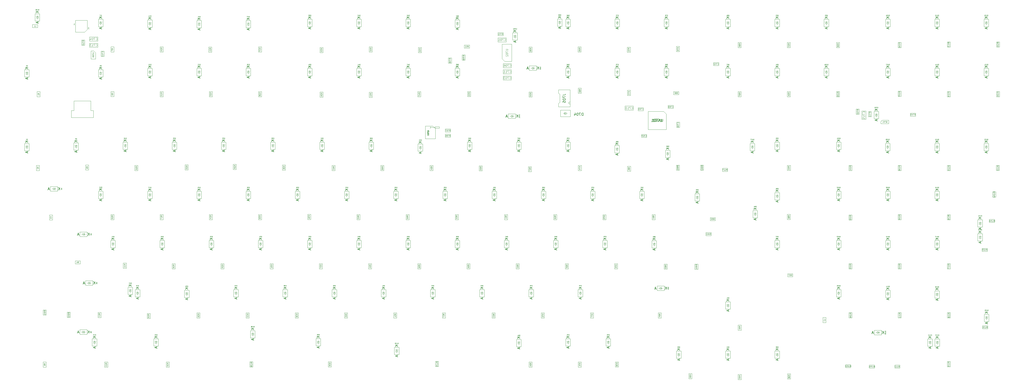
<source format=gbr>
G04 #@! TF.GenerationSoftware,KiCad,Pcbnew,(6.0.11)*
G04 #@! TF.CreationDate,2023-03-19T22:58:01-04:00*
G04 #@! TF.ProjectId,Boston-PCB-V08D,426f7374-6f6e-42d5-9043-422d56303844,rev?*
G04 #@! TF.SameCoordinates,Original*
G04 #@! TF.FileFunction,AssemblyDrawing,Bot*
%FSLAX46Y46*%
G04 Gerber Fmt 4.6, Leading zero omitted, Abs format (unit mm)*
G04 Created by KiCad (PCBNEW (6.0.11)) date 2023-03-19 22:58:01*
%MOMM*%
%LPD*%
G01*
G04 APERTURE LIST*
%ADD10C,0.080000*%
%ADD11C,0.150000*%
%ADD12C,0.076200*%
%ADD13C,0.120000*%
%ADD14C,0.100000*%
%ADD15C,0.127000*%
%ADD16C,0.075000*%
%ADD17C,0.125000*%
G04 APERTURE END LIST*
D10*
X376677619Y-168347440D02*
X376844285Y-168109345D01*
X376963333Y-168347440D02*
X376963333Y-167847440D01*
X376772857Y-167847440D01*
X376725238Y-167871250D01*
X376701428Y-167895059D01*
X376677619Y-167942678D01*
X376677619Y-168014107D01*
X376701428Y-168061726D01*
X376725238Y-168085535D01*
X376772857Y-168109345D01*
X376963333Y-168109345D01*
X376201428Y-168347440D02*
X376487142Y-168347440D01*
X376344285Y-168347440D02*
X376344285Y-167847440D01*
X376391904Y-167918869D01*
X376439523Y-167966488D01*
X376487142Y-167990297D01*
X375891904Y-167847440D02*
X375844285Y-167847440D01*
X375796666Y-167871250D01*
X375772857Y-167895059D01*
X375749047Y-167942678D01*
X375725238Y-168037916D01*
X375725238Y-168156964D01*
X375749047Y-168252202D01*
X375772857Y-168299821D01*
X375796666Y-168323630D01*
X375844285Y-168347440D01*
X375891904Y-168347440D01*
X375939523Y-168323630D01*
X375963333Y-168299821D01*
X375987142Y-168252202D01*
X376010952Y-168156964D01*
X376010952Y-168037916D01*
X375987142Y-167942678D01*
X375963333Y-167895059D01*
X375939523Y-167871250D01*
X375891904Y-167847440D01*
X375272857Y-167847440D02*
X375510952Y-167847440D01*
X375534761Y-168085535D01*
X375510952Y-168061726D01*
X375463333Y-168037916D01*
X375344285Y-168037916D01*
X375296666Y-168061726D01*
X375272857Y-168085535D01*
X375249047Y-168133154D01*
X375249047Y-168252202D01*
X375272857Y-168299821D01*
X375296666Y-168323630D01*
X375344285Y-168347440D01*
X375463333Y-168347440D01*
X375510952Y-168323630D01*
X375534761Y-168299821D01*
X375058571Y-167895059D02*
X375034761Y-167871250D01*
X374987142Y-167847440D01*
X374868095Y-167847440D01*
X374820476Y-167871250D01*
X374796666Y-167895059D01*
X374772857Y-167942678D01*
X374772857Y-167990297D01*
X374796666Y-168061726D01*
X375082380Y-168347440D01*
X374772857Y-168347440D01*
D11*
X125031130Y-99501845D02*
X124031130Y-99501845D01*
X125031130Y-100073273D02*
X124459702Y-99644702D01*
X124031130Y-100073273D02*
X124602559Y-99501845D01*
D12*
X125041392Y-99015107D02*
X125041392Y-98634107D01*
X124950678Y-98634107D01*
X124896250Y-98652250D01*
X124859964Y-98688535D01*
X124841821Y-98724821D01*
X124823678Y-98797392D01*
X124823678Y-98851821D01*
X124841821Y-98924392D01*
X124859964Y-98960678D01*
X124896250Y-98996964D01*
X124950678Y-99015107D01*
X125041392Y-99015107D01*
X124678535Y-98670392D02*
X124660392Y-98652250D01*
X124624107Y-98634107D01*
X124533392Y-98634107D01*
X124497107Y-98652250D01*
X124478964Y-98670392D01*
X124460821Y-98706678D01*
X124460821Y-98742964D01*
X124478964Y-98797392D01*
X124696678Y-99015107D01*
X124460821Y-99015107D01*
X124134250Y-98761107D02*
X124134250Y-99015107D01*
X124224964Y-98615964D02*
X124315678Y-98888107D01*
X124079821Y-98888107D01*
D11*
X124745416Y-103525654D02*
X124745416Y-104001845D01*
X125031130Y-103430416D02*
X124031130Y-103763750D01*
X125031130Y-104097083D01*
D10*
X77683333Y-128126190D02*
X77850000Y-127888095D01*
X77969047Y-128126190D02*
X77969047Y-127626190D01*
X77778571Y-127626190D01*
X77730952Y-127650000D01*
X77707142Y-127673809D01*
X77683333Y-127721428D01*
X77683333Y-127792857D01*
X77707142Y-127840476D01*
X77730952Y-127864285D01*
X77778571Y-127888095D01*
X77969047Y-127888095D01*
X77254761Y-127792857D02*
X77254761Y-128126190D01*
X77373809Y-127602380D02*
X77492857Y-127959523D01*
X77183333Y-127959523D01*
X148379315Y-110014821D02*
X148141220Y-109848154D01*
X148379315Y-109729107D02*
X147879315Y-109729107D01*
X147879315Y-109919583D01*
X147903125Y-109967202D01*
X147926934Y-109991011D01*
X147974553Y-110014821D01*
X148045982Y-110014821D01*
X148093601Y-109991011D01*
X148117410Y-109967202D01*
X148141220Y-109919583D01*
X148141220Y-109729107D01*
X147879315Y-110181488D02*
X147879315Y-110491011D01*
X148069791Y-110324345D01*
X148069791Y-110395773D01*
X148093601Y-110443392D01*
X148117410Y-110467202D01*
X148165029Y-110491011D01*
X148284077Y-110491011D01*
X148331696Y-110467202D01*
X148355505Y-110443392D01*
X148379315Y-110395773D01*
X148379315Y-110252916D01*
X148355505Y-110205297D01*
X148331696Y-110181488D01*
X147879315Y-110800535D02*
X147879315Y-110848154D01*
X147903125Y-110895773D01*
X147926934Y-110919583D01*
X147974553Y-110943392D01*
X148069791Y-110967202D01*
X148188839Y-110967202D01*
X148284077Y-110943392D01*
X148331696Y-110919583D01*
X148355505Y-110895773D01*
X148379315Y-110848154D01*
X148379315Y-110800535D01*
X148355505Y-110752916D01*
X148331696Y-110729107D01*
X148284077Y-110705297D01*
X148188839Y-110681488D01*
X148069791Y-110681488D01*
X147974553Y-110705297D01*
X147926934Y-110729107D01*
X147903125Y-110752916D01*
X147879315Y-110800535D01*
D13*
X242795238Y-41910714D02*
X242833333Y-41948809D01*
X242947619Y-41986904D01*
X243023809Y-41986904D01*
X243138095Y-41948809D01*
X243214285Y-41872619D01*
X243252380Y-41796428D01*
X243290476Y-41644047D01*
X243290476Y-41529761D01*
X243252380Y-41377380D01*
X243214285Y-41301190D01*
X243138095Y-41225000D01*
X243023809Y-41186904D01*
X242947619Y-41186904D01*
X242833333Y-41225000D01*
X242795238Y-41263095D01*
X242528571Y-41186904D02*
X241995238Y-41186904D01*
X242338095Y-41986904D01*
X241538095Y-41186904D02*
X241461904Y-41186904D01*
X241385714Y-41225000D01*
X241347619Y-41263095D01*
X241309523Y-41339285D01*
X241271428Y-41491666D01*
X241271428Y-41682142D01*
X241309523Y-41834523D01*
X241347619Y-41910714D01*
X241385714Y-41948809D01*
X241461904Y-41986904D01*
X241538095Y-41986904D01*
X241614285Y-41948809D01*
X241652380Y-41910714D01*
X241690476Y-41834523D01*
X241728571Y-41682142D01*
X241728571Y-41491666D01*
X241690476Y-41339285D01*
X241652380Y-41263095D01*
X241614285Y-41225000D01*
X241538095Y-41186904D01*
X240509523Y-41986904D02*
X240966666Y-41986904D01*
X240738095Y-41986904D02*
X240738095Y-41186904D01*
X240814285Y-41301190D01*
X240890476Y-41377380D01*
X240966666Y-41415476D01*
D12*
X239341392Y-99015107D02*
X239341392Y-98634107D01*
X239250678Y-98634107D01*
X239196250Y-98652250D01*
X239159964Y-98688535D01*
X239141821Y-98724821D01*
X239123678Y-98797392D01*
X239123678Y-98851821D01*
X239141821Y-98924392D01*
X239159964Y-98960678D01*
X239196250Y-98996964D01*
X239250678Y-99015107D01*
X239341392Y-99015107D01*
X238797107Y-98634107D02*
X238869678Y-98634107D01*
X238905964Y-98652250D01*
X238924107Y-98670392D01*
X238960392Y-98724821D01*
X238978535Y-98797392D01*
X238978535Y-98942535D01*
X238960392Y-98978821D01*
X238942250Y-98996964D01*
X238905964Y-99015107D01*
X238833392Y-99015107D01*
X238797107Y-98996964D01*
X238778964Y-98978821D01*
X238760821Y-98942535D01*
X238760821Y-98851821D01*
X238778964Y-98815535D01*
X238797107Y-98797392D01*
X238833392Y-98779250D01*
X238905964Y-98779250D01*
X238942250Y-98797392D01*
X238960392Y-98815535D01*
X238978535Y-98851821D01*
X238397964Y-99015107D02*
X238615678Y-99015107D01*
X238506821Y-99015107D02*
X238506821Y-98634107D01*
X238543107Y-98688535D01*
X238579392Y-98724821D01*
X238615678Y-98742964D01*
D11*
X239045416Y-103525654D02*
X239045416Y-104001845D01*
X239331130Y-103430416D02*
X238331130Y-103763750D01*
X239331130Y-104097083D01*
X239331130Y-99501845D02*
X238331130Y-99501845D01*
X239331130Y-100073273D02*
X238759702Y-99644702D01*
X238331130Y-100073273D02*
X238902559Y-99501845D01*
X252038095Y-52766666D02*
X251561904Y-52766666D01*
X252133333Y-53052380D02*
X251800000Y-52052380D01*
X251466666Y-53052380D01*
X256061904Y-53052380D02*
X256061904Y-52052380D01*
X255490476Y-53052380D02*
X255919047Y-52480952D01*
X255490476Y-52052380D02*
X256061904Y-52623809D01*
D12*
X256893357Y-52137357D02*
X256512357Y-52137357D01*
X256512357Y-52228071D01*
X256530500Y-52282500D01*
X256566785Y-52318785D01*
X256603071Y-52336928D01*
X256675642Y-52355071D01*
X256730071Y-52355071D01*
X256802642Y-52336928D01*
X256838928Y-52318785D01*
X256875214Y-52282500D01*
X256893357Y-52228071D01*
X256893357Y-52137357D01*
X256512357Y-52699785D02*
X256512357Y-52518357D01*
X256693785Y-52500214D01*
X256675642Y-52518357D01*
X256657500Y-52554642D01*
X256657500Y-52645357D01*
X256675642Y-52681642D01*
X256693785Y-52699785D01*
X256730071Y-52717928D01*
X256820785Y-52717928D01*
X256857071Y-52699785D01*
X256875214Y-52681642D01*
X256893357Y-52645357D01*
X256893357Y-52554642D01*
X256875214Y-52518357D01*
X256857071Y-52500214D01*
X256893357Y-52899357D02*
X256893357Y-52971928D01*
X256875214Y-53008214D01*
X256857071Y-53026357D01*
X256802642Y-53062642D01*
X256730071Y-53080785D01*
X256584928Y-53080785D01*
X256548642Y-53062642D01*
X256530500Y-53044500D01*
X256512357Y-53008214D01*
X256512357Y-52935642D01*
X256530500Y-52899357D01*
X256548642Y-52881214D01*
X256584928Y-52863071D01*
X256675642Y-52863071D01*
X256711928Y-52881214D01*
X256730071Y-52899357D01*
X256748214Y-52935642D01*
X256748214Y-53008214D01*
X256730071Y-53044500D01*
X256711928Y-53062642D01*
X256675642Y-53080785D01*
D13*
X244795238Y-56710714D02*
X244833333Y-56748809D01*
X244947619Y-56786904D01*
X245023809Y-56786904D01*
X245138095Y-56748809D01*
X245214285Y-56672619D01*
X245252380Y-56596428D01*
X245290476Y-56444047D01*
X245290476Y-56329761D01*
X245252380Y-56177380D01*
X245214285Y-56101190D01*
X245138095Y-56025000D01*
X245023809Y-55986904D01*
X244947619Y-55986904D01*
X244833333Y-56025000D01*
X244795238Y-56063095D01*
X244528571Y-55986904D02*
X243995238Y-55986904D01*
X244338095Y-56786904D01*
X243538095Y-55986904D02*
X243461904Y-55986904D01*
X243385714Y-56025000D01*
X243347619Y-56063095D01*
X243309523Y-56139285D01*
X243271428Y-56291666D01*
X243271428Y-56482142D01*
X243309523Y-56634523D01*
X243347619Y-56710714D01*
X243385714Y-56748809D01*
X243461904Y-56786904D01*
X243538095Y-56786904D01*
X243614285Y-56748809D01*
X243652380Y-56710714D01*
X243690476Y-56634523D01*
X243728571Y-56482142D01*
X243728571Y-56291666D01*
X243690476Y-56139285D01*
X243652380Y-56063095D01*
X243614285Y-56025000D01*
X243538095Y-55986904D01*
X243004761Y-55986904D02*
X242509523Y-55986904D01*
X242776190Y-56291666D01*
X242661904Y-56291666D01*
X242585714Y-56329761D01*
X242547619Y-56367857D01*
X242509523Y-56444047D01*
X242509523Y-56634523D01*
X242547619Y-56710714D01*
X242585714Y-56748809D01*
X242661904Y-56786904D01*
X242890476Y-56786904D01*
X242966666Y-56748809D01*
X243004761Y-56710714D01*
D10*
X221489523Y-79026190D02*
X221656190Y-78788095D01*
X221775238Y-79026190D02*
X221775238Y-78526190D01*
X221584761Y-78526190D01*
X221537142Y-78550000D01*
X221513333Y-78573809D01*
X221489523Y-78621428D01*
X221489523Y-78692857D01*
X221513333Y-78740476D01*
X221537142Y-78764285D01*
X221584761Y-78788095D01*
X221775238Y-78788095D01*
X221322857Y-78526190D02*
X220989523Y-78526190D01*
X221203809Y-79026190D01*
X220703809Y-78526190D02*
X220656190Y-78526190D01*
X220608571Y-78550000D01*
X220584761Y-78573809D01*
X220560952Y-78621428D01*
X220537142Y-78716666D01*
X220537142Y-78835714D01*
X220560952Y-78930952D01*
X220584761Y-78978571D01*
X220608571Y-79002380D01*
X220656190Y-79026190D01*
X220703809Y-79026190D01*
X220751428Y-79002380D01*
X220775238Y-78978571D01*
X220799047Y-78930952D01*
X220822857Y-78835714D01*
X220822857Y-78716666D01*
X220799047Y-78621428D01*
X220775238Y-78573809D01*
X220751428Y-78550000D01*
X220703809Y-78526190D01*
X220108571Y-78526190D02*
X220203809Y-78526190D01*
X220251428Y-78550000D01*
X220275238Y-78573809D01*
X220322857Y-78645238D01*
X220346666Y-78740476D01*
X220346666Y-78930952D01*
X220322857Y-78978571D01*
X220299047Y-79002380D01*
X220251428Y-79026190D01*
X220156190Y-79026190D01*
X220108571Y-79002380D01*
X220084761Y-78978571D01*
X220060952Y-78930952D01*
X220060952Y-78811904D01*
X220084761Y-78764285D01*
X220108571Y-78740476D01*
X220156190Y-78716666D01*
X220251428Y-78716666D01*
X220299047Y-78740476D01*
X220322857Y-78764285D01*
X220346666Y-78811904D01*
D11*
X98361130Y-136649345D02*
X97361130Y-136649345D01*
X98361130Y-137220773D02*
X97789702Y-136792202D01*
X97361130Y-137220773D02*
X97932559Y-136649345D01*
X98075416Y-140673154D02*
X98075416Y-141149345D01*
X98361130Y-140577916D02*
X97361130Y-140911250D01*
X98361130Y-141244583D01*
D12*
X98371392Y-136162607D02*
X98371392Y-135781607D01*
X98280678Y-135781607D01*
X98226250Y-135799750D01*
X98189964Y-135836035D01*
X98171821Y-135872321D01*
X98153678Y-135944892D01*
X98153678Y-135999321D01*
X98171821Y-136071892D01*
X98189964Y-136108178D01*
X98226250Y-136144464D01*
X98280678Y-136162607D01*
X98371392Y-136162607D01*
X97790821Y-136162607D02*
X98008535Y-136162607D01*
X97899678Y-136162607D02*
X97899678Y-135781607D01*
X97935964Y-135836035D01*
X97972250Y-135872321D01*
X98008535Y-135890464D01*
X97645678Y-135817892D02*
X97627535Y-135799750D01*
X97591250Y-135781607D01*
X97500535Y-135781607D01*
X97464250Y-135799750D01*
X97446107Y-135817892D01*
X97427964Y-135854178D01*
X97427964Y-135890464D01*
X97446107Y-135944892D01*
X97663821Y-136162607D01*
X97427964Y-136162607D01*
D10*
X262679315Y-110014821D02*
X262441220Y-109848154D01*
X262679315Y-109729107D02*
X262179315Y-109729107D01*
X262179315Y-109919583D01*
X262203125Y-109967202D01*
X262226934Y-109991011D01*
X262274553Y-110014821D01*
X262345982Y-110014821D01*
X262393601Y-109991011D01*
X262417410Y-109967202D01*
X262441220Y-109919583D01*
X262441220Y-109729107D01*
X262179315Y-110443392D02*
X262179315Y-110348154D01*
X262203125Y-110300535D01*
X262226934Y-110276726D01*
X262298363Y-110229107D01*
X262393601Y-110205297D01*
X262584077Y-110205297D01*
X262631696Y-110229107D01*
X262655505Y-110252916D01*
X262679315Y-110300535D01*
X262679315Y-110395773D01*
X262655505Y-110443392D01*
X262631696Y-110467202D01*
X262584077Y-110491011D01*
X262465029Y-110491011D01*
X262417410Y-110467202D01*
X262393601Y-110443392D01*
X262369791Y-110395773D01*
X262369791Y-110300535D01*
X262393601Y-110252916D01*
X262417410Y-110229107D01*
X262465029Y-110205297D01*
X262393601Y-110776726D02*
X262369791Y-110729107D01*
X262345982Y-110705297D01*
X262298363Y-110681488D01*
X262274553Y-110681488D01*
X262226934Y-110705297D01*
X262203125Y-110729107D01*
X262179315Y-110776726D01*
X262179315Y-110871964D01*
X262203125Y-110919583D01*
X262226934Y-110943392D01*
X262274553Y-110967202D01*
X262298363Y-110967202D01*
X262345982Y-110943392D01*
X262369791Y-110919583D01*
X262393601Y-110871964D01*
X262393601Y-110776726D01*
X262417410Y-110729107D01*
X262441220Y-110705297D01*
X262488839Y-110681488D01*
X262584077Y-110681488D01*
X262631696Y-110705297D01*
X262655505Y-110729107D01*
X262679315Y-110776726D01*
X262679315Y-110871964D01*
X262655505Y-110919583D01*
X262631696Y-110943392D01*
X262584077Y-110967202D01*
X262488839Y-110967202D01*
X262441220Y-110943392D01*
X262417410Y-110919583D01*
X262393601Y-110871964D01*
D11*
X286956130Y-51876845D02*
X285956130Y-51876845D01*
X286956130Y-52448273D02*
X286384702Y-52019702D01*
X285956130Y-52448273D02*
X286527559Y-51876845D01*
D12*
X286966392Y-51390107D02*
X286966392Y-51009107D01*
X286875678Y-51009107D01*
X286821250Y-51027250D01*
X286784964Y-51063535D01*
X286766821Y-51099821D01*
X286748678Y-51172392D01*
X286748678Y-51226821D01*
X286766821Y-51299392D01*
X286784964Y-51335678D01*
X286821250Y-51371964D01*
X286875678Y-51390107D01*
X286966392Y-51390107D01*
X286621678Y-51009107D02*
X286367678Y-51009107D01*
X286530964Y-51390107D01*
X286258821Y-51009107D02*
X286022964Y-51009107D01*
X286149964Y-51154250D01*
X286095535Y-51154250D01*
X286059250Y-51172392D01*
X286041107Y-51190535D01*
X286022964Y-51226821D01*
X286022964Y-51317535D01*
X286041107Y-51353821D01*
X286059250Y-51371964D01*
X286095535Y-51390107D01*
X286204392Y-51390107D01*
X286240678Y-51371964D01*
X286258821Y-51353821D01*
D11*
X286670416Y-55900654D02*
X286670416Y-56376845D01*
X286956130Y-55805416D02*
X285956130Y-56138750D01*
X286956130Y-56472083D01*
D10*
X157666190Y-90806071D02*
X157428095Y-90639404D01*
X157666190Y-90520357D02*
X157166190Y-90520357D01*
X157166190Y-90710833D01*
X157190000Y-90758452D01*
X157213809Y-90782261D01*
X157261428Y-90806071D01*
X157332857Y-90806071D01*
X157380476Y-90782261D01*
X157404285Y-90758452D01*
X157428095Y-90710833D01*
X157428095Y-90520357D01*
X157166190Y-90972738D02*
X157166190Y-91282261D01*
X157356666Y-91115595D01*
X157356666Y-91187023D01*
X157380476Y-91234642D01*
X157404285Y-91258452D01*
X157451904Y-91282261D01*
X157570952Y-91282261D01*
X157618571Y-91258452D01*
X157642380Y-91234642D01*
X157666190Y-91187023D01*
X157666190Y-91044166D01*
X157642380Y-90996547D01*
X157618571Y-90972738D01*
X157166190Y-91734642D02*
X157166190Y-91496547D01*
X157404285Y-91472738D01*
X157380476Y-91496547D01*
X157356666Y-91544166D01*
X157356666Y-91663214D01*
X157380476Y-91710833D01*
X157404285Y-91734642D01*
X157451904Y-91758452D01*
X157570952Y-91758452D01*
X157618571Y-91734642D01*
X157642380Y-91710833D01*
X157666190Y-91663214D01*
X157666190Y-91544166D01*
X157642380Y-91496547D01*
X157618571Y-91472738D01*
X67446190Y-110411666D02*
X67208095Y-110245000D01*
X67446190Y-110125952D02*
X66946190Y-110125952D01*
X66946190Y-110316428D01*
X66970000Y-110364047D01*
X66993809Y-110387857D01*
X67041428Y-110411666D01*
X67112857Y-110411666D01*
X67160476Y-110387857D01*
X67184285Y-110364047D01*
X67208095Y-110316428D01*
X67208095Y-110125952D01*
X66946190Y-110578333D02*
X66946190Y-110887857D01*
X67136666Y-110721190D01*
X67136666Y-110792619D01*
X67160476Y-110840238D01*
X67184285Y-110864047D01*
X67231904Y-110887857D01*
X67350952Y-110887857D01*
X67398571Y-110864047D01*
X67422380Y-110840238D01*
X67446190Y-110792619D01*
X67446190Y-110649761D01*
X67422380Y-110602142D01*
X67398571Y-110578333D01*
X252916190Y-91441071D02*
X252678095Y-91274404D01*
X252916190Y-91155357D02*
X252416190Y-91155357D01*
X252416190Y-91345833D01*
X252440000Y-91393452D01*
X252463809Y-91417261D01*
X252511428Y-91441071D01*
X252582857Y-91441071D01*
X252630476Y-91417261D01*
X252654285Y-91393452D01*
X252678095Y-91345833D01*
X252678095Y-91155357D01*
X252416190Y-91869642D02*
X252416190Y-91774404D01*
X252440000Y-91726785D01*
X252463809Y-91702976D01*
X252535238Y-91655357D01*
X252630476Y-91631547D01*
X252820952Y-91631547D01*
X252868571Y-91655357D01*
X252892380Y-91679166D01*
X252916190Y-91726785D01*
X252916190Y-91822023D01*
X252892380Y-91869642D01*
X252868571Y-91893452D01*
X252820952Y-91917261D01*
X252701904Y-91917261D01*
X252654285Y-91893452D01*
X252630476Y-91869642D01*
X252606666Y-91822023D01*
X252606666Y-91726785D01*
X252630476Y-91679166D01*
X252654285Y-91655357D01*
X252701904Y-91631547D01*
X252416190Y-92083928D02*
X252416190Y-92417261D01*
X252916190Y-92202976D01*
X291201190Y-45153571D02*
X290963095Y-44986904D01*
X291201190Y-44867857D02*
X290701190Y-44867857D01*
X290701190Y-45058333D01*
X290725000Y-45105952D01*
X290748809Y-45129761D01*
X290796428Y-45153571D01*
X290867857Y-45153571D01*
X290915476Y-45129761D01*
X290939285Y-45105952D01*
X290963095Y-45058333D01*
X290963095Y-44867857D01*
X290701190Y-45320238D02*
X290701190Y-45653571D01*
X291201190Y-45439285D01*
X290748809Y-45820238D02*
X290725000Y-45844047D01*
X290701190Y-45891666D01*
X290701190Y-46010714D01*
X290725000Y-46058333D01*
X290748809Y-46082142D01*
X290796428Y-46105952D01*
X290844047Y-46105952D01*
X290915476Y-46082142D01*
X291201190Y-45796428D01*
X291201190Y-46105952D01*
X191003690Y-129064821D02*
X190765595Y-128898154D01*
X191003690Y-128779107D02*
X190503690Y-128779107D01*
X190503690Y-128969583D01*
X190527500Y-129017202D01*
X190551309Y-129041011D01*
X190598928Y-129064821D01*
X190670357Y-129064821D01*
X190717976Y-129041011D01*
X190741785Y-129017202D01*
X190765595Y-128969583D01*
X190765595Y-128779107D01*
X190670357Y-129493392D02*
X191003690Y-129493392D01*
X190479880Y-129374345D02*
X190837023Y-129255297D01*
X190837023Y-129564821D01*
X190670357Y-129969583D02*
X191003690Y-129969583D01*
X190479880Y-129850535D02*
X190837023Y-129731488D01*
X190837023Y-130041011D01*
D12*
X225053892Y-51390107D02*
X225053892Y-51009107D01*
X224963178Y-51009107D01*
X224908750Y-51027250D01*
X224872464Y-51063535D01*
X224854321Y-51099821D01*
X224836178Y-51172392D01*
X224836178Y-51226821D01*
X224854321Y-51299392D01*
X224872464Y-51335678D01*
X224908750Y-51371964D01*
X224963178Y-51390107D01*
X225053892Y-51390107D01*
X224491464Y-51009107D02*
X224672892Y-51009107D01*
X224691035Y-51190535D01*
X224672892Y-51172392D01*
X224636607Y-51154250D01*
X224545892Y-51154250D01*
X224509607Y-51172392D01*
X224491464Y-51190535D01*
X224473321Y-51226821D01*
X224473321Y-51317535D01*
X224491464Y-51353821D01*
X224509607Y-51371964D01*
X224545892Y-51390107D01*
X224636607Y-51390107D01*
X224672892Y-51371964D01*
X224691035Y-51353821D01*
X224346321Y-51009107D02*
X224110464Y-51009107D01*
X224237464Y-51154250D01*
X224183035Y-51154250D01*
X224146750Y-51172392D01*
X224128607Y-51190535D01*
X224110464Y-51226821D01*
X224110464Y-51317535D01*
X224128607Y-51353821D01*
X224146750Y-51371964D01*
X224183035Y-51390107D01*
X224291892Y-51390107D01*
X224328178Y-51371964D01*
X224346321Y-51353821D01*
D11*
X225043630Y-51876845D02*
X224043630Y-51876845D01*
X225043630Y-52448273D02*
X224472202Y-52019702D01*
X224043630Y-52448273D02*
X224615059Y-51876845D01*
X224757916Y-55900654D02*
X224757916Y-56376845D01*
X225043630Y-55805416D02*
X224043630Y-56138750D01*
X225043630Y-56472083D01*
D10*
X253151190Y-45103571D02*
X252913095Y-44936904D01*
X253151190Y-44817857D02*
X252651190Y-44817857D01*
X252651190Y-45008333D01*
X252675000Y-45055952D01*
X252698809Y-45079761D01*
X252746428Y-45103571D01*
X252817857Y-45103571D01*
X252865476Y-45079761D01*
X252889285Y-45055952D01*
X252913095Y-45008333D01*
X252913095Y-44817857D01*
X252651190Y-45555952D02*
X252651190Y-45317857D01*
X252889285Y-45294047D01*
X252865476Y-45317857D01*
X252841666Y-45365476D01*
X252841666Y-45484523D01*
X252865476Y-45532142D01*
X252889285Y-45555952D01*
X252936904Y-45579761D01*
X253055952Y-45579761D01*
X253103571Y-45555952D01*
X253127380Y-45532142D01*
X253151190Y-45484523D01*
X253151190Y-45365476D01*
X253127380Y-45317857D01*
X253103571Y-45294047D01*
X252865476Y-45865476D02*
X252841666Y-45817857D01*
X252817857Y-45794047D01*
X252770238Y-45770238D01*
X252746428Y-45770238D01*
X252698809Y-45794047D01*
X252675000Y-45817857D01*
X252651190Y-45865476D01*
X252651190Y-45960714D01*
X252675000Y-46008333D01*
X252698809Y-46032142D01*
X252746428Y-46055952D01*
X252770238Y-46055952D01*
X252817857Y-46032142D01*
X252841666Y-46008333D01*
X252865476Y-45960714D01*
X252865476Y-45865476D01*
X252889285Y-45817857D01*
X252913095Y-45794047D01*
X252960714Y-45770238D01*
X253055952Y-45770238D01*
X253103571Y-45794047D01*
X253127380Y-45817857D01*
X253151190Y-45865476D01*
X253151190Y-45960714D01*
X253127380Y-46008333D01*
X253103571Y-46032142D01*
X253055952Y-46055952D01*
X252960714Y-46055952D01*
X252913095Y-46032142D01*
X252889285Y-46008333D01*
X252865476Y-45960714D01*
X276966815Y-148114821D02*
X276728720Y-147948154D01*
X276966815Y-147829107D02*
X276466815Y-147829107D01*
X276466815Y-148019583D01*
X276490625Y-148067202D01*
X276514434Y-148091011D01*
X276562053Y-148114821D01*
X276633482Y-148114821D01*
X276681101Y-148091011D01*
X276704910Y-148067202D01*
X276728720Y-148019583D01*
X276728720Y-147829107D01*
X276466815Y-148281488D02*
X276466815Y-148614821D01*
X276966815Y-148400535D01*
X276466815Y-148757678D02*
X276466815Y-149091011D01*
X276966815Y-148876726D01*
D13*
X243361904Y-45253571D02*
X244009523Y-45253571D01*
X244085714Y-45291666D01*
X244123809Y-45329761D01*
X244161904Y-45405952D01*
X244161904Y-45558333D01*
X244123809Y-45634523D01*
X244085714Y-45672619D01*
X244009523Y-45710714D01*
X243361904Y-45710714D01*
X243361904Y-46015476D02*
X243361904Y-46548809D01*
X244161904Y-46205952D01*
X243361904Y-47005952D02*
X243361904Y-47082142D01*
X243400000Y-47158333D01*
X243438095Y-47196428D01*
X243514285Y-47234523D01*
X243666666Y-47272619D01*
X243857142Y-47272619D01*
X244009523Y-47234523D01*
X244085714Y-47196428D01*
X244123809Y-47158333D01*
X244161904Y-47082142D01*
X244161904Y-47005952D01*
X244123809Y-46929761D01*
X244085714Y-46891666D01*
X244009523Y-46853571D01*
X243857142Y-46815476D01*
X243666666Y-46815476D01*
X243514285Y-46853571D01*
X243438095Y-46891666D01*
X243400000Y-46929761D01*
X243361904Y-47005952D01*
X243438095Y-47577380D02*
X243400000Y-47615476D01*
X243361904Y-47691666D01*
X243361904Y-47882142D01*
X243400000Y-47958333D01*
X243438095Y-47996428D01*
X243514285Y-48034523D01*
X243590476Y-48034523D01*
X243704761Y-47996428D01*
X244161904Y-47539285D01*
X244161904Y-48034523D01*
D12*
X277441392Y-99015107D02*
X277441392Y-98634107D01*
X277350678Y-98634107D01*
X277296250Y-98652250D01*
X277259964Y-98688535D01*
X277241821Y-98724821D01*
X277223678Y-98797392D01*
X277223678Y-98851821D01*
X277241821Y-98924392D01*
X277259964Y-98960678D01*
X277296250Y-98996964D01*
X277350678Y-99015107D01*
X277441392Y-99015107D01*
X277096678Y-98634107D02*
X276842678Y-98634107D01*
X277005964Y-99015107D01*
X276516107Y-98634107D02*
X276697535Y-98634107D01*
X276715678Y-98815535D01*
X276697535Y-98797392D01*
X276661250Y-98779250D01*
X276570535Y-98779250D01*
X276534250Y-98797392D01*
X276516107Y-98815535D01*
X276497964Y-98851821D01*
X276497964Y-98942535D01*
X276516107Y-98978821D01*
X276534250Y-98996964D01*
X276570535Y-99015107D01*
X276661250Y-99015107D01*
X276697535Y-98996964D01*
X276715678Y-98978821D01*
D11*
X277145416Y-103525654D02*
X277145416Y-104001845D01*
X277431130Y-103430416D02*
X276431130Y-103763750D01*
X277431130Y-104097083D01*
X277431130Y-99501845D02*
X276431130Y-99501845D01*
X277431130Y-100073273D02*
X276859702Y-99644702D01*
X276431130Y-100073273D02*
X277002559Y-99501845D01*
D10*
X415079315Y-62151726D02*
X414841220Y-61985059D01*
X415079315Y-61866011D02*
X414579315Y-61866011D01*
X414579315Y-62056488D01*
X414603125Y-62104107D01*
X414626934Y-62127916D01*
X414674553Y-62151726D01*
X414745982Y-62151726D01*
X414793601Y-62127916D01*
X414817410Y-62104107D01*
X414841220Y-62056488D01*
X414841220Y-61866011D01*
X415079315Y-62627916D02*
X415079315Y-62342202D01*
X415079315Y-62485059D02*
X414579315Y-62485059D01*
X414650744Y-62437440D01*
X414698363Y-62389821D01*
X414722172Y-62342202D01*
X415079315Y-63104107D02*
X415079315Y-62818392D01*
X415079315Y-62961250D02*
X414579315Y-62961250D01*
X414650744Y-62913630D01*
X414698363Y-62866011D01*
X414722172Y-62818392D01*
X414745982Y-63532678D02*
X415079315Y-63532678D01*
X414555505Y-63413630D02*
X414912648Y-63294583D01*
X414912648Y-63604107D01*
D11*
X348582916Y-84475654D02*
X348582916Y-84951845D01*
X348868630Y-84380416D02*
X347868630Y-84713750D01*
X348868630Y-85047083D01*
D12*
X348878892Y-79965107D02*
X348878892Y-79584107D01*
X348788178Y-79584107D01*
X348733750Y-79602250D01*
X348697464Y-79638535D01*
X348679321Y-79674821D01*
X348661178Y-79747392D01*
X348661178Y-79801821D01*
X348679321Y-79874392D01*
X348697464Y-79910678D01*
X348733750Y-79946964D01*
X348788178Y-79965107D01*
X348878892Y-79965107D01*
X348479750Y-79965107D02*
X348407178Y-79965107D01*
X348370892Y-79946964D01*
X348352750Y-79928821D01*
X348316464Y-79874392D01*
X348298321Y-79801821D01*
X348298321Y-79656678D01*
X348316464Y-79620392D01*
X348334607Y-79602250D01*
X348370892Y-79584107D01*
X348443464Y-79584107D01*
X348479750Y-79602250D01*
X348497892Y-79620392D01*
X348516035Y-79656678D01*
X348516035Y-79747392D01*
X348497892Y-79783678D01*
X348479750Y-79801821D01*
X348443464Y-79819964D01*
X348370892Y-79819964D01*
X348334607Y-79801821D01*
X348316464Y-79783678D01*
X348298321Y-79747392D01*
X347953607Y-79584107D02*
X348135035Y-79584107D01*
X348153178Y-79765535D01*
X348135035Y-79747392D01*
X348098750Y-79729250D01*
X348008035Y-79729250D01*
X347971750Y-79747392D01*
X347953607Y-79765535D01*
X347935464Y-79801821D01*
X347935464Y-79892535D01*
X347953607Y-79928821D01*
X347971750Y-79946964D01*
X348008035Y-79965107D01*
X348098750Y-79965107D01*
X348135035Y-79946964D01*
X348153178Y-79928821D01*
D11*
X348868630Y-80451845D02*
X347868630Y-80451845D01*
X348868630Y-81023273D02*
X348297202Y-80594702D01*
X347868630Y-81023273D02*
X348440059Y-80451845D01*
D10*
X171953690Y-129064821D02*
X171715595Y-128898154D01*
X171953690Y-128779107D02*
X171453690Y-128779107D01*
X171453690Y-128969583D01*
X171477500Y-129017202D01*
X171501309Y-129041011D01*
X171548928Y-129064821D01*
X171620357Y-129064821D01*
X171667976Y-129041011D01*
X171691785Y-129017202D01*
X171715595Y-128969583D01*
X171715595Y-128779107D01*
X171453690Y-129231488D02*
X171453690Y-129541011D01*
X171644166Y-129374345D01*
X171644166Y-129445773D01*
X171667976Y-129493392D01*
X171691785Y-129517202D01*
X171739404Y-129541011D01*
X171858452Y-129541011D01*
X171906071Y-129517202D01*
X171929880Y-129493392D01*
X171953690Y-129445773D01*
X171953690Y-129302916D01*
X171929880Y-129255297D01*
X171906071Y-129231488D01*
X171453690Y-129707678D02*
X171453690Y-130041011D01*
X171953690Y-129826726D01*
D13*
X244795238Y-54310714D02*
X244833333Y-54348809D01*
X244947619Y-54386904D01*
X245023809Y-54386904D01*
X245138095Y-54348809D01*
X245214285Y-54272619D01*
X245252380Y-54196428D01*
X245290476Y-54044047D01*
X245290476Y-53929761D01*
X245252380Y-53777380D01*
X245214285Y-53701190D01*
X245138095Y-53625000D01*
X245023809Y-53586904D01*
X244947619Y-53586904D01*
X244833333Y-53625000D01*
X244795238Y-53663095D01*
X244528571Y-53586904D02*
X243995238Y-53586904D01*
X244338095Y-54386904D01*
X243271428Y-54386904D02*
X243728571Y-54386904D01*
X243500000Y-54386904D02*
X243500000Y-53586904D01*
X243576190Y-53701190D01*
X243652380Y-53777380D01*
X243728571Y-53815476D01*
X242509523Y-54386904D02*
X242966666Y-54386904D01*
X242738095Y-54386904D02*
X242738095Y-53586904D01*
X242814285Y-53701190D01*
X242890476Y-53777380D01*
X242966666Y-53815476D01*
D10*
X210053690Y-129064821D02*
X209815595Y-128898154D01*
X210053690Y-128779107D02*
X209553690Y-128779107D01*
X209553690Y-128969583D01*
X209577500Y-129017202D01*
X209601309Y-129041011D01*
X209648928Y-129064821D01*
X209720357Y-129064821D01*
X209767976Y-129041011D01*
X209791785Y-129017202D01*
X209815595Y-128969583D01*
X209815595Y-128779107D01*
X209553690Y-129517202D02*
X209553690Y-129279107D01*
X209791785Y-129255297D01*
X209767976Y-129279107D01*
X209744166Y-129326726D01*
X209744166Y-129445773D01*
X209767976Y-129493392D01*
X209791785Y-129517202D01*
X209839404Y-129541011D01*
X209958452Y-129541011D01*
X210006071Y-129517202D01*
X210029880Y-129493392D01*
X210053690Y-129445773D01*
X210053690Y-129326726D01*
X210029880Y-129279107D01*
X210006071Y-129255297D01*
X209553690Y-129850535D02*
X209553690Y-129898154D01*
X209577500Y-129945773D01*
X209601309Y-129969583D01*
X209648928Y-129993392D01*
X209744166Y-130017202D01*
X209863214Y-130017202D01*
X209958452Y-129993392D01*
X210006071Y-129969583D01*
X210029880Y-129945773D01*
X210053690Y-129898154D01*
X210053690Y-129850535D01*
X210029880Y-129802916D01*
X210006071Y-129779107D01*
X209958452Y-129755297D01*
X209863214Y-129731488D01*
X209744166Y-129731488D01*
X209648928Y-129755297D01*
X209601309Y-129779107D01*
X209577500Y-129802916D01*
X209553690Y-129850535D01*
D11*
X58070416Y-56376904D02*
X58070416Y-56853095D01*
X58356130Y-56281666D02*
X57356130Y-56615000D01*
X58356130Y-56948333D01*
X58356130Y-52353095D02*
X57356130Y-52353095D01*
X58356130Y-52924523D02*
X57784702Y-52495952D01*
X57356130Y-52924523D02*
X57927559Y-52353095D01*
D12*
X58184964Y-51866357D02*
X58184964Y-51485357D01*
X58094250Y-51485357D01*
X58039821Y-51503500D01*
X58003535Y-51539785D01*
X57985392Y-51576071D01*
X57967250Y-51648642D01*
X57967250Y-51703071D01*
X57985392Y-51775642D01*
X58003535Y-51811928D01*
X58039821Y-51848214D01*
X58094250Y-51866357D01*
X58184964Y-51866357D01*
X57604392Y-51866357D02*
X57822107Y-51866357D01*
X57713250Y-51866357D02*
X57713250Y-51485357D01*
X57749535Y-51539785D01*
X57785821Y-51576071D01*
X57822107Y-51594214D01*
D14*
X213957142Y-75811190D02*
X214242857Y-75811190D01*
X214100000Y-75811190D02*
X214100000Y-75311190D01*
X214147619Y-75382619D01*
X214195238Y-75430238D01*
X214242857Y-75454047D01*
D15*
X213616190Y-77211809D02*
X213592000Y-77163428D01*
X213543619Y-77115047D01*
X213471047Y-77042476D01*
X213446857Y-76994095D01*
X213446857Y-76945714D01*
X213567809Y-76969904D02*
X213543619Y-76921523D01*
X213495238Y-76873142D01*
X213398476Y-76848952D01*
X213229142Y-76848952D01*
X213132380Y-76873142D01*
X213084000Y-76921523D01*
X213059809Y-76969904D01*
X213059809Y-77066666D01*
X213084000Y-77115047D01*
X213132380Y-77163428D01*
X213229142Y-77187619D01*
X213398476Y-77187619D01*
X213495238Y-77163428D01*
X213543619Y-77115047D01*
X213567809Y-77066666D01*
X213567809Y-76969904D01*
X213059809Y-77356952D02*
X213059809Y-77695619D01*
X213567809Y-77477904D01*
X213059809Y-77985904D02*
X213059809Y-78034285D01*
X213084000Y-78082666D01*
X213108190Y-78106857D01*
X213156571Y-78131047D01*
X213253333Y-78155238D01*
X213374285Y-78155238D01*
X213471047Y-78131047D01*
X213519428Y-78106857D01*
X213543619Y-78082666D01*
X213567809Y-78034285D01*
X213567809Y-77985904D01*
X213543619Y-77937523D01*
X213519428Y-77913333D01*
X213471047Y-77889142D01*
X213374285Y-77864952D01*
X213253333Y-77864952D01*
X213156571Y-77889142D01*
X213108190Y-77913333D01*
X213084000Y-77937523D01*
X213059809Y-77985904D01*
X213108190Y-78348761D02*
X213084000Y-78372952D01*
X213059809Y-78421333D01*
X213059809Y-78542285D01*
X213084000Y-78590666D01*
X213108190Y-78614857D01*
X213156571Y-78639047D01*
X213204952Y-78639047D01*
X213277523Y-78614857D01*
X213567809Y-78324571D01*
X213567809Y-78639047D01*
D10*
X87378571Y-46465476D02*
X87402380Y-46441666D01*
X87426190Y-46370238D01*
X87426190Y-46322619D01*
X87402380Y-46251190D01*
X87354761Y-46203571D01*
X87307142Y-46179761D01*
X87211904Y-46155952D01*
X87140476Y-46155952D01*
X87045238Y-46179761D01*
X86997619Y-46203571D01*
X86950000Y-46251190D01*
X86926190Y-46322619D01*
X86926190Y-46370238D01*
X86950000Y-46441666D01*
X86973809Y-46465476D01*
X86926190Y-46632142D02*
X86926190Y-46965476D01*
X87426190Y-46751190D01*
X87426190Y-47417857D02*
X87426190Y-47132142D01*
X87426190Y-47275000D02*
X86926190Y-47275000D01*
X86997619Y-47227380D01*
X87045238Y-47179761D01*
X87069047Y-47132142D01*
X86973809Y-47608333D02*
X86950000Y-47632142D01*
X86926190Y-47679761D01*
X86926190Y-47798809D01*
X86950000Y-47846428D01*
X86973809Y-47870238D01*
X87021428Y-47894047D01*
X87069047Y-47894047D01*
X87140476Y-47870238D01*
X87426190Y-47584523D01*
X87426190Y-47894047D01*
D11*
X348582916Y-36850654D02*
X348582916Y-37326845D01*
X348868630Y-36755416D02*
X347868630Y-37088750D01*
X348868630Y-37422083D01*
D12*
X348878892Y-32340107D02*
X348878892Y-31959107D01*
X348788178Y-31959107D01*
X348733750Y-31977250D01*
X348697464Y-32013535D01*
X348679321Y-32049821D01*
X348661178Y-32122392D01*
X348661178Y-32176821D01*
X348679321Y-32249392D01*
X348697464Y-32285678D01*
X348733750Y-32321964D01*
X348788178Y-32340107D01*
X348878892Y-32340107D01*
X348479750Y-32340107D02*
X348407178Y-32340107D01*
X348370892Y-32321964D01*
X348352750Y-32303821D01*
X348316464Y-32249392D01*
X348298321Y-32176821D01*
X348298321Y-32031678D01*
X348316464Y-31995392D01*
X348334607Y-31977250D01*
X348370892Y-31959107D01*
X348443464Y-31959107D01*
X348479750Y-31977250D01*
X348497892Y-31995392D01*
X348516035Y-32031678D01*
X348516035Y-32122392D01*
X348497892Y-32158678D01*
X348479750Y-32176821D01*
X348443464Y-32194964D01*
X348370892Y-32194964D01*
X348334607Y-32176821D01*
X348316464Y-32158678D01*
X348298321Y-32122392D01*
X348171321Y-31959107D02*
X347935464Y-31959107D01*
X348062464Y-32104250D01*
X348008035Y-32104250D01*
X347971750Y-32122392D01*
X347953607Y-32140535D01*
X347935464Y-32176821D01*
X347935464Y-32267535D01*
X347953607Y-32303821D01*
X347971750Y-32321964D01*
X348008035Y-32340107D01*
X348116892Y-32340107D01*
X348153178Y-32321964D01*
X348171321Y-32303821D01*
D11*
X348868630Y-32826845D02*
X347868630Y-32826845D01*
X348868630Y-33398273D02*
X348297202Y-32969702D01*
X347868630Y-33398273D02*
X348440059Y-32826845D01*
X77120416Y-84730654D02*
X77120416Y-85206845D01*
X77406130Y-84635416D02*
X76406130Y-84968750D01*
X77406130Y-85302083D01*
D12*
X77234964Y-80220107D02*
X77234964Y-79839107D01*
X77144250Y-79839107D01*
X77089821Y-79857250D01*
X77053535Y-79893535D01*
X77035392Y-79929821D01*
X77017250Y-80002392D01*
X77017250Y-80056821D01*
X77035392Y-80129392D01*
X77053535Y-80165678D01*
X77089821Y-80201964D01*
X77144250Y-80220107D01*
X77234964Y-80220107D01*
X76835821Y-80220107D02*
X76763250Y-80220107D01*
X76726964Y-80201964D01*
X76708821Y-80183821D01*
X76672535Y-80129392D01*
X76654392Y-80056821D01*
X76654392Y-79911678D01*
X76672535Y-79875392D01*
X76690678Y-79857250D01*
X76726964Y-79839107D01*
X76799535Y-79839107D01*
X76835821Y-79857250D01*
X76853964Y-79875392D01*
X76872107Y-79911678D01*
X76872107Y-80002392D01*
X76853964Y-80038678D01*
X76835821Y-80056821D01*
X76799535Y-80074964D01*
X76726964Y-80074964D01*
X76690678Y-80056821D01*
X76672535Y-80038678D01*
X76654392Y-80002392D01*
D11*
X77406130Y-80706845D02*
X76406130Y-80706845D01*
X77406130Y-81278273D02*
X76834702Y-80849702D01*
X76406130Y-81278273D02*
X76977559Y-80706845D01*
D10*
X243629315Y-110014821D02*
X243391220Y-109848154D01*
X243629315Y-109729107D02*
X243129315Y-109729107D01*
X243129315Y-109919583D01*
X243153125Y-109967202D01*
X243176934Y-109991011D01*
X243224553Y-110014821D01*
X243295982Y-110014821D01*
X243343601Y-109991011D01*
X243367410Y-109967202D01*
X243391220Y-109919583D01*
X243391220Y-109729107D01*
X243129315Y-110443392D02*
X243129315Y-110348154D01*
X243153125Y-110300535D01*
X243176934Y-110276726D01*
X243248363Y-110229107D01*
X243343601Y-110205297D01*
X243534077Y-110205297D01*
X243581696Y-110229107D01*
X243605505Y-110252916D01*
X243629315Y-110300535D01*
X243629315Y-110395773D01*
X243605505Y-110443392D01*
X243581696Y-110467202D01*
X243534077Y-110491011D01*
X243415029Y-110491011D01*
X243367410Y-110467202D01*
X243343601Y-110443392D01*
X243319791Y-110395773D01*
X243319791Y-110300535D01*
X243343601Y-110252916D01*
X243367410Y-110229107D01*
X243415029Y-110205297D01*
X243629315Y-110967202D02*
X243629315Y-110681488D01*
X243629315Y-110824345D02*
X243129315Y-110824345D01*
X243200744Y-110776726D01*
X243248363Y-110729107D01*
X243272172Y-110681488D01*
D11*
X115220416Y-84475654D02*
X115220416Y-84951845D01*
X115506130Y-84380416D02*
X114506130Y-84713750D01*
X115506130Y-85047083D01*
X115506130Y-80451845D02*
X114506130Y-80451845D01*
X115506130Y-81023273D02*
X114934702Y-80594702D01*
X114506130Y-81023273D02*
X115077559Y-80451845D01*
D12*
X115516392Y-79965107D02*
X115516392Y-79584107D01*
X115425678Y-79584107D01*
X115371250Y-79602250D01*
X115334964Y-79638535D01*
X115316821Y-79674821D01*
X115298678Y-79747392D01*
X115298678Y-79801821D01*
X115316821Y-79874392D01*
X115334964Y-79910678D01*
X115371250Y-79946964D01*
X115425678Y-79965107D01*
X115516392Y-79965107D01*
X115153535Y-79620392D02*
X115135392Y-79602250D01*
X115099107Y-79584107D01*
X115008392Y-79584107D01*
X114972107Y-79602250D01*
X114953964Y-79620392D01*
X114935821Y-79656678D01*
X114935821Y-79692964D01*
X114953964Y-79747392D01*
X115171678Y-79965107D01*
X114935821Y-79965107D01*
X114808821Y-79584107D02*
X114572964Y-79584107D01*
X114699964Y-79729250D01*
X114645535Y-79729250D01*
X114609250Y-79747392D01*
X114591107Y-79765535D01*
X114572964Y-79801821D01*
X114572964Y-79892535D01*
X114591107Y-79928821D01*
X114609250Y-79946964D01*
X114645535Y-79965107D01*
X114754392Y-79965107D01*
X114790678Y-79946964D01*
X114808821Y-79928821D01*
D10*
X152903690Y-129064821D02*
X152665595Y-128898154D01*
X152903690Y-128779107D02*
X152403690Y-128779107D01*
X152403690Y-128969583D01*
X152427500Y-129017202D01*
X152451309Y-129041011D01*
X152498928Y-129064821D01*
X152570357Y-129064821D01*
X152617976Y-129041011D01*
X152641785Y-129017202D01*
X152665595Y-128969583D01*
X152665595Y-128779107D01*
X152403690Y-129231488D02*
X152403690Y-129541011D01*
X152594166Y-129374345D01*
X152594166Y-129445773D01*
X152617976Y-129493392D01*
X152641785Y-129517202D01*
X152689404Y-129541011D01*
X152808452Y-129541011D01*
X152856071Y-129517202D01*
X152879880Y-129493392D01*
X152903690Y-129445773D01*
X152903690Y-129302916D01*
X152879880Y-129255297D01*
X152856071Y-129231488D01*
X152903690Y-130017202D02*
X152903690Y-129731488D01*
X152903690Y-129874345D02*
X152403690Y-129874345D01*
X152475119Y-129826726D01*
X152522738Y-129779107D01*
X152546547Y-129731488D01*
X353166815Y-43339821D02*
X352928720Y-43173154D01*
X353166815Y-43054107D02*
X352666815Y-43054107D01*
X352666815Y-43244583D01*
X352690625Y-43292202D01*
X352714434Y-43316011D01*
X352762053Y-43339821D01*
X352833482Y-43339821D01*
X352881101Y-43316011D01*
X352904910Y-43292202D01*
X352928720Y-43244583D01*
X352928720Y-43054107D01*
X353166815Y-43577916D02*
X353166815Y-43673154D01*
X353143005Y-43720773D01*
X353119196Y-43744583D01*
X353047767Y-43792202D01*
X352952529Y-43816011D01*
X352762053Y-43816011D01*
X352714434Y-43792202D01*
X352690625Y-43768392D01*
X352666815Y-43720773D01*
X352666815Y-43625535D01*
X352690625Y-43577916D01*
X352714434Y-43554107D01*
X352762053Y-43530297D01*
X352881101Y-43530297D01*
X352928720Y-43554107D01*
X352952529Y-43577916D01*
X352976339Y-43625535D01*
X352976339Y-43720773D01*
X352952529Y-43768392D01*
X352928720Y-43792202D01*
X352881101Y-43816011D01*
X352666815Y-43982678D02*
X352666815Y-44292202D01*
X352857291Y-44125535D01*
X352857291Y-44196964D01*
X352881101Y-44244583D01*
X352904910Y-44268392D01*
X352952529Y-44292202D01*
X353071577Y-44292202D01*
X353119196Y-44268392D01*
X353143005Y-44244583D01*
X353166815Y-44196964D01*
X353166815Y-44054107D01*
X353143005Y-44006488D01*
X353119196Y-43982678D01*
D11*
X205993630Y-51876845D02*
X204993630Y-51876845D01*
X205993630Y-52448273D02*
X205422202Y-52019702D01*
X204993630Y-52448273D02*
X205565059Y-51876845D01*
X205707916Y-55900654D02*
X205707916Y-56376845D01*
X205993630Y-55805416D02*
X204993630Y-56138750D01*
X205993630Y-56472083D01*
D12*
X206003892Y-51390107D02*
X206003892Y-51009107D01*
X205913178Y-51009107D01*
X205858750Y-51027250D01*
X205822464Y-51063535D01*
X205804321Y-51099821D01*
X205786178Y-51172392D01*
X205786178Y-51226821D01*
X205804321Y-51299392D01*
X205822464Y-51335678D01*
X205858750Y-51371964D01*
X205913178Y-51390107D01*
X206003892Y-51390107D01*
X205459607Y-51136107D02*
X205459607Y-51390107D01*
X205550321Y-50990964D02*
X205641035Y-51263107D01*
X205405178Y-51263107D01*
X205296321Y-51009107D02*
X205042321Y-51009107D01*
X205205607Y-51390107D01*
D13*
X84645238Y-41610714D02*
X84683333Y-41648809D01*
X84797619Y-41686904D01*
X84873809Y-41686904D01*
X84988095Y-41648809D01*
X85064285Y-41572619D01*
X85102380Y-41496428D01*
X85140476Y-41344047D01*
X85140476Y-41229761D01*
X85102380Y-41077380D01*
X85064285Y-41001190D01*
X84988095Y-40925000D01*
X84873809Y-40886904D01*
X84797619Y-40886904D01*
X84683333Y-40925000D01*
X84645238Y-40963095D01*
X84378571Y-40886904D02*
X83845238Y-40886904D01*
X84188095Y-41686904D01*
X83388095Y-40886904D02*
X83311904Y-40886904D01*
X83235714Y-40925000D01*
X83197619Y-40963095D01*
X83159523Y-41039285D01*
X83121428Y-41191666D01*
X83121428Y-41382142D01*
X83159523Y-41534523D01*
X83197619Y-41610714D01*
X83235714Y-41648809D01*
X83311904Y-41686904D01*
X83388095Y-41686904D01*
X83464285Y-41648809D01*
X83502380Y-41610714D01*
X83540476Y-41534523D01*
X83578571Y-41382142D01*
X83578571Y-41191666D01*
X83540476Y-41039285D01*
X83502380Y-40963095D01*
X83464285Y-40925000D01*
X83388095Y-40886904D01*
X82435714Y-41153571D02*
X82435714Y-41686904D01*
X82626190Y-40848809D02*
X82816666Y-41420238D01*
X82321428Y-41420238D01*
D11*
X243807916Y-122575654D02*
X243807916Y-123051845D01*
X244093630Y-122480416D02*
X243093630Y-122813750D01*
X244093630Y-123147083D01*
X244093630Y-118551845D02*
X243093630Y-118551845D01*
X244093630Y-119123273D02*
X243522202Y-118694702D01*
X243093630Y-119123273D02*
X243665059Y-118551845D01*
D12*
X244103892Y-118065107D02*
X244103892Y-117684107D01*
X244013178Y-117684107D01*
X243958750Y-117702250D01*
X243922464Y-117738535D01*
X243904321Y-117774821D01*
X243886178Y-117847392D01*
X243886178Y-117901821D01*
X243904321Y-117974392D01*
X243922464Y-118010678D01*
X243958750Y-118046964D01*
X244013178Y-118065107D01*
X244103892Y-118065107D01*
X243559607Y-117684107D02*
X243632178Y-117684107D01*
X243668464Y-117702250D01*
X243686607Y-117720392D01*
X243722892Y-117774821D01*
X243741035Y-117847392D01*
X243741035Y-117992535D01*
X243722892Y-118028821D01*
X243704750Y-118046964D01*
X243668464Y-118065107D01*
X243595892Y-118065107D01*
X243559607Y-118046964D01*
X243541464Y-118028821D01*
X243523321Y-117992535D01*
X243523321Y-117901821D01*
X243541464Y-117865535D01*
X243559607Y-117847392D01*
X243595892Y-117829250D01*
X243668464Y-117829250D01*
X243704750Y-117847392D01*
X243722892Y-117865535D01*
X243741035Y-117901821D01*
X243378178Y-117720392D02*
X243360035Y-117702250D01*
X243323750Y-117684107D01*
X243233035Y-117684107D01*
X243196750Y-117702250D01*
X243178607Y-117720392D01*
X243160464Y-117756678D01*
X243160464Y-117792964D01*
X243178607Y-117847392D01*
X243396321Y-118065107D01*
X243160464Y-118065107D01*
D10*
X434129315Y-42863601D02*
X433891220Y-42696934D01*
X434129315Y-42577886D02*
X433629315Y-42577886D01*
X433629315Y-42768363D01*
X433653125Y-42815982D01*
X433676934Y-42839791D01*
X433724553Y-42863601D01*
X433795982Y-42863601D01*
X433843601Y-42839791D01*
X433867410Y-42815982D01*
X433891220Y-42768363D01*
X433891220Y-42577886D01*
X434129315Y-43339791D02*
X434129315Y-43054077D01*
X434129315Y-43196934D02*
X433629315Y-43196934D01*
X433700744Y-43149315D01*
X433748363Y-43101696D01*
X433772172Y-43054077D01*
X433676934Y-43530267D02*
X433653125Y-43554077D01*
X433629315Y-43601696D01*
X433629315Y-43720744D01*
X433653125Y-43768363D01*
X433676934Y-43792172D01*
X433724553Y-43815982D01*
X433772172Y-43815982D01*
X433843601Y-43792172D01*
X434129315Y-43506458D01*
X434129315Y-43815982D01*
X433629315Y-44125505D02*
X433629315Y-44173125D01*
X433653125Y-44220744D01*
X433676934Y-44244553D01*
X433724553Y-44268363D01*
X433819791Y-44292172D01*
X433938839Y-44292172D01*
X434034077Y-44268363D01*
X434081696Y-44244553D01*
X434105505Y-44220744D01*
X434129315Y-44173125D01*
X434129315Y-44125505D01*
X434105505Y-44077886D01*
X434081696Y-44054077D01*
X434034077Y-44030267D01*
X433938839Y-44006458D01*
X433819791Y-44006458D01*
X433724553Y-44030267D01*
X433676934Y-44054077D01*
X433653125Y-44077886D01*
X433629315Y-44125505D01*
X219578690Y-148114821D02*
X219340595Y-147948154D01*
X219578690Y-147829107D02*
X219078690Y-147829107D01*
X219078690Y-148019583D01*
X219102500Y-148067202D01*
X219126309Y-148091011D01*
X219173928Y-148114821D01*
X219245357Y-148114821D01*
X219292976Y-148091011D01*
X219316785Y-148067202D01*
X219340595Y-148019583D01*
X219340595Y-147829107D01*
X219078690Y-148567202D02*
X219078690Y-148329107D01*
X219316785Y-148305297D01*
X219292976Y-148329107D01*
X219269166Y-148376726D01*
X219269166Y-148495773D01*
X219292976Y-148543392D01*
X219316785Y-148567202D01*
X219364404Y-148591011D01*
X219483452Y-148591011D01*
X219531071Y-148567202D01*
X219554880Y-148543392D01*
X219578690Y-148495773D01*
X219578690Y-148376726D01*
X219554880Y-148329107D01*
X219531071Y-148305297D01*
X219078690Y-148757678D02*
X219078690Y-149091011D01*
X219578690Y-148876726D01*
X272126190Y-45028571D02*
X271888095Y-44861904D01*
X272126190Y-44742857D02*
X271626190Y-44742857D01*
X271626190Y-44933333D01*
X271650000Y-44980952D01*
X271673809Y-45004761D01*
X271721428Y-45028571D01*
X271792857Y-45028571D01*
X271840476Y-45004761D01*
X271864285Y-44980952D01*
X271888095Y-44933333D01*
X271888095Y-44742857D01*
X271626190Y-45457142D02*
X271626190Y-45361904D01*
X271650000Y-45314285D01*
X271673809Y-45290476D01*
X271745238Y-45242857D01*
X271840476Y-45219047D01*
X272030952Y-45219047D01*
X272078571Y-45242857D01*
X272102380Y-45266666D01*
X272126190Y-45314285D01*
X272126190Y-45409523D01*
X272102380Y-45457142D01*
X272078571Y-45480952D01*
X272030952Y-45504761D01*
X271911904Y-45504761D01*
X271864285Y-45480952D01*
X271840476Y-45457142D01*
X271816666Y-45409523D01*
X271816666Y-45314285D01*
X271840476Y-45266666D01*
X271864285Y-45242857D01*
X271911904Y-45219047D01*
X271626190Y-45957142D02*
X271626190Y-45719047D01*
X271864285Y-45695238D01*
X271840476Y-45719047D01*
X271816666Y-45766666D01*
X271816666Y-45885714D01*
X271840476Y-45933333D01*
X271864285Y-45957142D01*
X271911904Y-45980952D01*
X272030952Y-45980952D01*
X272078571Y-45957142D01*
X272102380Y-45933333D01*
X272126190Y-45885714D01*
X272126190Y-45766666D01*
X272102380Y-45719047D01*
X272078571Y-45695238D01*
D12*
X329828892Y-32340107D02*
X329828892Y-31959107D01*
X329738178Y-31959107D01*
X329683750Y-31977250D01*
X329647464Y-32013535D01*
X329629321Y-32049821D01*
X329611178Y-32122392D01*
X329611178Y-32176821D01*
X329629321Y-32249392D01*
X329647464Y-32285678D01*
X329683750Y-32321964D01*
X329738178Y-32340107D01*
X329828892Y-32340107D01*
X329393464Y-32122392D02*
X329429750Y-32104250D01*
X329447892Y-32086107D01*
X329466035Y-32049821D01*
X329466035Y-32031678D01*
X329447892Y-31995392D01*
X329429750Y-31977250D01*
X329393464Y-31959107D01*
X329320892Y-31959107D01*
X329284607Y-31977250D01*
X329266464Y-31995392D01*
X329248321Y-32031678D01*
X329248321Y-32049821D01*
X329266464Y-32086107D01*
X329284607Y-32104250D01*
X329320892Y-32122392D01*
X329393464Y-32122392D01*
X329429750Y-32140535D01*
X329447892Y-32158678D01*
X329466035Y-32194964D01*
X329466035Y-32267535D01*
X329447892Y-32303821D01*
X329429750Y-32321964D01*
X329393464Y-32340107D01*
X329320892Y-32340107D01*
X329284607Y-32321964D01*
X329266464Y-32303821D01*
X329248321Y-32267535D01*
X329248321Y-32194964D01*
X329266464Y-32158678D01*
X329284607Y-32140535D01*
X329320892Y-32122392D01*
X328921750Y-31959107D02*
X328994321Y-31959107D01*
X329030607Y-31977250D01*
X329048750Y-31995392D01*
X329085035Y-32049821D01*
X329103178Y-32122392D01*
X329103178Y-32267535D01*
X329085035Y-32303821D01*
X329066892Y-32321964D01*
X329030607Y-32340107D01*
X328958035Y-32340107D01*
X328921750Y-32321964D01*
X328903607Y-32303821D01*
X328885464Y-32267535D01*
X328885464Y-32176821D01*
X328903607Y-32140535D01*
X328921750Y-32122392D01*
X328958035Y-32104250D01*
X329030607Y-32104250D01*
X329066892Y-32122392D01*
X329085035Y-32140535D01*
X329103178Y-32176821D01*
D11*
X329532916Y-36850654D02*
X329532916Y-37326845D01*
X329818630Y-36755416D02*
X328818630Y-37088750D01*
X329818630Y-37422083D01*
X329818630Y-32826845D02*
X328818630Y-32826845D01*
X329818630Y-33398273D02*
X329247202Y-32969702D01*
X328818630Y-33398273D02*
X329390059Y-32826845D01*
D12*
X172666392Y-79965107D02*
X172666392Y-79584107D01*
X172575678Y-79584107D01*
X172521250Y-79602250D01*
X172484964Y-79638535D01*
X172466821Y-79674821D01*
X172448678Y-79747392D01*
X172448678Y-79801821D01*
X172466821Y-79874392D01*
X172484964Y-79910678D01*
X172521250Y-79946964D01*
X172575678Y-79965107D01*
X172666392Y-79965107D01*
X172122107Y-79711107D02*
X172122107Y-79965107D01*
X172212821Y-79565964D02*
X172303535Y-79838107D01*
X172067678Y-79838107D01*
X171940678Y-79620392D02*
X171922535Y-79602250D01*
X171886250Y-79584107D01*
X171795535Y-79584107D01*
X171759250Y-79602250D01*
X171741107Y-79620392D01*
X171722964Y-79656678D01*
X171722964Y-79692964D01*
X171741107Y-79747392D01*
X171958821Y-79965107D01*
X171722964Y-79965107D01*
D11*
X172370416Y-84475654D02*
X172370416Y-84951845D01*
X172656130Y-84380416D02*
X171656130Y-84713750D01*
X172656130Y-85047083D01*
X172656130Y-80451845D02*
X171656130Y-80451845D01*
X172656130Y-81023273D02*
X172084702Y-80594702D01*
X171656130Y-81023273D02*
X172227559Y-80451845D01*
D10*
X303160565Y-148114821D02*
X302922470Y-147948154D01*
X303160565Y-147829107D02*
X302660565Y-147829107D01*
X302660565Y-148019583D01*
X302684375Y-148067202D01*
X302708184Y-148091011D01*
X302755803Y-148114821D01*
X302827232Y-148114821D01*
X302874851Y-148091011D01*
X302898660Y-148067202D01*
X302922470Y-148019583D01*
X302922470Y-147829107D01*
X302874851Y-148400535D02*
X302851041Y-148352916D01*
X302827232Y-148329107D01*
X302779613Y-148305297D01*
X302755803Y-148305297D01*
X302708184Y-148329107D01*
X302684375Y-148352916D01*
X302660565Y-148400535D01*
X302660565Y-148495773D01*
X302684375Y-148543392D01*
X302708184Y-148567202D01*
X302755803Y-148591011D01*
X302779613Y-148591011D01*
X302827232Y-148567202D01*
X302851041Y-148543392D01*
X302874851Y-148495773D01*
X302874851Y-148400535D01*
X302898660Y-148352916D01*
X302922470Y-148329107D01*
X302970089Y-148305297D01*
X303065327Y-148305297D01*
X303112946Y-148329107D01*
X303136755Y-148352916D01*
X303160565Y-148400535D01*
X303160565Y-148495773D01*
X303136755Y-148543392D01*
X303112946Y-148567202D01*
X303065327Y-148591011D01*
X302970089Y-148591011D01*
X302922470Y-148567202D01*
X302898660Y-148543392D01*
X302874851Y-148495773D01*
X302827232Y-149019583D02*
X303160565Y-149019583D01*
X302636755Y-148900535D02*
X302993898Y-148781488D01*
X302993898Y-149091011D01*
X81466190Y-91016666D02*
X81228095Y-90850000D01*
X81466190Y-90730952D02*
X80966190Y-90730952D01*
X80966190Y-90921428D01*
X80990000Y-90969047D01*
X81013809Y-90992857D01*
X81061428Y-91016666D01*
X81132857Y-91016666D01*
X81180476Y-90992857D01*
X81204285Y-90969047D01*
X81228095Y-90921428D01*
X81228095Y-90730952D01*
X81466190Y-91254761D02*
X81466190Y-91350000D01*
X81442380Y-91397619D01*
X81418571Y-91421428D01*
X81347142Y-91469047D01*
X81251904Y-91492857D01*
X81061428Y-91492857D01*
X81013809Y-91469047D01*
X80990000Y-91445238D01*
X80966190Y-91397619D01*
X80966190Y-91302380D01*
X80990000Y-91254761D01*
X81013809Y-91230952D01*
X81061428Y-91207142D01*
X81180476Y-91207142D01*
X81228095Y-91230952D01*
X81251904Y-91254761D01*
X81275714Y-91302380D01*
X81275714Y-91397619D01*
X81251904Y-91445238D01*
X81228095Y-91469047D01*
X81180476Y-91492857D01*
D11*
X219995416Y-103525654D02*
X219995416Y-104001845D01*
X220281130Y-103430416D02*
X219281130Y-103763750D01*
X220281130Y-104097083D01*
D12*
X220291392Y-99015107D02*
X220291392Y-98634107D01*
X220200678Y-98634107D01*
X220146250Y-98652250D01*
X220109964Y-98688535D01*
X220091821Y-98724821D01*
X220073678Y-98797392D01*
X220073678Y-98851821D01*
X220091821Y-98924392D01*
X220109964Y-98960678D01*
X220146250Y-98996964D01*
X220200678Y-99015107D01*
X220291392Y-99015107D01*
X219728964Y-98634107D02*
X219910392Y-98634107D01*
X219928535Y-98815535D01*
X219910392Y-98797392D01*
X219874107Y-98779250D01*
X219783392Y-98779250D01*
X219747107Y-98797392D01*
X219728964Y-98815535D01*
X219710821Y-98851821D01*
X219710821Y-98942535D01*
X219728964Y-98978821D01*
X219747107Y-98996964D01*
X219783392Y-99015107D01*
X219874107Y-99015107D01*
X219910392Y-98996964D01*
X219928535Y-98978821D01*
X219366107Y-98634107D02*
X219547535Y-98634107D01*
X219565678Y-98815535D01*
X219547535Y-98797392D01*
X219511250Y-98779250D01*
X219420535Y-98779250D01*
X219384250Y-98797392D01*
X219366107Y-98815535D01*
X219347964Y-98851821D01*
X219347964Y-98942535D01*
X219366107Y-98978821D01*
X219384250Y-98996964D01*
X219420535Y-99015107D01*
X219511250Y-99015107D01*
X219547535Y-98996964D01*
X219565678Y-98978821D01*
D11*
X220281130Y-99501845D02*
X219281130Y-99501845D01*
X220281130Y-100073273D02*
X219709702Y-99644702D01*
X219281130Y-100073273D02*
X219852559Y-99501845D01*
D10*
X229103690Y-129064821D02*
X228865595Y-128898154D01*
X229103690Y-128779107D02*
X228603690Y-128779107D01*
X228603690Y-128969583D01*
X228627500Y-129017202D01*
X228651309Y-129041011D01*
X228698928Y-129064821D01*
X228770357Y-129064821D01*
X228817976Y-129041011D01*
X228841785Y-129017202D01*
X228865595Y-128969583D01*
X228865595Y-128779107D01*
X228603690Y-129517202D02*
X228603690Y-129279107D01*
X228841785Y-129255297D01*
X228817976Y-129279107D01*
X228794166Y-129326726D01*
X228794166Y-129445773D01*
X228817976Y-129493392D01*
X228841785Y-129517202D01*
X228889404Y-129541011D01*
X229008452Y-129541011D01*
X229056071Y-129517202D01*
X229079880Y-129493392D01*
X229103690Y-129445773D01*
X229103690Y-129326726D01*
X229079880Y-129279107D01*
X229056071Y-129255297D01*
X228603690Y-129969583D02*
X228603690Y-129874345D01*
X228627500Y-129826726D01*
X228651309Y-129802916D01*
X228722738Y-129755297D01*
X228817976Y-129731488D01*
X229008452Y-129731488D01*
X229056071Y-129755297D01*
X229079880Y-129779107D01*
X229103690Y-129826726D01*
X229103690Y-129921964D01*
X229079880Y-129969583D01*
X229056071Y-129993392D01*
X229008452Y-130017202D01*
X228889404Y-130017202D01*
X228841785Y-129993392D01*
X228817976Y-129969583D01*
X228794166Y-129921964D01*
X228794166Y-129826726D01*
X228817976Y-129779107D01*
X228841785Y-129755297D01*
X228889404Y-129731488D01*
X310176190Y-90630476D02*
X309938095Y-90463809D01*
X310176190Y-90344761D02*
X309676190Y-90344761D01*
X309676190Y-90535238D01*
X309700000Y-90582857D01*
X309723809Y-90606666D01*
X309771428Y-90630476D01*
X309842857Y-90630476D01*
X309890476Y-90606666D01*
X309914285Y-90582857D01*
X309938095Y-90535238D01*
X309938095Y-90344761D01*
X309890476Y-90916190D02*
X309866666Y-90868571D01*
X309842857Y-90844761D01*
X309795238Y-90820952D01*
X309771428Y-90820952D01*
X309723809Y-90844761D01*
X309700000Y-90868571D01*
X309676190Y-90916190D01*
X309676190Y-91011428D01*
X309700000Y-91059047D01*
X309723809Y-91082857D01*
X309771428Y-91106666D01*
X309795238Y-91106666D01*
X309842857Y-91082857D01*
X309866666Y-91059047D01*
X309890476Y-91011428D01*
X309890476Y-90916190D01*
X309914285Y-90868571D01*
X309938095Y-90844761D01*
X309985714Y-90820952D01*
X310080952Y-90820952D01*
X310128571Y-90844761D01*
X310152380Y-90868571D01*
X310176190Y-90916190D01*
X310176190Y-91011428D01*
X310152380Y-91059047D01*
X310128571Y-91082857D01*
X310080952Y-91106666D01*
X309985714Y-91106666D01*
X309938095Y-91082857D01*
X309914285Y-91059047D01*
X309890476Y-91011428D01*
X309890476Y-91392380D02*
X309866666Y-91344761D01*
X309842857Y-91320952D01*
X309795238Y-91297142D01*
X309771428Y-91297142D01*
X309723809Y-91320952D01*
X309700000Y-91344761D01*
X309676190Y-91392380D01*
X309676190Y-91487619D01*
X309700000Y-91535238D01*
X309723809Y-91559047D01*
X309771428Y-91582857D01*
X309795238Y-91582857D01*
X309842857Y-91559047D01*
X309866666Y-91535238D01*
X309890476Y-91487619D01*
X309890476Y-91392380D01*
X309914285Y-91344761D01*
X309938095Y-91320952D01*
X309985714Y-91297142D01*
X310080952Y-91297142D01*
X310128571Y-91320952D01*
X310152380Y-91344761D01*
X310176190Y-91392380D01*
X310176190Y-91487619D01*
X310152380Y-91535238D01*
X310128571Y-91559047D01*
X310080952Y-91582857D01*
X309985714Y-91582857D01*
X309938095Y-91559047D01*
X309914285Y-91535238D01*
X309890476Y-91487619D01*
X310176190Y-92059047D02*
X310176190Y-91773333D01*
X310176190Y-91916190D02*
X309676190Y-91916190D01*
X309747619Y-91868571D01*
X309795238Y-91820952D01*
X309819047Y-91773333D01*
X110279315Y-110014821D02*
X110041220Y-109848154D01*
X110279315Y-109729107D02*
X109779315Y-109729107D01*
X109779315Y-109919583D01*
X109803125Y-109967202D01*
X109826934Y-109991011D01*
X109874553Y-110014821D01*
X109945982Y-110014821D01*
X109993601Y-109991011D01*
X110017410Y-109967202D01*
X110041220Y-109919583D01*
X110041220Y-109729107D01*
X110279315Y-110491011D02*
X110279315Y-110205297D01*
X110279315Y-110348154D02*
X109779315Y-110348154D01*
X109850744Y-110300535D01*
X109898363Y-110252916D01*
X109922172Y-110205297D01*
X109779315Y-110657678D02*
X109779315Y-110991011D01*
X110279315Y-110776726D01*
X334126190Y-172028571D02*
X333888095Y-171861904D01*
X334126190Y-171742857D02*
X333626190Y-171742857D01*
X333626190Y-171933333D01*
X333650000Y-171980952D01*
X333673809Y-172004761D01*
X333721428Y-172028571D01*
X333792857Y-172028571D01*
X333840476Y-172004761D01*
X333864285Y-171980952D01*
X333888095Y-171933333D01*
X333888095Y-171742857D01*
X334126190Y-172266666D02*
X334126190Y-172361904D01*
X334102380Y-172409523D01*
X334078571Y-172433333D01*
X334007142Y-172480952D01*
X333911904Y-172504761D01*
X333721428Y-172504761D01*
X333673809Y-172480952D01*
X333650000Y-172457142D01*
X333626190Y-172409523D01*
X333626190Y-172314285D01*
X333650000Y-172266666D01*
X333673809Y-172242857D01*
X333721428Y-172219047D01*
X333840476Y-172219047D01*
X333888095Y-172242857D01*
X333911904Y-172266666D01*
X333935714Y-172314285D01*
X333935714Y-172409523D01*
X333911904Y-172457142D01*
X333888095Y-172480952D01*
X333840476Y-172504761D01*
X333673809Y-172695238D02*
X333650000Y-172719047D01*
X333626190Y-172766666D01*
X333626190Y-172885714D01*
X333650000Y-172933333D01*
X333673809Y-172957142D01*
X333721428Y-172980952D01*
X333769047Y-172980952D01*
X333840476Y-172957142D01*
X334126190Y-172671428D01*
X334126190Y-172980952D01*
X138616190Y-90561071D02*
X138378095Y-90394404D01*
X138616190Y-90275357D02*
X138116190Y-90275357D01*
X138116190Y-90465833D01*
X138140000Y-90513452D01*
X138163809Y-90537261D01*
X138211428Y-90561071D01*
X138282857Y-90561071D01*
X138330476Y-90537261D01*
X138354285Y-90513452D01*
X138378095Y-90465833D01*
X138378095Y-90275357D01*
X138163809Y-90751547D02*
X138140000Y-90775357D01*
X138116190Y-90822976D01*
X138116190Y-90942023D01*
X138140000Y-90989642D01*
X138163809Y-91013452D01*
X138211428Y-91037261D01*
X138259047Y-91037261D01*
X138330476Y-91013452D01*
X138616190Y-90727738D01*
X138616190Y-91037261D01*
X138616190Y-91275357D02*
X138616190Y-91370595D01*
X138592380Y-91418214D01*
X138568571Y-91442023D01*
X138497142Y-91489642D01*
X138401904Y-91513452D01*
X138211428Y-91513452D01*
X138163809Y-91489642D01*
X138140000Y-91465833D01*
X138116190Y-91418214D01*
X138116190Y-91322976D01*
X138140000Y-91275357D01*
X138163809Y-91251547D01*
X138211428Y-91227738D01*
X138330476Y-91227738D01*
X138378095Y-91251547D01*
X138401904Y-91275357D01*
X138425714Y-91322976D01*
X138425714Y-91418214D01*
X138401904Y-91465833D01*
X138378095Y-91489642D01*
X138330476Y-91513452D01*
D11*
X58356130Y-80928095D02*
X57356130Y-80928095D01*
X58356130Y-81499523D02*
X57784702Y-81070952D01*
X57356130Y-81499523D02*
X57927559Y-80928095D01*
D12*
X58184964Y-80441357D02*
X58184964Y-80060357D01*
X58094250Y-80060357D01*
X58039821Y-80078500D01*
X58003535Y-80114785D01*
X57985392Y-80151071D01*
X57967250Y-80223642D01*
X57967250Y-80278071D01*
X57985392Y-80350642D01*
X58003535Y-80386928D01*
X58039821Y-80423214D01*
X58094250Y-80441357D01*
X58184964Y-80441357D01*
X57822107Y-80096642D02*
X57803964Y-80078500D01*
X57767678Y-80060357D01*
X57676964Y-80060357D01*
X57640678Y-80078500D01*
X57622535Y-80096642D01*
X57604392Y-80132928D01*
X57604392Y-80169214D01*
X57622535Y-80223642D01*
X57840250Y-80441357D01*
X57604392Y-80441357D01*
D11*
X58070416Y-84951904D02*
X58070416Y-85428095D01*
X58356130Y-84856666D02*
X57356130Y-85190000D01*
X58356130Y-85523333D01*
D10*
X65026190Y-146765476D02*
X64788095Y-146598809D01*
X65026190Y-146479761D02*
X64526190Y-146479761D01*
X64526190Y-146670238D01*
X64550000Y-146717857D01*
X64573809Y-146741666D01*
X64621428Y-146765476D01*
X64692857Y-146765476D01*
X64740476Y-146741666D01*
X64764285Y-146717857D01*
X64788095Y-146670238D01*
X64788095Y-146479761D01*
X64526190Y-147217857D02*
X64526190Y-146979761D01*
X64764285Y-146955952D01*
X64740476Y-146979761D01*
X64716666Y-147027380D01*
X64716666Y-147146428D01*
X64740476Y-147194047D01*
X64764285Y-147217857D01*
X64811904Y-147241666D01*
X64930952Y-147241666D01*
X64978571Y-147217857D01*
X65002380Y-147194047D01*
X65026190Y-147146428D01*
X65026190Y-147027380D01*
X65002380Y-146979761D01*
X64978571Y-146955952D01*
X64526190Y-147551190D02*
X64526190Y-147598809D01*
X64550000Y-147646428D01*
X64573809Y-147670238D01*
X64621428Y-147694047D01*
X64716666Y-147717857D01*
X64835714Y-147717857D01*
X64930952Y-147694047D01*
X64978571Y-147670238D01*
X65002380Y-147646428D01*
X65026190Y-147598809D01*
X65026190Y-147551190D01*
X65002380Y-147503571D01*
X64978571Y-147479761D01*
X64930952Y-147455952D01*
X64835714Y-147432142D01*
X64716666Y-147432142D01*
X64621428Y-147455952D01*
X64573809Y-147479761D01*
X64550000Y-147503571D01*
X64526190Y-147551190D01*
X65026190Y-148194047D02*
X65026190Y-147908333D01*
X65026190Y-148051190D02*
X64526190Y-148051190D01*
X64597619Y-148003571D01*
X64645238Y-147955952D01*
X64669047Y-147908333D01*
X415076190Y-166790476D02*
X414838095Y-166623809D01*
X415076190Y-166504761D02*
X414576190Y-166504761D01*
X414576190Y-166695238D01*
X414600000Y-166742857D01*
X414623809Y-166766666D01*
X414671428Y-166790476D01*
X414742857Y-166790476D01*
X414790476Y-166766666D01*
X414814285Y-166742857D01*
X414838095Y-166695238D01*
X414838095Y-166504761D01*
X415076190Y-167266666D02*
X415076190Y-166980952D01*
X415076190Y-167123809D02*
X414576190Y-167123809D01*
X414647619Y-167076190D01*
X414695238Y-167028571D01*
X414719047Y-166980952D01*
X415076190Y-167742857D02*
X415076190Y-167457142D01*
X415076190Y-167600000D02*
X414576190Y-167600000D01*
X414647619Y-167552380D01*
X414695238Y-167504761D01*
X414719047Y-167457142D01*
X415076190Y-167980952D02*
X415076190Y-168076190D01*
X415052380Y-168123809D01*
X415028571Y-168147619D01*
X414957142Y-168195238D01*
X414861904Y-168219047D01*
X414671428Y-168219047D01*
X414623809Y-168195238D01*
X414600000Y-168171428D01*
X414576190Y-168123809D01*
X414576190Y-168028571D01*
X414600000Y-167980952D01*
X414623809Y-167957142D01*
X414671428Y-167933333D01*
X414790476Y-167933333D01*
X414838095Y-167957142D01*
X414861904Y-167980952D01*
X414885714Y-168028571D01*
X414885714Y-168123809D01*
X414861904Y-168171428D01*
X414838095Y-168195238D01*
X414790476Y-168219047D01*
D11*
X167893630Y-118551845D02*
X166893630Y-118551845D01*
X167893630Y-119123273D02*
X167322202Y-118694702D01*
X166893630Y-119123273D02*
X167465059Y-118551845D01*
D12*
X167903892Y-118065107D02*
X167903892Y-117684107D01*
X167813178Y-117684107D01*
X167758750Y-117702250D01*
X167722464Y-117738535D01*
X167704321Y-117774821D01*
X167686178Y-117847392D01*
X167686178Y-117901821D01*
X167704321Y-117974392D01*
X167722464Y-118010678D01*
X167758750Y-118046964D01*
X167813178Y-118065107D01*
X167903892Y-118065107D01*
X167559178Y-117684107D02*
X167323321Y-117684107D01*
X167450321Y-117829250D01*
X167395892Y-117829250D01*
X167359607Y-117847392D01*
X167341464Y-117865535D01*
X167323321Y-117901821D01*
X167323321Y-117992535D01*
X167341464Y-118028821D01*
X167359607Y-118046964D01*
X167395892Y-118065107D01*
X167504750Y-118065107D01*
X167541035Y-118046964D01*
X167559178Y-118028821D01*
X167196321Y-117684107D02*
X166942321Y-117684107D01*
X167105607Y-118065107D01*
D11*
X167607916Y-122575654D02*
X167607916Y-123051845D01*
X167893630Y-122480416D02*
X166893630Y-122813750D01*
X167893630Y-123147083D01*
X301538095Y-138091666D02*
X301061904Y-138091666D01*
X301633333Y-138377380D02*
X301300000Y-137377380D01*
X300966666Y-138377380D01*
X305561904Y-138377380D02*
X305561904Y-137377380D01*
X304990476Y-138377380D02*
X305419047Y-137805952D01*
X304990476Y-137377380D02*
X305561904Y-137948809D01*
D12*
X306393357Y-137462357D02*
X306012357Y-137462357D01*
X306012357Y-137553071D01*
X306030500Y-137607500D01*
X306066785Y-137643785D01*
X306103071Y-137661928D01*
X306175642Y-137680071D01*
X306230071Y-137680071D01*
X306302642Y-137661928D01*
X306338928Y-137643785D01*
X306375214Y-137607500D01*
X306393357Y-137553071D01*
X306393357Y-137462357D01*
X306175642Y-137897785D02*
X306157500Y-137861500D01*
X306139357Y-137843357D01*
X306103071Y-137825214D01*
X306084928Y-137825214D01*
X306048642Y-137843357D01*
X306030500Y-137861500D01*
X306012357Y-137897785D01*
X306012357Y-137970357D01*
X306030500Y-138006642D01*
X306048642Y-138024785D01*
X306084928Y-138042928D01*
X306103071Y-138042928D01*
X306139357Y-138024785D01*
X306157500Y-138006642D01*
X306175642Y-137970357D01*
X306175642Y-137897785D01*
X306193785Y-137861500D01*
X306211928Y-137843357D01*
X306248214Y-137825214D01*
X306320785Y-137825214D01*
X306357071Y-137843357D01*
X306375214Y-137861500D01*
X306393357Y-137897785D01*
X306393357Y-137970357D01*
X306375214Y-138006642D01*
X306357071Y-138024785D01*
X306320785Y-138042928D01*
X306248214Y-138042928D01*
X306211928Y-138024785D01*
X306193785Y-138006642D01*
X306175642Y-137970357D01*
X306139357Y-138369500D02*
X306393357Y-138369500D01*
X305994214Y-138278785D02*
X306266357Y-138188071D01*
X306266357Y-138423928D01*
D10*
X110279315Y-45006696D02*
X110041220Y-44840029D01*
X110279315Y-44720982D02*
X109779315Y-44720982D01*
X109779315Y-44911458D01*
X109803125Y-44959077D01*
X109826934Y-44982886D01*
X109874553Y-45006696D01*
X109945982Y-45006696D01*
X109993601Y-44982886D01*
X110017410Y-44959077D01*
X110041220Y-44911458D01*
X110041220Y-44720982D01*
X110279315Y-45482886D02*
X110279315Y-45197172D01*
X110279315Y-45340029D02*
X109779315Y-45340029D01*
X109850744Y-45292410D01*
X109898363Y-45244791D01*
X109922172Y-45197172D01*
X109945982Y-45911458D02*
X110279315Y-45911458D01*
X109755505Y-45792410D02*
X110112648Y-45673363D01*
X110112648Y-45982886D01*
D11*
X410495416Y-103525654D02*
X410495416Y-104001845D01*
X410781130Y-103430416D02*
X409781130Y-103763750D01*
X410781130Y-104097083D01*
D12*
X410972821Y-99015107D02*
X410972821Y-98634107D01*
X410882107Y-98634107D01*
X410827678Y-98652250D01*
X410791392Y-98688535D01*
X410773250Y-98724821D01*
X410755107Y-98797392D01*
X410755107Y-98851821D01*
X410773250Y-98924392D01*
X410791392Y-98960678D01*
X410827678Y-98996964D01*
X410882107Y-99015107D01*
X410972821Y-99015107D01*
X410392250Y-99015107D02*
X410609964Y-99015107D01*
X410501107Y-99015107D02*
X410501107Y-98634107D01*
X410537392Y-98688535D01*
X410573678Y-98724821D01*
X410609964Y-98742964D01*
X410029392Y-99015107D02*
X410247107Y-99015107D01*
X410138250Y-99015107D02*
X410138250Y-98634107D01*
X410174535Y-98688535D01*
X410210821Y-98724821D01*
X410247107Y-98742964D01*
X409702821Y-98634107D02*
X409775392Y-98634107D01*
X409811678Y-98652250D01*
X409829821Y-98670392D01*
X409866107Y-98724821D01*
X409884250Y-98797392D01*
X409884250Y-98942535D01*
X409866107Y-98978821D01*
X409847964Y-98996964D01*
X409811678Y-99015107D01*
X409739107Y-99015107D01*
X409702821Y-98996964D01*
X409684678Y-98978821D01*
X409666535Y-98942535D01*
X409666535Y-98851821D01*
X409684678Y-98815535D01*
X409702821Y-98797392D01*
X409739107Y-98779250D01*
X409811678Y-98779250D01*
X409847964Y-98797392D01*
X409866107Y-98815535D01*
X409884250Y-98851821D01*
D11*
X410781130Y-99501845D02*
X409781130Y-99501845D01*
X410781130Y-100073273D02*
X410209702Y-99644702D01*
X409781130Y-100073273D02*
X410352559Y-99501845D01*
D10*
X322385148Y-117150565D02*
X322551815Y-116912470D01*
X322670863Y-117150565D02*
X322670863Y-116650565D01*
X322480386Y-116650565D01*
X322432767Y-116674375D01*
X322408958Y-116698184D01*
X322385148Y-116745803D01*
X322385148Y-116817232D01*
X322408958Y-116864851D01*
X322432767Y-116888660D01*
X322480386Y-116912470D01*
X322670863Y-116912470D01*
X322147053Y-117150565D02*
X322051815Y-117150565D01*
X322004196Y-117126755D01*
X321980386Y-117102946D01*
X321932767Y-117031517D01*
X321908958Y-116936279D01*
X321908958Y-116745803D01*
X321932767Y-116698184D01*
X321956577Y-116674375D01*
X322004196Y-116650565D01*
X322099434Y-116650565D01*
X322147053Y-116674375D01*
X322170863Y-116698184D01*
X322194672Y-116745803D01*
X322194672Y-116864851D01*
X322170863Y-116912470D01*
X322147053Y-116936279D01*
X322099434Y-116960089D01*
X322004196Y-116960089D01*
X321956577Y-116936279D01*
X321932767Y-116912470D01*
X321908958Y-116864851D01*
X321599434Y-116650565D02*
X321551815Y-116650565D01*
X321504196Y-116674375D01*
X321480386Y-116698184D01*
X321456577Y-116745803D01*
X321432767Y-116841041D01*
X321432767Y-116960089D01*
X321456577Y-117055327D01*
X321480386Y-117102946D01*
X321504196Y-117126755D01*
X321551815Y-117150565D01*
X321599434Y-117150565D01*
X321647053Y-117126755D01*
X321670863Y-117102946D01*
X321694672Y-117055327D01*
X321718482Y-116960089D01*
X321718482Y-116841041D01*
X321694672Y-116745803D01*
X321670863Y-116698184D01*
X321647053Y-116674375D01*
X321599434Y-116650565D01*
X321242291Y-116698184D02*
X321218482Y-116674375D01*
X321170863Y-116650565D01*
X321051815Y-116650565D01*
X321004196Y-116674375D01*
X320980386Y-116698184D01*
X320956577Y-116745803D01*
X320956577Y-116793422D01*
X320980386Y-116864851D01*
X321266101Y-117150565D01*
X320956577Y-117150565D01*
X296159523Y-68678571D02*
X296183333Y-68702380D01*
X296254761Y-68726190D01*
X296302380Y-68726190D01*
X296373809Y-68702380D01*
X296421428Y-68654761D01*
X296445238Y-68607142D01*
X296469047Y-68511904D01*
X296469047Y-68440476D01*
X296445238Y-68345238D01*
X296421428Y-68297619D01*
X296373809Y-68250000D01*
X296302380Y-68226190D01*
X296254761Y-68226190D01*
X296183333Y-68250000D01*
X296159523Y-68273809D01*
X295992857Y-68226190D02*
X295659523Y-68226190D01*
X295873809Y-68726190D01*
X295373809Y-68226190D02*
X295326190Y-68226190D01*
X295278571Y-68250000D01*
X295254761Y-68273809D01*
X295230952Y-68321428D01*
X295207142Y-68416666D01*
X295207142Y-68535714D01*
X295230952Y-68630952D01*
X295254761Y-68678571D01*
X295278571Y-68702380D01*
X295326190Y-68726190D01*
X295373809Y-68726190D01*
X295421428Y-68702380D01*
X295445238Y-68678571D01*
X295469047Y-68630952D01*
X295492857Y-68535714D01*
X295492857Y-68416666D01*
X295469047Y-68321428D01*
X295445238Y-68273809D01*
X295421428Y-68250000D01*
X295373809Y-68226190D01*
X294754761Y-68226190D02*
X294992857Y-68226190D01*
X295016666Y-68464285D01*
X294992857Y-68440476D01*
X294945238Y-68416666D01*
X294826190Y-68416666D01*
X294778571Y-68440476D01*
X294754761Y-68464285D01*
X294730952Y-68511904D01*
X294730952Y-68630952D01*
X294754761Y-68678571D01*
X294778571Y-68702380D01*
X294826190Y-68726190D01*
X294945238Y-68726190D01*
X294992857Y-68702380D01*
X295016666Y-68678571D01*
X210286190Y-45283571D02*
X210048095Y-45116904D01*
X210286190Y-44997857D02*
X209786190Y-44997857D01*
X209786190Y-45188333D01*
X209810000Y-45235952D01*
X209833809Y-45259761D01*
X209881428Y-45283571D01*
X209952857Y-45283571D01*
X210000476Y-45259761D01*
X210024285Y-45235952D01*
X210048095Y-45188333D01*
X210048095Y-44997857D01*
X209952857Y-45712142D02*
X210286190Y-45712142D01*
X209762380Y-45593095D02*
X210119523Y-45474047D01*
X210119523Y-45783571D01*
X209786190Y-46188333D02*
X209786190Y-46093095D01*
X209810000Y-46045476D01*
X209833809Y-46021666D01*
X209905238Y-45974047D01*
X210000476Y-45950238D01*
X210190952Y-45950238D01*
X210238571Y-45974047D01*
X210262380Y-45997857D01*
X210286190Y-46045476D01*
X210286190Y-46140714D01*
X210262380Y-46188333D01*
X210238571Y-46212142D01*
X210190952Y-46235952D01*
X210071904Y-46235952D01*
X210024285Y-46212142D01*
X210000476Y-46188333D01*
X209976666Y-46140714D01*
X209976666Y-46045476D01*
X210000476Y-45997857D01*
X210024285Y-45974047D01*
X210071904Y-45950238D01*
X353166815Y-109942321D02*
X352928720Y-109775654D01*
X353166815Y-109656607D02*
X352666815Y-109656607D01*
X352666815Y-109847083D01*
X352690625Y-109894702D01*
X352714434Y-109918511D01*
X352762053Y-109942321D01*
X352833482Y-109942321D01*
X352881101Y-109918511D01*
X352904910Y-109894702D01*
X352928720Y-109847083D01*
X352928720Y-109656607D01*
X353166815Y-110180416D02*
X353166815Y-110275654D01*
X353143005Y-110323273D01*
X353119196Y-110347083D01*
X353047767Y-110394702D01*
X352952529Y-110418511D01*
X352762053Y-110418511D01*
X352714434Y-110394702D01*
X352690625Y-110370892D01*
X352666815Y-110323273D01*
X352666815Y-110228035D01*
X352690625Y-110180416D01*
X352714434Y-110156607D01*
X352762053Y-110132797D01*
X352881101Y-110132797D01*
X352928720Y-110156607D01*
X352952529Y-110180416D01*
X352976339Y-110228035D01*
X352976339Y-110323273D01*
X352952529Y-110370892D01*
X352928720Y-110394702D01*
X352881101Y-110418511D01*
X352666815Y-110847083D02*
X352666815Y-110751845D01*
X352690625Y-110704226D01*
X352714434Y-110680416D01*
X352785863Y-110632797D01*
X352881101Y-110608988D01*
X353071577Y-110608988D01*
X353119196Y-110632797D01*
X353143005Y-110656607D01*
X353166815Y-110704226D01*
X353166815Y-110799464D01*
X353143005Y-110847083D01*
X353119196Y-110870892D01*
X353071577Y-110894702D01*
X352952529Y-110894702D01*
X352904910Y-110870892D01*
X352881101Y-110847083D01*
X352857291Y-110799464D01*
X352857291Y-110704226D01*
X352881101Y-110656607D01*
X352904910Y-110632797D01*
X352952529Y-110608988D01*
D11*
X62427380Y-30663095D02*
X61427380Y-30663095D01*
X62427380Y-31234523D02*
X61855952Y-30805952D01*
X61427380Y-31234523D02*
X61998809Y-30663095D01*
X62141666Y-34686904D02*
X62141666Y-35163095D01*
X62427380Y-34591666D02*
X61427380Y-34925000D01*
X62427380Y-35258333D01*
D12*
X62619071Y-30176357D02*
X62619071Y-29795357D01*
X62528357Y-29795357D01*
X62473928Y-29813500D01*
X62437642Y-29849785D01*
X62419500Y-29886071D01*
X62401357Y-29958642D01*
X62401357Y-30013071D01*
X62419500Y-30085642D01*
X62437642Y-30121928D01*
X62473928Y-30158214D01*
X62528357Y-30176357D01*
X62619071Y-30176357D01*
X62038500Y-30176357D02*
X62256214Y-30176357D01*
X62147357Y-30176357D02*
X62147357Y-29795357D01*
X62183642Y-29849785D01*
X62219928Y-29886071D01*
X62256214Y-29904214D01*
X61893357Y-29831642D02*
X61875214Y-29813500D01*
X61838928Y-29795357D01*
X61748214Y-29795357D01*
X61711928Y-29813500D01*
X61693785Y-29831642D01*
X61675642Y-29867928D01*
X61675642Y-29904214D01*
X61693785Y-29958642D01*
X61911500Y-30176357D01*
X61675642Y-30176357D01*
X61349071Y-29795357D02*
X61421642Y-29795357D01*
X61457928Y-29813500D01*
X61476071Y-29831642D01*
X61512357Y-29886071D01*
X61530500Y-29958642D01*
X61530500Y-30103785D01*
X61512357Y-30140071D01*
X61494214Y-30158214D01*
X61457928Y-30176357D01*
X61385357Y-30176357D01*
X61349071Y-30158214D01*
X61330928Y-30140071D01*
X61312785Y-30103785D01*
X61312785Y-30013071D01*
X61330928Y-29976785D01*
X61349071Y-29958642D01*
X61385357Y-29940500D01*
X61457928Y-29940500D01*
X61494214Y-29958642D01*
X61512357Y-29976785D01*
X61530500Y-30013071D01*
D10*
X281729315Y-110087321D02*
X281491220Y-109920654D01*
X281729315Y-109801607D02*
X281229315Y-109801607D01*
X281229315Y-109992083D01*
X281253125Y-110039702D01*
X281276934Y-110063511D01*
X281324553Y-110087321D01*
X281395982Y-110087321D01*
X281443601Y-110063511D01*
X281467410Y-110039702D01*
X281491220Y-109992083D01*
X281491220Y-109801607D01*
X281229315Y-110253988D02*
X281229315Y-110587321D01*
X281729315Y-110373035D01*
X281229315Y-111015892D02*
X281229315Y-110777797D01*
X281467410Y-110753988D01*
X281443601Y-110777797D01*
X281419791Y-110825416D01*
X281419791Y-110944464D01*
X281443601Y-110992083D01*
X281467410Y-111015892D01*
X281515029Y-111039702D01*
X281634077Y-111039702D01*
X281681696Y-111015892D01*
X281705505Y-110992083D01*
X281729315Y-110944464D01*
X281729315Y-110825416D01*
X281705505Y-110777797D01*
X281681696Y-110753988D01*
X129329315Y-62389821D02*
X129091220Y-62223154D01*
X129329315Y-62104107D02*
X128829315Y-62104107D01*
X128829315Y-62294583D01*
X128853125Y-62342202D01*
X128876934Y-62366011D01*
X128924553Y-62389821D01*
X128995982Y-62389821D01*
X129043601Y-62366011D01*
X129067410Y-62342202D01*
X129091220Y-62294583D01*
X129091220Y-62104107D01*
X128876934Y-62580297D02*
X128853125Y-62604107D01*
X128829315Y-62651726D01*
X128829315Y-62770773D01*
X128853125Y-62818392D01*
X128876934Y-62842202D01*
X128924553Y-62866011D01*
X128972172Y-62866011D01*
X129043601Y-62842202D01*
X129329315Y-62556488D01*
X129329315Y-62866011D01*
X128876934Y-63056488D02*
X128853125Y-63080297D01*
X128829315Y-63127916D01*
X128829315Y-63246964D01*
X128853125Y-63294583D01*
X128876934Y-63318392D01*
X128924553Y-63342202D01*
X128972172Y-63342202D01*
X129043601Y-63318392D01*
X129329315Y-63032678D01*
X129329315Y-63342202D01*
X353246190Y-171778571D02*
X353008095Y-171611904D01*
X353246190Y-171492857D02*
X352746190Y-171492857D01*
X352746190Y-171683333D01*
X352770000Y-171730952D01*
X352793809Y-171754761D01*
X352841428Y-171778571D01*
X352912857Y-171778571D01*
X352960476Y-171754761D01*
X352984285Y-171730952D01*
X353008095Y-171683333D01*
X353008095Y-171492857D01*
X353246190Y-172016666D02*
X353246190Y-172111904D01*
X353222380Y-172159523D01*
X353198571Y-172183333D01*
X353127142Y-172230952D01*
X353031904Y-172254761D01*
X352841428Y-172254761D01*
X352793809Y-172230952D01*
X352770000Y-172207142D01*
X352746190Y-172159523D01*
X352746190Y-172064285D01*
X352770000Y-172016666D01*
X352793809Y-171992857D01*
X352841428Y-171969047D01*
X352960476Y-171969047D01*
X353008095Y-171992857D01*
X353031904Y-172016666D01*
X353055714Y-172064285D01*
X353055714Y-172159523D01*
X353031904Y-172207142D01*
X353008095Y-172230952D01*
X352960476Y-172254761D01*
X352960476Y-172540476D02*
X352936666Y-172492857D01*
X352912857Y-172469047D01*
X352865238Y-172445238D01*
X352841428Y-172445238D01*
X352793809Y-172469047D01*
X352770000Y-172492857D01*
X352746190Y-172540476D01*
X352746190Y-172635714D01*
X352770000Y-172683333D01*
X352793809Y-172707142D01*
X352841428Y-172730952D01*
X352865238Y-172730952D01*
X352912857Y-172707142D01*
X352936666Y-172683333D01*
X352960476Y-172635714D01*
X352960476Y-172540476D01*
X352984285Y-172492857D01*
X353008095Y-172469047D01*
X353055714Y-172445238D01*
X353150952Y-172445238D01*
X353198571Y-172469047D01*
X353222380Y-172492857D01*
X353246190Y-172540476D01*
X353246190Y-172635714D01*
X353222380Y-172683333D01*
X353198571Y-172707142D01*
X353150952Y-172730952D01*
X353055714Y-172730952D01*
X353008095Y-172707142D01*
X352984285Y-172683333D01*
X352960476Y-172635714D01*
D12*
X367928892Y-32340107D02*
X367928892Y-31959107D01*
X367838178Y-31959107D01*
X367783750Y-31977250D01*
X367747464Y-32013535D01*
X367729321Y-32049821D01*
X367711178Y-32122392D01*
X367711178Y-32176821D01*
X367729321Y-32249392D01*
X367747464Y-32285678D01*
X367783750Y-32321964D01*
X367838178Y-32340107D01*
X367928892Y-32340107D01*
X367529750Y-32340107D02*
X367457178Y-32340107D01*
X367420892Y-32321964D01*
X367402750Y-32303821D01*
X367366464Y-32249392D01*
X367348321Y-32176821D01*
X367348321Y-32031678D01*
X367366464Y-31995392D01*
X367384607Y-31977250D01*
X367420892Y-31959107D01*
X367493464Y-31959107D01*
X367529750Y-31977250D01*
X367547892Y-31995392D01*
X367566035Y-32031678D01*
X367566035Y-32122392D01*
X367547892Y-32158678D01*
X367529750Y-32176821D01*
X367493464Y-32194964D01*
X367420892Y-32194964D01*
X367384607Y-32176821D01*
X367366464Y-32158678D01*
X367348321Y-32122392D01*
X367166892Y-32340107D02*
X367094321Y-32340107D01*
X367058035Y-32321964D01*
X367039892Y-32303821D01*
X367003607Y-32249392D01*
X366985464Y-32176821D01*
X366985464Y-32031678D01*
X367003607Y-31995392D01*
X367021750Y-31977250D01*
X367058035Y-31959107D01*
X367130607Y-31959107D01*
X367166892Y-31977250D01*
X367185035Y-31995392D01*
X367203178Y-32031678D01*
X367203178Y-32122392D01*
X367185035Y-32158678D01*
X367166892Y-32176821D01*
X367130607Y-32194964D01*
X367058035Y-32194964D01*
X367021750Y-32176821D01*
X367003607Y-32158678D01*
X366985464Y-32122392D01*
D11*
X367918630Y-32826845D02*
X366918630Y-32826845D01*
X367918630Y-33398273D02*
X367347202Y-32969702D01*
X366918630Y-33398273D02*
X367490059Y-32826845D01*
X367632916Y-36850654D02*
X367632916Y-37326845D01*
X367918630Y-36755416D02*
X366918630Y-37088750D01*
X367918630Y-37422083D01*
D10*
X96045790Y-128842571D02*
X95807695Y-128675904D01*
X96045790Y-128556857D02*
X95545790Y-128556857D01*
X95545790Y-128747333D01*
X95569600Y-128794952D01*
X95593409Y-128818761D01*
X95641028Y-128842571D01*
X95712457Y-128842571D01*
X95760076Y-128818761D01*
X95783885Y-128794952D01*
X95807695Y-128747333D01*
X95807695Y-128556857D01*
X96045790Y-129318761D02*
X96045790Y-129033047D01*
X96045790Y-129175904D02*
X95545790Y-129175904D01*
X95617219Y-129128285D01*
X95664838Y-129080666D01*
X95688647Y-129033047D01*
X96045790Y-129794952D02*
X96045790Y-129509238D01*
X96045790Y-129652095D02*
X95545790Y-129652095D01*
X95617219Y-129604476D01*
X95664838Y-129556857D01*
X95688647Y-129509238D01*
D11*
X144081130Y-33303095D02*
X143081130Y-33303095D01*
X144081130Y-33874523D02*
X143509702Y-33445952D01*
X143081130Y-33874523D02*
X143652559Y-33303095D01*
D12*
X144091392Y-32816357D02*
X144091392Y-32435357D01*
X144000678Y-32435357D01*
X143946250Y-32453500D01*
X143909964Y-32489785D01*
X143891821Y-32526071D01*
X143873678Y-32598642D01*
X143873678Y-32653071D01*
X143891821Y-32725642D01*
X143909964Y-32761928D01*
X143946250Y-32798214D01*
X144000678Y-32816357D01*
X144091392Y-32816357D01*
X143728535Y-32471642D02*
X143710392Y-32453500D01*
X143674107Y-32435357D01*
X143583392Y-32435357D01*
X143547107Y-32453500D01*
X143528964Y-32471642D01*
X143510821Y-32507928D01*
X143510821Y-32544214D01*
X143528964Y-32598642D01*
X143746678Y-32816357D01*
X143510821Y-32816357D01*
X143383821Y-32435357D02*
X143129821Y-32435357D01*
X143293107Y-32816357D01*
D11*
X143795416Y-37326904D02*
X143795416Y-37803095D01*
X144081130Y-37231666D02*
X143081130Y-37565000D01*
X144081130Y-37898333D01*
D10*
X353176190Y-90953571D02*
X352938095Y-90786904D01*
X353176190Y-90667857D02*
X352676190Y-90667857D01*
X352676190Y-90858333D01*
X352700000Y-90905952D01*
X352723809Y-90929761D01*
X352771428Y-90953571D01*
X352842857Y-90953571D01*
X352890476Y-90929761D01*
X352914285Y-90905952D01*
X352938095Y-90858333D01*
X352938095Y-90667857D01*
X353176190Y-91191666D02*
X353176190Y-91286904D01*
X353152380Y-91334523D01*
X353128571Y-91358333D01*
X353057142Y-91405952D01*
X352961904Y-91429761D01*
X352771428Y-91429761D01*
X352723809Y-91405952D01*
X352700000Y-91382142D01*
X352676190Y-91334523D01*
X352676190Y-91239285D01*
X352700000Y-91191666D01*
X352723809Y-91167857D01*
X352771428Y-91144047D01*
X352890476Y-91144047D01*
X352938095Y-91167857D01*
X352961904Y-91191666D01*
X352985714Y-91239285D01*
X352985714Y-91334523D01*
X352961904Y-91382142D01*
X352938095Y-91405952D01*
X352890476Y-91429761D01*
X352676190Y-91882142D02*
X352676190Y-91644047D01*
X352914285Y-91620238D01*
X352890476Y-91644047D01*
X352866666Y-91691666D01*
X352866666Y-91810714D01*
X352890476Y-91858333D01*
X352914285Y-91882142D01*
X352961904Y-91905952D01*
X353080952Y-91905952D01*
X353128571Y-91882142D01*
X353152380Y-91858333D01*
X353176190Y-91810714D01*
X353176190Y-91691666D01*
X353152380Y-91644047D01*
X353128571Y-91620238D01*
X396029315Y-61986101D02*
X395791220Y-61819434D01*
X396029315Y-61700386D02*
X395529315Y-61700386D01*
X395529315Y-61890863D01*
X395553125Y-61938482D01*
X395576934Y-61962291D01*
X395624553Y-61986101D01*
X395695982Y-61986101D01*
X395743601Y-61962291D01*
X395767410Y-61938482D01*
X395791220Y-61890863D01*
X395791220Y-61700386D01*
X396029315Y-62462291D02*
X396029315Y-62176577D01*
X396029315Y-62319434D02*
X395529315Y-62319434D01*
X395600744Y-62271815D01*
X395648363Y-62224196D01*
X395672172Y-62176577D01*
X395529315Y-62771815D02*
X395529315Y-62819434D01*
X395553125Y-62867053D01*
X395576934Y-62890863D01*
X395624553Y-62914672D01*
X395719791Y-62938482D01*
X395838839Y-62938482D01*
X395934077Y-62914672D01*
X395981696Y-62890863D01*
X396005505Y-62867053D01*
X396029315Y-62819434D01*
X396029315Y-62771815D01*
X396005505Y-62724196D01*
X395981696Y-62700386D01*
X395934077Y-62676577D01*
X395838839Y-62652767D01*
X395719791Y-62652767D01*
X395624553Y-62676577D01*
X395576934Y-62700386D01*
X395553125Y-62724196D01*
X395529315Y-62771815D01*
X395529315Y-63105148D02*
X395529315Y-63438482D01*
X396029315Y-63224196D01*
X91229315Y-62555416D02*
X90991220Y-62388750D01*
X91229315Y-62269702D02*
X90729315Y-62269702D01*
X90729315Y-62460178D01*
X90753125Y-62507797D01*
X90776934Y-62531607D01*
X90824553Y-62555416D01*
X90895982Y-62555416D01*
X90943601Y-62531607D01*
X90967410Y-62507797D01*
X90991220Y-62460178D01*
X90991220Y-62269702D01*
X90943601Y-62841130D02*
X90919791Y-62793511D01*
X90895982Y-62769702D01*
X90848363Y-62745892D01*
X90824553Y-62745892D01*
X90776934Y-62769702D01*
X90753125Y-62793511D01*
X90729315Y-62841130D01*
X90729315Y-62936369D01*
X90753125Y-62983988D01*
X90776934Y-63007797D01*
X90824553Y-63031607D01*
X90848363Y-63031607D01*
X90895982Y-63007797D01*
X90919791Y-62983988D01*
X90943601Y-62936369D01*
X90943601Y-62841130D01*
X90967410Y-62793511D01*
X90991220Y-62769702D01*
X91038839Y-62745892D01*
X91134077Y-62745892D01*
X91181696Y-62769702D01*
X91205505Y-62793511D01*
X91229315Y-62841130D01*
X91229315Y-62936369D01*
X91205505Y-62983988D01*
X91181696Y-63007797D01*
X91134077Y-63031607D01*
X91038839Y-63031607D01*
X90991220Y-63007797D01*
X90967410Y-62983988D01*
X90943601Y-62936369D01*
X334116815Y-43339821D02*
X333878720Y-43173154D01*
X334116815Y-43054107D02*
X333616815Y-43054107D01*
X333616815Y-43244583D01*
X333640625Y-43292202D01*
X333664434Y-43316011D01*
X333712053Y-43339821D01*
X333783482Y-43339821D01*
X333831101Y-43316011D01*
X333854910Y-43292202D01*
X333878720Y-43244583D01*
X333878720Y-43054107D01*
X333831101Y-43625535D02*
X333807291Y-43577916D01*
X333783482Y-43554107D01*
X333735863Y-43530297D01*
X333712053Y-43530297D01*
X333664434Y-43554107D01*
X333640625Y-43577916D01*
X333616815Y-43625535D01*
X333616815Y-43720773D01*
X333640625Y-43768392D01*
X333664434Y-43792202D01*
X333712053Y-43816011D01*
X333735863Y-43816011D01*
X333783482Y-43792202D01*
X333807291Y-43768392D01*
X333831101Y-43720773D01*
X333831101Y-43625535D01*
X333854910Y-43577916D01*
X333878720Y-43554107D01*
X333926339Y-43530297D01*
X334021577Y-43530297D01*
X334069196Y-43554107D01*
X334093005Y-43577916D01*
X334116815Y-43625535D01*
X334116815Y-43720773D01*
X334093005Y-43768392D01*
X334069196Y-43792202D01*
X334021577Y-43816011D01*
X333926339Y-43816011D01*
X333878720Y-43792202D01*
X333854910Y-43768392D01*
X333831101Y-43720773D01*
X333616815Y-44244583D02*
X333616815Y-44149345D01*
X333640625Y-44101726D01*
X333664434Y-44077916D01*
X333735863Y-44030297D01*
X333831101Y-44006488D01*
X334021577Y-44006488D01*
X334069196Y-44030297D01*
X334093005Y-44054107D01*
X334116815Y-44101726D01*
X334116815Y-44196964D01*
X334093005Y-44244583D01*
X334069196Y-44268392D01*
X334021577Y-44292202D01*
X333902529Y-44292202D01*
X333854910Y-44268392D01*
X333831101Y-44244583D01*
X333807291Y-44196964D01*
X333807291Y-44101726D01*
X333831101Y-44054107D01*
X333854910Y-44030297D01*
X333902529Y-44006488D01*
X366926190Y-150141666D02*
X366926190Y-149903571D01*
X366426190Y-149903571D01*
X366473809Y-150284523D02*
X366450000Y-150308333D01*
X366426190Y-150355952D01*
X366426190Y-150475000D01*
X366450000Y-150522619D01*
X366473809Y-150546428D01*
X366521428Y-150570238D01*
X366569047Y-150570238D01*
X366640476Y-150546428D01*
X366926190Y-150260714D01*
X366926190Y-150570238D01*
D12*
X430144071Y-146676357D02*
X430144071Y-146295357D01*
X430053357Y-146295357D01*
X429998928Y-146313500D01*
X429962642Y-146349785D01*
X429944500Y-146386071D01*
X429926357Y-146458642D01*
X429926357Y-146513071D01*
X429944500Y-146585642D01*
X429962642Y-146621928D01*
X429998928Y-146658214D01*
X430053357Y-146676357D01*
X430144071Y-146676357D01*
X429563500Y-146676357D02*
X429781214Y-146676357D01*
X429672357Y-146676357D02*
X429672357Y-146295357D01*
X429708642Y-146349785D01*
X429744928Y-146386071D01*
X429781214Y-146404214D01*
X429418357Y-146331642D02*
X429400214Y-146313500D01*
X429363928Y-146295357D01*
X429273214Y-146295357D01*
X429236928Y-146313500D01*
X429218785Y-146331642D01*
X429200642Y-146367928D01*
X429200642Y-146404214D01*
X429218785Y-146458642D01*
X429436500Y-146676357D01*
X429200642Y-146676357D01*
X428855928Y-146295357D02*
X429037357Y-146295357D01*
X429055500Y-146476785D01*
X429037357Y-146458642D01*
X429001071Y-146440500D01*
X428910357Y-146440500D01*
X428874071Y-146458642D01*
X428855928Y-146476785D01*
X428837785Y-146513071D01*
X428837785Y-146603785D01*
X428855928Y-146640071D01*
X428874071Y-146658214D01*
X428910357Y-146676357D01*
X429001071Y-146676357D01*
X429037357Y-146658214D01*
X429055500Y-146640071D01*
D11*
X429952380Y-147163095D02*
X428952380Y-147163095D01*
X429952380Y-147734523D02*
X429380952Y-147305952D01*
X428952380Y-147734523D02*
X429523809Y-147163095D01*
X429666666Y-151186904D02*
X429666666Y-151663095D01*
X429952380Y-151091666D02*
X428952380Y-151425000D01*
X429952380Y-151758333D01*
D10*
X267203690Y-129064821D02*
X266965595Y-128898154D01*
X267203690Y-128779107D02*
X266703690Y-128779107D01*
X266703690Y-128969583D01*
X266727500Y-129017202D01*
X266751309Y-129041011D01*
X266798928Y-129064821D01*
X266870357Y-129064821D01*
X266917976Y-129041011D01*
X266941785Y-129017202D01*
X266965595Y-128969583D01*
X266965595Y-128779107D01*
X266703690Y-129493392D02*
X266703690Y-129398154D01*
X266727500Y-129350535D01*
X266751309Y-129326726D01*
X266822738Y-129279107D01*
X266917976Y-129255297D01*
X267108452Y-129255297D01*
X267156071Y-129279107D01*
X267179880Y-129302916D01*
X267203690Y-129350535D01*
X267203690Y-129445773D01*
X267179880Y-129493392D01*
X267156071Y-129517202D01*
X267108452Y-129541011D01*
X266989404Y-129541011D01*
X266941785Y-129517202D01*
X266917976Y-129493392D01*
X266894166Y-129445773D01*
X266894166Y-129350535D01*
X266917976Y-129302916D01*
X266941785Y-129279107D01*
X266989404Y-129255297D01*
X267203690Y-129779107D02*
X267203690Y-129874345D01*
X267179880Y-129921964D01*
X267156071Y-129945773D01*
X267084642Y-129993392D01*
X266989404Y-130017202D01*
X266798928Y-130017202D01*
X266751309Y-129993392D01*
X266727500Y-129969583D01*
X266703690Y-129921964D01*
X266703690Y-129826726D01*
X266727500Y-129779107D01*
X266751309Y-129755297D01*
X266798928Y-129731488D01*
X266917976Y-129731488D01*
X266965595Y-129755297D01*
X266989404Y-129779107D01*
X267013214Y-129826726D01*
X267013214Y-129921964D01*
X266989404Y-129969583D01*
X266965595Y-129993392D01*
X266917976Y-130017202D01*
X86228690Y-147956071D02*
X85990595Y-147789404D01*
X86228690Y-147670357D02*
X85728690Y-147670357D01*
X85728690Y-147860833D01*
X85752500Y-147908452D01*
X85776309Y-147932261D01*
X85823928Y-147956071D01*
X85895357Y-147956071D01*
X85942976Y-147932261D01*
X85966785Y-147908452D01*
X85990595Y-147860833D01*
X85990595Y-147670357D01*
X86228690Y-148432261D02*
X86228690Y-148146547D01*
X86228690Y-148289404D02*
X85728690Y-148289404D01*
X85800119Y-148241785D01*
X85847738Y-148194166D01*
X85871547Y-148146547D01*
X85776309Y-148622738D02*
X85752500Y-148646547D01*
X85728690Y-148694166D01*
X85728690Y-148813214D01*
X85752500Y-148860833D01*
X85776309Y-148884642D01*
X85823928Y-148908452D01*
X85871547Y-148908452D01*
X85942976Y-148884642D01*
X86228690Y-148598928D01*
X86228690Y-148908452D01*
X415126190Y-147840476D02*
X414888095Y-147673809D01*
X415126190Y-147554761D02*
X414626190Y-147554761D01*
X414626190Y-147745238D01*
X414650000Y-147792857D01*
X414673809Y-147816666D01*
X414721428Y-147840476D01*
X414792857Y-147840476D01*
X414840476Y-147816666D01*
X414864285Y-147792857D01*
X414888095Y-147745238D01*
X414888095Y-147554761D01*
X415126190Y-148316666D02*
X415126190Y-148030952D01*
X415126190Y-148173809D02*
X414626190Y-148173809D01*
X414697619Y-148126190D01*
X414745238Y-148078571D01*
X414769047Y-148030952D01*
X415126190Y-148792857D02*
X415126190Y-148507142D01*
X415126190Y-148650000D02*
X414626190Y-148650000D01*
X414697619Y-148602380D01*
X414745238Y-148554761D01*
X414769047Y-148507142D01*
X414840476Y-149078571D02*
X414816666Y-149030952D01*
X414792857Y-149007142D01*
X414745238Y-148983333D01*
X414721428Y-148983333D01*
X414673809Y-149007142D01*
X414650000Y-149030952D01*
X414626190Y-149078571D01*
X414626190Y-149173809D01*
X414650000Y-149221428D01*
X414673809Y-149245238D01*
X414721428Y-149269047D01*
X414745238Y-149269047D01*
X414792857Y-149245238D01*
X414816666Y-149221428D01*
X414840476Y-149173809D01*
X414840476Y-149078571D01*
X414864285Y-149030952D01*
X414888095Y-149007142D01*
X414935714Y-148983333D01*
X415030952Y-148983333D01*
X415078571Y-149007142D01*
X415102380Y-149030952D01*
X415126190Y-149078571D01*
X415126190Y-149173809D01*
X415102380Y-149221428D01*
X415078571Y-149245238D01*
X415030952Y-149269047D01*
X414935714Y-149269047D01*
X414888095Y-149245238D01*
X414864285Y-149221428D01*
X414840476Y-149173809D01*
D12*
X206003892Y-32340107D02*
X206003892Y-31959107D01*
X205913178Y-31959107D01*
X205858750Y-31977250D01*
X205822464Y-32013535D01*
X205804321Y-32049821D01*
X205786178Y-32122392D01*
X205786178Y-32176821D01*
X205804321Y-32249392D01*
X205822464Y-32285678D01*
X205858750Y-32321964D01*
X205913178Y-32340107D01*
X206003892Y-32340107D01*
X205459607Y-32086107D02*
X205459607Y-32340107D01*
X205550321Y-31940964D02*
X205641035Y-32213107D01*
X205405178Y-32213107D01*
X205096750Y-31959107D02*
X205169321Y-31959107D01*
X205205607Y-31977250D01*
X205223750Y-31995392D01*
X205260035Y-32049821D01*
X205278178Y-32122392D01*
X205278178Y-32267535D01*
X205260035Y-32303821D01*
X205241892Y-32321964D01*
X205205607Y-32340107D01*
X205133035Y-32340107D01*
X205096750Y-32321964D01*
X205078607Y-32303821D01*
X205060464Y-32267535D01*
X205060464Y-32176821D01*
X205078607Y-32140535D01*
X205096750Y-32122392D01*
X205133035Y-32104250D01*
X205205607Y-32104250D01*
X205241892Y-32122392D01*
X205260035Y-32140535D01*
X205278178Y-32176821D01*
D11*
X205707916Y-36850654D02*
X205707916Y-37326845D01*
X205993630Y-36755416D02*
X204993630Y-37088750D01*
X205993630Y-37422083D01*
X205993630Y-32826845D02*
X204993630Y-32826845D01*
X205993630Y-33398273D02*
X205422202Y-32969702D01*
X204993630Y-33398273D02*
X205565059Y-32826845D01*
D10*
X353166815Y-62389821D02*
X352928720Y-62223154D01*
X353166815Y-62104107D02*
X352666815Y-62104107D01*
X352666815Y-62294583D01*
X352690625Y-62342202D01*
X352714434Y-62366011D01*
X352762053Y-62389821D01*
X352833482Y-62389821D01*
X352881101Y-62366011D01*
X352904910Y-62342202D01*
X352928720Y-62294583D01*
X352928720Y-62104107D01*
X353166815Y-62627916D02*
X353166815Y-62723154D01*
X353143005Y-62770773D01*
X353119196Y-62794583D01*
X353047767Y-62842202D01*
X352952529Y-62866011D01*
X352762053Y-62866011D01*
X352714434Y-62842202D01*
X352690625Y-62818392D01*
X352666815Y-62770773D01*
X352666815Y-62675535D01*
X352690625Y-62627916D01*
X352714434Y-62604107D01*
X352762053Y-62580297D01*
X352881101Y-62580297D01*
X352928720Y-62604107D01*
X352952529Y-62627916D01*
X352976339Y-62675535D01*
X352976339Y-62770773D01*
X352952529Y-62818392D01*
X352928720Y-62842202D01*
X352881101Y-62866011D01*
X352833482Y-63294583D02*
X353166815Y-63294583D01*
X352643005Y-63175535D02*
X353000148Y-63056488D01*
X353000148Y-63366011D01*
D11*
X317912380Y-100454345D02*
X316912380Y-100454345D01*
X317912380Y-101025773D02*
X317340952Y-100597202D01*
X316912380Y-101025773D02*
X317483809Y-100454345D01*
X317626666Y-104478154D02*
X317626666Y-104954345D01*
X317912380Y-104382916D02*
X316912380Y-104716250D01*
X317912380Y-105049583D01*
D12*
X317922642Y-99967607D02*
X317922642Y-99586607D01*
X317831928Y-99586607D01*
X317777500Y-99604750D01*
X317741214Y-99641035D01*
X317723071Y-99677321D01*
X317704928Y-99749892D01*
X317704928Y-99804321D01*
X317723071Y-99876892D01*
X317741214Y-99913178D01*
X317777500Y-99949464D01*
X317831928Y-99967607D01*
X317922642Y-99967607D01*
X317487214Y-99749892D02*
X317523500Y-99731750D01*
X317541642Y-99713607D01*
X317559785Y-99677321D01*
X317559785Y-99659178D01*
X317541642Y-99622892D01*
X317523500Y-99604750D01*
X317487214Y-99586607D01*
X317414642Y-99586607D01*
X317378357Y-99604750D01*
X317360214Y-99622892D01*
X317342071Y-99659178D01*
X317342071Y-99677321D01*
X317360214Y-99713607D01*
X317378357Y-99731750D01*
X317414642Y-99749892D01*
X317487214Y-99749892D01*
X317523500Y-99768035D01*
X317541642Y-99786178D01*
X317559785Y-99822464D01*
X317559785Y-99895035D01*
X317541642Y-99931321D01*
X317523500Y-99949464D01*
X317487214Y-99967607D01*
X317414642Y-99967607D01*
X317378357Y-99949464D01*
X317360214Y-99931321D01*
X317342071Y-99895035D01*
X317342071Y-99822464D01*
X317360214Y-99786178D01*
X317378357Y-99768035D01*
X317414642Y-99749892D01*
X317160642Y-99967607D02*
X317088071Y-99967607D01*
X317051785Y-99949464D01*
X317033642Y-99931321D01*
X316997357Y-99876892D01*
X316979214Y-99804321D01*
X316979214Y-99659178D01*
X316997357Y-99622892D01*
X317015500Y-99604750D01*
X317051785Y-99586607D01*
X317124357Y-99586607D01*
X317160642Y-99604750D01*
X317178785Y-99622892D01*
X317196928Y-99659178D01*
X317196928Y-99749892D01*
X317178785Y-99786178D01*
X317160642Y-99804321D01*
X317124357Y-99822464D01*
X317051785Y-99822464D01*
X317015500Y-99804321D01*
X316997357Y-99786178D01*
X316979214Y-99749892D01*
D10*
X124566815Y-148114821D02*
X124328720Y-147948154D01*
X124566815Y-147829107D02*
X124066815Y-147829107D01*
X124066815Y-148019583D01*
X124090625Y-148067202D01*
X124114434Y-148091011D01*
X124162053Y-148114821D01*
X124233482Y-148114821D01*
X124281101Y-148091011D01*
X124304910Y-148067202D01*
X124328720Y-148019583D01*
X124328720Y-147829107D01*
X124114434Y-148305297D02*
X124090625Y-148329107D01*
X124066815Y-148376726D01*
X124066815Y-148495773D01*
X124090625Y-148543392D01*
X124114434Y-148567202D01*
X124162053Y-148591011D01*
X124209672Y-148591011D01*
X124281101Y-148567202D01*
X124566815Y-148281488D01*
X124566815Y-148591011D01*
X124066815Y-149019583D02*
X124066815Y-148924345D01*
X124090625Y-148876726D01*
X124114434Y-148852916D01*
X124185863Y-148805297D01*
X124281101Y-148781488D01*
X124471577Y-148781488D01*
X124519196Y-148805297D01*
X124543005Y-148829107D01*
X124566815Y-148876726D01*
X124566815Y-148971964D01*
X124543005Y-149019583D01*
X124519196Y-149043392D01*
X124471577Y-149067202D01*
X124352529Y-149067202D01*
X124304910Y-149043392D01*
X124281101Y-149019583D01*
X124257291Y-148971964D01*
X124257291Y-148876726D01*
X124281101Y-148829107D01*
X124304910Y-148805297D01*
X124352529Y-148781488D01*
D12*
X125041392Y-51390107D02*
X125041392Y-51009107D01*
X124950678Y-51009107D01*
X124896250Y-51027250D01*
X124859964Y-51063535D01*
X124841821Y-51099821D01*
X124823678Y-51172392D01*
X124823678Y-51226821D01*
X124841821Y-51299392D01*
X124859964Y-51335678D01*
X124896250Y-51371964D01*
X124950678Y-51390107D01*
X125041392Y-51390107D01*
X124678535Y-51045392D02*
X124660392Y-51027250D01*
X124624107Y-51009107D01*
X124533392Y-51009107D01*
X124497107Y-51027250D01*
X124478964Y-51045392D01*
X124460821Y-51081678D01*
X124460821Y-51117964D01*
X124478964Y-51172392D01*
X124696678Y-51390107D01*
X124460821Y-51390107D01*
X124315678Y-51045392D02*
X124297535Y-51027250D01*
X124261250Y-51009107D01*
X124170535Y-51009107D01*
X124134250Y-51027250D01*
X124116107Y-51045392D01*
X124097964Y-51081678D01*
X124097964Y-51117964D01*
X124116107Y-51172392D01*
X124333821Y-51390107D01*
X124097964Y-51390107D01*
D11*
X124745416Y-55900654D02*
X124745416Y-56376845D01*
X125031130Y-55805416D02*
X124031130Y-56138750D01*
X125031130Y-56472083D01*
X125031130Y-51876845D02*
X124031130Y-51876845D01*
X125031130Y-52448273D02*
X124459702Y-52019702D01*
X124031130Y-52448273D02*
X124602559Y-51876845D01*
D10*
X79901190Y-42165476D02*
X79663095Y-41998809D01*
X79901190Y-41879761D02*
X79401190Y-41879761D01*
X79401190Y-42070238D01*
X79425000Y-42117857D01*
X79448809Y-42141666D01*
X79496428Y-42165476D01*
X79567857Y-42165476D01*
X79615476Y-42141666D01*
X79639285Y-42117857D01*
X79663095Y-42070238D01*
X79663095Y-41879761D01*
X79401190Y-42332142D02*
X79401190Y-42665476D01*
X79901190Y-42451190D01*
X79901190Y-43117857D02*
X79901190Y-42832142D01*
X79901190Y-42975000D02*
X79401190Y-42975000D01*
X79472619Y-42927380D01*
X79520238Y-42879761D01*
X79544047Y-42832142D01*
X79401190Y-43427380D02*
X79401190Y-43475000D01*
X79425000Y-43522619D01*
X79448809Y-43546428D01*
X79496428Y-43570238D01*
X79591666Y-43594047D01*
X79710714Y-43594047D01*
X79805952Y-43570238D01*
X79853571Y-43546428D01*
X79877380Y-43522619D01*
X79901190Y-43475000D01*
X79901190Y-43427380D01*
X79877380Y-43379761D01*
X79853571Y-43355952D01*
X79805952Y-43332142D01*
X79710714Y-43308333D01*
X79591666Y-43308333D01*
X79496428Y-43332142D01*
X79448809Y-43355952D01*
X79425000Y-43379761D01*
X79401190Y-43427380D01*
D11*
X84264166Y-160675654D02*
X84264166Y-161151845D01*
X84549880Y-160580416D02*
X83549880Y-160913750D01*
X84549880Y-161247083D01*
D12*
X84560142Y-156165107D02*
X84560142Y-155784107D01*
X84469428Y-155784107D01*
X84415000Y-155802250D01*
X84378714Y-155838535D01*
X84360571Y-155874821D01*
X84342428Y-155947392D01*
X84342428Y-156001821D01*
X84360571Y-156074392D01*
X84378714Y-156110678D01*
X84415000Y-156146964D01*
X84469428Y-156165107D01*
X84560142Y-156165107D01*
X83979571Y-156165107D02*
X84197285Y-156165107D01*
X84088428Y-156165107D02*
X84088428Y-155784107D01*
X84124714Y-155838535D01*
X84161000Y-155874821D01*
X84197285Y-155892964D01*
X83852571Y-155784107D02*
X83616714Y-155784107D01*
X83743714Y-155929250D01*
X83689285Y-155929250D01*
X83653000Y-155947392D01*
X83634857Y-155965535D01*
X83616714Y-156001821D01*
X83616714Y-156092535D01*
X83634857Y-156128821D01*
X83653000Y-156146964D01*
X83689285Y-156165107D01*
X83798142Y-156165107D01*
X83834428Y-156146964D01*
X83852571Y-156128821D01*
D11*
X84549880Y-156651845D02*
X83549880Y-156651845D01*
X84549880Y-157223273D02*
X83978452Y-156794702D01*
X83549880Y-157223273D02*
X84121309Y-156651845D01*
D10*
X229341815Y-62317321D02*
X229103720Y-62150654D01*
X229341815Y-62031607D02*
X228841815Y-62031607D01*
X228841815Y-62222083D01*
X228865625Y-62269702D01*
X228889434Y-62293511D01*
X228937053Y-62317321D01*
X229008482Y-62317321D01*
X229056101Y-62293511D01*
X229079910Y-62269702D01*
X229103720Y-62222083D01*
X229103720Y-62031607D01*
X228841815Y-62769702D02*
X228841815Y-62531607D01*
X229079910Y-62507797D01*
X229056101Y-62531607D01*
X229032291Y-62579226D01*
X229032291Y-62698273D01*
X229056101Y-62745892D01*
X229079910Y-62769702D01*
X229127529Y-62793511D01*
X229246577Y-62793511D01*
X229294196Y-62769702D01*
X229318005Y-62745892D01*
X229341815Y-62698273D01*
X229341815Y-62579226D01*
X229318005Y-62531607D01*
X229294196Y-62507797D01*
X228841815Y-62960178D02*
X228841815Y-63269702D01*
X229032291Y-63103035D01*
X229032291Y-63174464D01*
X229056101Y-63222083D01*
X229079910Y-63245892D01*
X229127529Y-63269702D01*
X229246577Y-63269702D01*
X229294196Y-63245892D01*
X229318005Y-63222083D01*
X229341815Y-63174464D01*
X229341815Y-63031607D01*
X229318005Y-62983988D01*
X229294196Y-62960178D01*
D11*
X273290476Y-70977380D02*
X273290476Y-69977380D01*
X273052380Y-69977380D01*
X272909523Y-70025000D01*
X272814285Y-70120238D01*
X272766666Y-70215476D01*
X272719047Y-70405952D01*
X272719047Y-70548809D01*
X272766666Y-70739285D01*
X272814285Y-70834523D01*
X272909523Y-70929761D01*
X273052380Y-70977380D01*
X273290476Y-70977380D01*
X272385714Y-69977380D02*
X271719047Y-69977380D01*
X272147619Y-70977380D01*
X271147619Y-69977380D02*
X271052380Y-69977380D01*
X270957142Y-70025000D01*
X270909523Y-70072619D01*
X270861904Y-70167857D01*
X270814285Y-70358333D01*
X270814285Y-70596428D01*
X270861904Y-70786904D01*
X270909523Y-70882142D01*
X270957142Y-70929761D01*
X271052380Y-70977380D01*
X271147619Y-70977380D01*
X271242857Y-70929761D01*
X271290476Y-70882142D01*
X271338095Y-70786904D01*
X271385714Y-70596428D01*
X271385714Y-70358333D01*
X271338095Y-70167857D01*
X271290476Y-70072619D01*
X271242857Y-70025000D01*
X271147619Y-69977380D01*
X269957142Y-70310714D02*
X269957142Y-70977380D01*
X270195238Y-69929761D02*
X270433333Y-70644047D01*
X269814285Y-70644047D01*
D10*
X334126190Y-152878571D02*
X333888095Y-152711904D01*
X334126190Y-152592857D02*
X333626190Y-152592857D01*
X333626190Y-152783333D01*
X333650000Y-152830952D01*
X333673809Y-152854761D01*
X333721428Y-152878571D01*
X333792857Y-152878571D01*
X333840476Y-152854761D01*
X333864285Y-152830952D01*
X333888095Y-152783333D01*
X333888095Y-152592857D01*
X334126190Y-153116666D02*
X334126190Y-153211904D01*
X334102380Y-153259523D01*
X334078571Y-153283333D01*
X334007142Y-153330952D01*
X333911904Y-153354761D01*
X333721428Y-153354761D01*
X333673809Y-153330952D01*
X333650000Y-153307142D01*
X333626190Y-153259523D01*
X333626190Y-153164285D01*
X333650000Y-153116666D01*
X333673809Y-153092857D01*
X333721428Y-153069047D01*
X333840476Y-153069047D01*
X333888095Y-153092857D01*
X333911904Y-153116666D01*
X333935714Y-153164285D01*
X333935714Y-153259523D01*
X333911904Y-153307142D01*
X333888095Y-153330952D01*
X333840476Y-153354761D01*
X334126190Y-153830952D02*
X334126190Y-153545238D01*
X334126190Y-153688095D02*
X333626190Y-153688095D01*
X333697619Y-153640476D01*
X333745238Y-153592857D01*
X333769047Y-153545238D01*
D11*
X265482380Y-63014285D02*
X266196666Y-63014285D01*
X266339523Y-62966666D01*
X266434761Y-62871428D01*
X266482380Y-62728571D01*
X266482380Y-62633333D01*
X265482380Y-63395238D02*
X265482380Y-64061904D01*
X266482380Y-63633333D01*
X265482380Y-64633333D02*
X265482380Y-64728571D01*
X265530000Y-64823809D01*
X265577619Y-64871428D01*
X265672857Y-64919047D01*
X265863333Y-64966666D01*
X266101428Y-64966666D01*
X266291904Y-64919047D01*
X266387142Y-64871428D01*
X266434761Y-64823809D01*
X266482380Y-64728571D01*
X266482380Y-64633333D01*
X266434761Y-64538095D01*
X266387142Y-64490476D01*
X266291904Y-64442857D01*
X266101428Y-64395238D01*
X265863333Y-64395238D01*
X265672857Y-64442857D01*
X265577619Y-64490476D01*
X265530000Y-64538095D01*
X265482380Y-64633333D01*
X265482380Y-65871428D02*
X265482380Y-65395238D01*
X265958571Y-65347619D01*
X265910952Y-65395238D01*
X265863333Y-65490476D01*
X265863333Y-65728571D01*
X265910952Y-65823809D01*
X265958571Y-65871428D01*
X266053809Y-65919047D01*
X266291904Y-65919047D01*
X266387142Y-65871428D01*
X266434761Y-65823809D01*
X266482380Y-65728571D01*
X266482380Y-65490476D01*
X266434761Y-65395238D01*
X266387142Y-65347619D01*
D10*
X62654315Y-62627916D02*
X62416220Y-62461250D01*
X62654315Y-62342202D02*
X62154315Y-62342202D01*
X62154315Y-62532678D01*
X62178125Y-62580297D01*
X62201934Y-62604107D01*
X62249553Y-62627916D01*
X62320982Y-62627916D01*
X62368601Y-62604107D01*
X62392410Y-62580297D01*
X62416220Y-62532678D01*
X62416220Y-62342202D01*
X62654315Y-63104107D02*
X62654315Y-62818392D01*
X62654315Y-62961250D02*
X62154315Y-62961250D01*
X62225744Y-62913630D01*
X62273363Y-62866011D01*
X62297172Y-62818392D01*
X186479315Y-110014821D02*
X186241220Y-109848154D01*
X186479315Y-109729107D02*
X185979315Y-109729107D01*
X185979315Y-109919583D01*
X186003125Y-109967202D01*
X186026934Y-109991011D01*
X186074553Y-110014821D01*
X186145982Y-110014821D01*
X186193601Y-109991011D01*
X186217410Y-109967202D01*
X186241220Y-109919583D01*
X186241220Y-109729107D01*
X186145982Y-110443392D02*
X186479315Y-110443392D01*
X185955505Y-110324345D02*
X186312648Y-110205297D01*
X186312648Y-110514821D01*
X185979315Y-110657678D02*
X185979315Y-110967202D01*
X186169791Y-110800535D01*
X186169791Y-110871964D01*
X186193601Y-110919583D01*
X186217410Y-110943392D01*
X186265029Y-110967202D01*
X186384077Y-110967202D01*
X186431696Y-110943392D01*
X186455505Y-110919583D01*
X186479315Y-110871964D01*
X186479315Y-110729107D01*
X186455505Y-110681488D01*
X186431696Y-110657678D01*
D11*
X78049345Y-117170416D02*
X77573154Y-117170416D01*
X78144583Y-117456130D02*
X77811250Y-116456130D01*
X77477916Y-117456130D01*
X82073154Y-117456130D02*
X82073154Y-116456130D01*
X81501726Y-117456130D02*
X81930297Y-116884702D01*
X81501726Y-116456130D02*
X82073154Y-117027559D01*
D12*
X82904607Y-116722535D02*
X82523607Y-116722535D01*
X82523607Y-116813250D01*
X82541750Y-116867678D01*
X82578035Y-116903964D01*
X82614321Y-116922107D01*
X82686892Y-116940250D01*
X82741321Y-116940250D01*
X82813892Y-116922107D01*
X82850178Y-116903964D01*
X82886464Y-116867678D01*
X82904607Y-116813250D01*
X82904607Y-116722535D01*
X82650607Y-117266821D02*
X82904607Y-117266821D01*
X82505464Y-117176107D02*
X82777607Y-117085392D01*
X82777607Y-117321250D01*
D10*
X214816190Y-90964821D02*
X214578095Y-90798154D01*
X214816190Y-90679107D02*
X214316190Y-90679107D01*
X214316190Y-90869583D01*
X214340000Y-90917202D01*
X214363809Y-90941011D01*
X214411428Y-90964821D01*
X214482857Y-90964821D01*
X214530476Y-90941011D01*
X214554285Y-90917202D01*
X214578095Y-90869583D01*
X214578095Y-90679107D01*
X214316190Y-91417202D02*
X214316190Y-91179107D01*
X214554285Y-91155297D01*
X214530476Y-91179107D01*
X214506666Y-91226726D01*
X214506666Y-91345773D01*
X214530476Y-91393392D01*
X214554285Y-91417202D01*
X214601904Y-91441011D01*
X214720952Y-91441011D01*
X214768571Y-91417202D01*
X214792380Y-91393392D01*
X214816190Y-91345773D01*
X214816190Y-91226726D01*
X214792380Y-91179107D01*
X214768571Y-91155297D01*
X214482857Y-91869583D02*
X214816190Y-91869583D01*
X214292380Y-91750535D02*
X214649523Y-91631488D01*
X214649523Y-91941011D01*
D11*
X247961904Y-71677380D02*
X247961904Y-70677380D01*
X247390476Y-71677380D02*
X247819047Y-71105952D01*
X247390476Y-70677380D02*
X247961904Y-71248809D01*
D12*
X248793357Y-70580928D02*
X248412357Y-70580928D01*
X248412357Y-70671642D01*
X248430500Y-70726071D01*
X248466785Y-70762357D01*
X248503071Y-70780500D01*
X248575642Y-70798642D01*
X248630071Y-70798642D01*
X248702642Y-70780500D01*
X248738928Y-70762357D01*
X248775214Y-70726071D01*
X248793357Y-70671642D01*
X248793357Y-70580928D01*
X248412357Y-70925642D02*
X248412357Y-71179642D01*
X248793357Y-71016357D01*
X248412357Y-71397357D02*
X248412357Y-71433642D01*
X248430500Y-71469928D01*
X248448642Y-71488071D01*
X248484928Y-71506214D01*
X248557500Y-71524357D01*
X248648214Y-71524357D01*
X248720785Y-71506214D01*
X248757071Y-71488071D01*
X248775214Y-71469928D01*
X248793357Y-71433642D01*
X248793357Y-71397357D01*
X248775214Y-71361071D01*
X248757071Y-71342928D01*
X248720785Y-71324785D01*
X248648214Y-71306642D01*
X248557500Y-71306642D01*
X248484928Y-71324785D01*
X248448642Y-71342928D01*
X248430500Y-71361071D01*
X248412357Y-71397357D01*
X248793357Y-71887214D02*
X248793357Y-71669500D01*
X248793357Y-71778357D02*
X248412357Y-71778357D01*
X248466785Y-71742071D01*
X248503071Y-71705785D01*
X248521214Y-71669500D01*
D11*
X243938095Y-71391666D02*
X243461904Y-71391666D01*
X244033333Y-71677380D02*
X243700000Y-70677380D01*
X243366666Y-71677380D01*
D12*
X348878892Y-160927607D02*
X348878892Y-160546607D01*
X348788178Y-160546607D01*
X348733750Y-160564750D01*
X348697464Y-160601035D01*
X348679321Y-160637321D01*
X348661178Y-160709892D01*
X348661178Y-160764321D01*
X348679321Y-160836892D01*
X348697464Y-160873178D01*
X348733750Y-160909464D01*
X348788178Y-160927607D01*
X348878892Y-160927607D01*
X348479750Y-160927607D02*
X348407178Y-160927607D01*
X348370892Y-160909464D01*
X348352750Y-160891321D01*
X348316464Y-160836892D01*
X348298321Y-160764321D01*
X348298321Y-160619178D01*
X348316464Y-160582892D01*
X348334607Y-160564750D01*
X348370892Y-160546607D01*
X348443464Y-160546607D01*
X348479750Y-160564750D01*
X348497892Y-160582892D01*
X348516035Y-160619178D01*
X348516035Y-160709892D01*
X348497892Y-160746178D01*
X348479750Y-160764321D01*
X348443464Y-160782464D01*
X348370892Y-160782464D01*
X348334607Y-160764321D01*
X348316464Y-160746178D01*
X348298321Y-160709892D01*
X348080607Y-160709892D02*
X348116892Y-160691750D01*
X348135035Y-160673607D01*
X348153178Y-160637321D01*
X348153178Y-160619178D01*
X348135035Y-160582892D01*
X348116892Y-160564750D01*
X348080607Y-160546607D01*
X348008035Y-160546607D01*
X347971750Y-160564750D01*
X347953607Y-160582892D01*
X347935464Y-160619178D01*
X347935464Y-160637321D01*
X347953607Y-160673607D01*
X347971750Y-160691750D01*
X348008035Y-160709892D01*
X348080607Y-160709892D01*
X348116892Y-160728035D01*
X348135035Y-160746178D01*
X348153178Y-160782464D01*
X348153178Y-160855035D01*
X348135035Y-160891321D01*
X348116892Y-160909464D01*
X348080607Y-160927607D01*
X348008035Y-160927607D01*
X347971750Y-160909464D01*
X347953607Y-160891321D01*
X347935464Y-160855035D01*
X347935464Y-160782464D01*
X347953607Y-160746178D01*
X347971750Y-160728035D01*
X348008035Y-160709892D01*
D11*
X348582916Y-165438154D02*
X348582916Y-165914345D01*
X348868630Y-165342916D02*
X347868630Y-165676250D01*
X348868630Y-166009583D01*
X348868630Y-161414345D02*
X347868630Y-161414345D01*
X348868630Y-161985773D02*
X348297202Y-161557202D01*
X347868630Y-161985773D02*
X348440059Y-161414345D01*
X125031130Y-33303095D02*
X124031130Y-33303095D01*
X125031130Y-33874523D02*
X124459702Y-33445952D01*
X124031130Y-33874523D02*
X124602559Y-33303095D01*
D12*
X125041392Y-32816357D02*
X125041392Y-32435357D01*
X124950678Y-32435357D01*
X124896250Y-32453500D01*
X124859964Y-32489785D01*
X124841821Y-32526071D01*
X124823678Y-32598642D01*
X124823678Y-32653071D01*
X124841821Y-32725642D01*
X124859964Y-32761928D01*
X124896250Y-32798214D01*
X124950678Y-32816357D01*
X125041392Y-32816357D01*
X124678535Y-32471642D02*
X124660392Y-32453500D01*
X124624107Y-32435357D01*
X124533392Y-32435357D01*
X124497107Y-32453500D01*
X124478964Y-32471642D01*
X124460821Y-32507928D01*
X124460821Y-32544214D01*
X124478964Y-32598642D01*
X124696678Y-32816357D01*
X124460821Y-32816357D01*
X124097964Y-32816357D02*
X124315678Y-32816357D01*
X124206821Y-32816357D02*
X124206821Y-32435357D01*
X124243107Y-32489785D01*
X124279392Y-32526071D01*
X124315678Y-32544214D01*
D11*
X124745416Y-37326904D02*
X124745416Y-37803095D01*
X125031130Y-37231666D02*
X124031130Y-37565000D01*
X125031130Y-37898333D01*
D10*
X241859523Y-39626190D02*
X242026190Y-39388095D01*
X242145238Y-39626190D02*
X242145238Y-39126190D01*
X241954761Y-39126190D01*
X241907142Y-39150000D01*
X241883333Y-39173809D01*
X241859523Y-39221428D01*
X241859523Y-39292857D01*
X241883333Y-39340476D01*
X241907142Y-39364285D01*
X241954761Y-39388095D01*
X242145238Y-39388095D01*
X241692857Y-39126190D02*
X241359523Y-39126190D01*
X241573809Y-39626190D01*
X241073809Y-39126190D02*
X241026190Y-39126190D01*
X240978571Y-39150000D01*
X240954761Y-39173809D01*
X240930952Y-39221428D01*
X240907142Y-39316666D01*
X240907142Y-39435714D01*
X240930952Y-39530952D01*
X240954761Y-39578571D01*
X240978571Y-39602380D01*
X241026190Y-39626190D01*
X241073809Y-39626190D01*
X241121428Y-39602380D01*
X241145238Y-39578571D01*
X241169047Y-39530952D01*
X241192857Y-39435714D01*
X241192857Y-39316666D01*
X241169047Y-39221428D01*
X241145238Y-39173809D01*
X241121428Y-39150000D01*
X241073809Y-39126190D01*
X240430952Y-39626190D02*
X240716666Y-39626190D01*
X240573809Y-39626190D02*
X240573809Y-39126190D01*
X240621428Y-39197619D01*
X240669047Y-39245238D01*
X240716666Y-39269047D01*
X272204315Y-61003571D02*
X271966220Y-60836904D01*
X272204315Y-60717857D02*
X271704315Y-60717857D01*
X271704315Y-60908333D01*
X271728125Y-60955952D01*
X271751934Y-60979761D01*
X271799553Y-61003571D01*
X271870982Y-61003571D01*
X271918601Y-60979761D01*
X271942410Y-60955952D01*
X271966220Y-60908333D01*
X271966220Y-60717857D01*
X271704315Y-61432142D02*
X271704315Y-61336904D01*
X271728125Y-61289285D01*
X271751934Y-61265476D01*
X271823363Y-61217857D01*
X271918601Y-61194047D01*
X272109077Y-61194047D01*
X272156696Y-61217857D01*
X272180505Y-61241666D01*
X272204315Y-61289285D01*
X272204315Y-61384523D01*
X272180505Y-61432142D01*
X272156696Y-61455952D01*
X272109077Y-61479761D01*
X271990029Y-61479761D01*
X271942410Y-61455952D01*
X271918601Y-61432142D01*
X271894791Y-61384523D01*
X271894791Y-61289285D01*
X271918601Y-61241666D01*
X271942410Y-61217857D01*
X271990029Y-61194047D01*
X271704315Y-61908333D02*
X271704315Y-61813095D01*
X271728125Y-61765476D01*
X271751934Y-61741666D01*
X271823363Y-61694047D01*
X271918601Y-61670238D01*
X272109077Y-61670238D01*
X272156696Y-61694047D01*
X272180505Y-61717857D01*
X272204315Y-61765476D01*
X272204315Y-61860714D01*
X272180505Y-61908333D01*
X272156696Y-61932142D01*
X272109077Y-61955952D01*
X271990029Y-61955952D01*
X271942410Y-61932142D01*
X271918601Y-61908333D01*
X271894791Y-61860714D01*
X271894791Y-61765476D01*
X271918601Y-61717857D01*
X271942410Y-61694047D01*
X271990029Y-61670238D01*
X429303273Y-123262440D02*
X429469940Y-123024345D01*
X429588988Y-123262440D02*
X429588988Y-122762440D01*
X429398511Y-122762440D01*
X429350892Y-122786250D01*
X429327083Y-122810059D01*
X429303273Y-122857678D01*
X429303273Y-122929107D01*
X429327083Y-122976726D01*
X429350892Y-123000535D01*
X429398511Y-123024345D01*
X429588988Y-123024345D01*
X428827083Y-123262440D02*
X429112797Y-123262440D01*
X428969940Y-123262440D02*
X428969940Y-122762440D01*
X429017559Y-122833869D01*
X429065178Y-122881488D01*
X429112797Y-122905297D01*
X428636607Y-122810059D02*
X428612797Y-122786250D01*
X428565178Y-122762440D01*
X428446130Y-122762440D01*
X428398511Y-122786250D01*
X428374702Y-122810059D01*
X428350892Y-122857678D01*
X428350892Y-122905297D01*
X428374702Y-122976726D01*
X428660416Y-123262440D01*
X428350892Y-123262440D01*
X428184226Y-122762440D02*
X427874702Y-122762440D01*
X428041369Y-122952916D01*
X427969940Y-122952916D01*
X427922321Y-122976726D01*
X427898511Y-123000535D01*
X427874702Y-123048154D01*
X427874702Y-123167202D01*
X427898511Y-123214821D01*
X427922321Y-123238630D01*
X427969940Y-123262440D01*
X428112797Y-123262440D01*
X428160416Y-123238630D01*
X428184226Y-123214821D01*
D11*
X91407916Y-122575654D02*
X91407916Y-123051845D01*
X91693630Y-122480416D02*
X90693630Y-122813750D01*
X91693630Y-123147083D01*
D12*
X91703892Y-118065107D02*
X91703892Y-117684107D01*
X91613178Y-117684107D01*
X91558750Y-117702250D01*
X91522464Y-117738535D01*
X91504321Y-117774821D01*
X91486178Y-117847392D01*
X91486178Y-117901821D01*
X91504321Y-117974392D01*
X91522464Y-118010678D01*
X91558750Y-118046964D01*
X91613178Y-118065107D01*
X91703892Y-118065107D01*
X91123321Y-118065107D02*
X91341035Y-118065107D01*
X91232178Y-118065107D02*
X91232178Y-117684107D01*
X91268464Y-117738535D01*
X91304750Y-117774821D01*
X91341035Y-117792964D01*
X90760464Y-118065107D02*
X90978178Y-118065107D01*
X90869321Y-118065107D02*
X90869321Y-117684107D01*
X90905607Y-117738535D01*
X90941892Y-117774821D01*
X90978178Y-117792964D01*
D11*
X91693630Y-118551845D02*
X90693630Y-118551845D01*
X91693630Y-119123273D02*
X91122202Y-118694702D01*
X90693630Y-119123273D02*
X91265059Y-118551845D01*
D10*
X323813928Y-111356190D02*
X323980595Y-111118095D01*
X324099642Y-111356190D02*
X324099642Y-110856190D01*
X323909166Y-110856190D01*
X323861547Y-110880000D01*
X323837738Y-110903809D01*
X323813928Y-110951428D01*
X323813928Y-111022857D01*
X323837738Y-111070476D01*
X323861547Y-111094285D01*
X323909166Y-111118095D01*
X324099642Y-111118095D01*
X323528214Y-111070476D02*
X323575833Y-111046666D01*
X323599642Y-111022857D01*
X323623452Y-110975238D01*
X323623452Y-110951428D01*
X323599642Y-110903809D01*
X323575833Y-110880000D01*
X323528214Y-110856190D01*
X323432976Y-110856190D01*
X323385357Y-110880000D01*
X323361547Y-110903809D01*
X323337738Y-110951428D01*
X323337738Y-110975238D01*
X323361547Y-111022857D01*
X323385357Y-111046666D01*
X323432976Y-111070476D01*
X323528214Y-111070476D01*
X323575833Y-111094285D01*
X323599642Y-111118095D01*
X323623452Y-111165714D01*
X323623452Y-111260952D01*
X323599642Y-111308571D01*
X323575833Y-111332380D01*
X323528214Y-111356190D01*
X323432976Y-111356190D01*
X323385357Y-111332380D01*
X323361547Y-111308571D01*
X323337738Y-111260952D01*
X323337738Y-111165714D01*
X323361547Y-111118095D01*
X323385357Y-111094285D01*
X323432976Y-111070476D01*
X323099642Y-111356190D02*
X323004404Y-111356190D01*
X322956785Y-111332380D01*
X322932976Y-111308571D01*
X322885357Y-111237142D01*
X322861547Y-111141904D01*
X322861547Y-110951428D01*
X322885357Y-110903809D01*
X322909166Y-110880000D01*
X322956785Y-110856190D01*
X323052023Y-110856190D01*
X323099642Y-110880000D01*
X323123452Y-110903809D01*
X323147261Y-110951428D01*
X323147261Y-111070476D01*
X323123452Y-111118095D01*
X323099642Y-111141904D01*
X323052023Y-111165714D01*
X322956785Y-111165714D01*
X322909166Y-111141904D01*
X322885357Y-111118095D01*
X322861547Y-111070476D01*
X434076190Y-90715476D02*
X433838095Y-90548809D01*
X434076190Y-90429761D02*
X433576190Y-90429761D01*
X433576190Y-90620238D01*
X433600000Y-90667857D01*
X433623809Y-90691666D01*
X433671428Y-90715476D01*
X433742857Y-90715476D01*
X433790476Y-90691666D01*
X433814285Y-90667857D01*
X433838095Y-90620238D01*
X433838095Y-90429761D01*
X434076190Y-91191666D02*
X434076190Y-90905952D01*
X434076190Y-91048809D02*
X433576190Y-91048809D01*
X433647619Y-91001190D01*
X433695238Y-90953571D01*
X433719047Y-90905952D01*
X433623809Y-91382142D02*
X433600000Y-91405952D01*
X433576190Y-91453571D01*
X433576190Y-91572619D01*
X433600000Y-91620238D01*
X433623809Y-91644047D01*
X433671428Y-91667857D01*
X433719047Y-91667857D01*
X433790476Y-91644047D01*
X434076190Y-91358333D01*
X434076190Y-91667857D01*
X433623809Y-91858333D02*
X433600000Y-91882142D01*
X433576190Y-91929761D01*
X433576190Y-92048809D01*
X433600000Y-92096428D01*
X433623809Y-92120238D01*
X433671428Y-92144047D01*
X433719047Y-92144047D01*
X433790476Y-92120238D01*
X434076190Y-91834523D01*
X434076190Y-92144047D01*
D12*
X340362642Y-106451357D02*
X340362642Y-106070357D01*
X340271928Y-106070357D01*
X340217500Y-106088500D01*
X340181214Y-106124785D01*
X340163071Y-106161071D01*
X340144928Y-106233642D01*
X340144928Y-106288071D01*
X340163071Y-106360642D01*
X340181214Y-106396928D01*
X340217500Y-106433214D01*
X340271928Y-106451357D01*
X340362642Y-106451357D01*
X339963500Y-106451357D02*
X339890928Y-106451357D01*
X339854642Y-106433214D01*
X339836500Y-106415071D01*
X339800214Y-106360642D01*
X339782071Y-106288071D01*
X339782071Y-106142928D01*
X339800214Y-106106642D01*
X339818357Y-106088500D01*
X339854642Y-106070357D01*
X339927214Y-106070357D01*
X339963500Y-106088500D01*
X339981642Y-106106642D01*
X339999785Y-106142928D01*
X339999785Y-106233642D01*
X339981642Y-106269928D01*
X339963500Y-106288071D01*
X339927214Y-106306214D01*
X339854642Y-106306214D01*
X339818357Y-106288071D01*
X339800214Y-106269928D01*
X339782071Y-106233642D01*
X339546214Y-106070357D02*
X339509928Y-106070357D01*
X339473642Y-106088500D01*
X339455500Y-106106642D01*
X339437357Y-106142928D01*
X339419214Y-106215500D01*
X339419214Y-106306214D01*
X339437357Y-106378785D01*
X339455500Y-106415071D01*
X339473642Y-106433214D01*
X339509928Y-106451357D01*
X339546214Y-106451357D01*
X339582500Y-106433214D01*
X339600642Y-106415071D01*
X339618785Y-106378785D01*
X339636928Y-106306214D01*
X339636928Y-106215500D01*
X339618785Y-106142928D01*
X339600642Y-106106642D01*
X339582500Y-106088500D01*
X339546214Y-106070357D01*
D11*
X340352380Y-106938095D02*
X339352380Y-106938095D01*
X340352380Y-107509523D02*
X339780952Y-107080952D01*
X339352380Y-107509523D02*
X339923809Y-106938095D01*
X340066666Y-110961904D02*
X340066666Y-111438095D01*
X340352380Y-110866666D02*
X339352380Y-111200000D01*
X340352380Y-111533333D01*
X119982916Y-141846904D02*
X119982916Y-142323095D01*
X120268630Y-141751666D02*
X119268630Y-142085000D01*
X120268630Y-142418333D01*
X120268630Y-137823095D02*
X119268630Y-137823095D01*
X120268630Y-138394523D02*
X119697202Y-137965952D01*
X119268630Y-138394523D02*
X119840059Y-137823095D01*
D12*
X120278892Y-137336357D02*
X120278892Y-136955357D01*
X120188178Y-136955357D01*
X120133750Y-136973500D01*
X120097464Y-137009785D01*
X120079321Y-137046071D01*
X120061178Y-137118642D01*
X120061178Y-137173071D01*
X120079321Y-137245642D01*
X120097464Y-137281928D01*
X120133750Y-137318214D01*
X120188178Y-137336357D01*
X120278892Y-137336357D01*
X119916035Y-136991642D02*
X119897892Y-136973500D01*
X119861607Y-136955357D01*
X119770892Y-136955357D01*
X119734607Y-136973500D01*
X119716464Y-136991642D01*
X119698321Y-137027928D01*
X119698321Y-137064214D01*
X119716464Y-137118642D01*
X119934178Y-137336357D01*
X119698321Y-137336357D01*
X119371750Y-136955357D02*
X119444321Y-136955357D01*
X119480607Y-136973500D01*
X119498750Y-136991642D01*
X119535035Y-137046071D01*
X119553178Y-137118642D01*
X119553178Y-137263785D01*
X119535035Y-137300071D01*
X119516892Y-137318214D01*
X119480607Y-137336357D01*
X119408035Y-137336357D01*
X119371750Y-137318214D01*
X119353607Y-137300071D01*
X119335464Y-137263785D01*
X119335464Y-137173071D01*
X119353607Y-137136785D01*
X119371750Y-137118642D01*
X119408035Y-137100500D01*
X119480607Y-137100500D01*
X119516892Y-137118642D01*
X119535035Y-137136785D01*
X119553178Y-137173071D01*
D10*
X353771428Y-133101190D02*
X353938095Y-132863095D01*
X354057142Y-133101190D02*
X354057142Y-132601190D01*
X353866666Y-132601190D01*
X353819047Y-132625000D01*
X353795238Y-132648809D01*
X353771428Y-132696428D01*
X353771428Y-132767857D01*
X353795238Y-132815476D01*
X353819047Y-132839285D01*
X353866666Y-132863095D01*
X354057142Y-132863095D01*
X353533333Y-133101190D02*
X353438095Y-133101190D01*
X353390476Y-133077380D01*
X353366666Y-133053571D01*
X353319047Y-132982142D01*
X353295238Y-132886904D01*
X353295238Y-132696428D01*
X353319047Y-132648809D01*
X353342857Y-132625000D01*
X353390476Y-132601190D01*
X353485714Y-132601190D01*
X353533333Y-132625000D01*
X353557142Y-132648809D01*
X353580952Y-132696428D01*
X353580952Y-132815476D01*
X353557142Y-132863095D01*
X353533333Y-132886904D01*
X353485714Y-132910714D01*
X353390476Y-132910714D01*
X353342857Y-132886904D01*
X353319047Y-132863095D01*
X353295238Y-132815476D01*
X353128571Y-132601190D02*
X352795238Y-132601190D01*
X353009523Y-133101190D01*
X129329315Y-110014821D02*
X129091220Y-109848154D01*
X129329315Y-109729107D02*
X128829315Y-109729107D01*
X128829315Y-109919583D01*
X128853125Y-109967202D01*
X128876934Y-109991011D01*
X128924553Y-110014821D01*
X128995982Y-110014821D01*
X129043601Y-109991011D01*
X129067410Y-109967202D01*
X129091220Y-109919583D01*
X129091220Y-109729107D01*
X128876934Y-110205297D02*
X128853125Y-110229107D01*
X128829315Y-110276726D01*
X128829315Y-110395773D01*
X128853125Y-110443392D01*
X128876934Y-110467202D01*
X128924553Y-110491011D01*
X128972172Y-110491011D01*
X129043601Y-110467202D01*
X129329315Y-110181488D01*
X129329315Y-110491011D01*
X128995982Y-110919583D02*
X129329315Y-110919583D01*
X128805505Y-110800535D02*
X129162648Y-110681488D01*
X129162648Y-110991011D01*
D11*
X296195416Y-103525654D02*
X296195416Y-104001845D01*
X296481130Y-103430416D02*
X295481130Y-103763750D01*
X296481130Y-104097083D01*
X296481130Y-99501845D02*
X295481130Y-99501845D01*
X296481130Y-100073273D02*
X295909702Y-99644702D01*
X295481130Y-100073273D02*
X296052559Y-99501845D01*
D12*
X296491392Y-99015107D02*
X296491392Y-98634107D01*
X296400678Y-98634107D01*
X296346250Y-98652250D01*
X296309964Y-98688535D01*
X296291821Y-98724821D01*
X296273678Y-98797392D01*
X296273678Y-98851821D01*
X296291821Y-98924392D01*
X296309964Y-98960678D01*
X296346250Y-98996964D01*
X296400678Y-99015107D01*
X296491392Y-99015107D01*
X296055964Y-98797392D02*
X296092250Y-98779250D01*
X296110392Y-98761107D01*
X296128535Y-98724821D01*
X296128535Y-98706678D01*
X296110392Y-98670392D01*
X296092250Y-98652250D01*
X296055964Y-98634107D01*
X295983392Y-98634107D01*
X295947107Y-98652250D01*
X295928964Y-98670392D01*
X295910821Y-98706678D01*
X295910821Y-98724821D01*
X295928964Y-98761107D01*
X295947107Y-98779250D01*
X295983392Y-98797392D01*
X296055964Y-98797392D01*
X296092250Y-98815535D01*
X296110392Y-98833678D01*
X296128535Y-98869964D01*
X296128535Y-98942535D01*
X296110392Y-98978821D01*
X296092250Y-98996964D01*
X296055964Y-99015107D01*
X295983392Y-99015107D01*
X295947107Y-98996964D01*
X295928964Y-98978821D01*
X295910821Y-98942535D01*
X295910821Y-98869964D01*
X295928964Y-98833678D01*
X295947107Y-98815535D01*
X295983392Y-98797392D01*
X295765678Y-98670392D02*
X295747535Y-98652250D01*
X295711250Y-98634107D01*
X295620535Y-98634107D01*
X295584250Y-98652250D01*
X295566107Y-98670392D01*
X295547964Y-98706678D01*
X295547964Y-98742964D01*
X295566107Y-98797392D01*
X295783821Y-99015107D01*
X295547964Y-99015107D01*
D10*
X65035565Y-167402916D02*
X64797470Y-167236250D01*
X65035565Y-167117202D02*
X64535565Y-167117202D01*
X64535565Y-167307678D01*
X64559375Y-167355297D01*
X64583184Y-167379107D01*
X64630803Y-167402916D01*
X64702232Y-167402916D01*
X64749851Y-167379107D01*
X64773660Y-167355297D01*
X64797470Y-167307678D01*
X64797470Y-167117202D01*
X64535565Y-167831488D02*
X64535565Y-167736250D01*
X64559375Y-167688630D01*
X64583184Y-167664821D01*
X64654613Y-167617202D01*
X64749851Y-167593392D01*
X64940327Y-167593392D01*
X64987946Y-167617202D01*
X65011755Y-167641011D01*
X65035565Y-167688630D01*
X65035565Y-167783869D01*
X65011755Y-167831488D01*
X64987946Y-167855297D01*
X64940327Y-167879107D01*
X64821279Y-167879107D01*
X64773660Y-167855297D01*
X64749851Y-167831488D01*
X64726041Y-167783869D01*
X64726041Y-167688630D01*
X64749851Y-167641011D01*
X64773660Y-167617202D01*
X64821279Y-167593392D01*
D12*
X86759964Y-51866357D02*
X86759964Y-51485357D01*
X86669250Y-51485357D01*
X86614821Y-51503500D01*
X86578535Y-51539785D01*
X86560392Y-51576071D01*
X86542250Y-51648642D01*
X86542250Y-51703071D01*
X86560392Y-51775642D01*
X86578535Y-51811928D01*
X86614821Y-51848214D01*
X86669250Y-51866357D01*
X86759964Y-51866357D01*
X86324535Y-51648642D02*
X86360821Y-51630500D01*
X86378964Y-51612357D01*
X86397107Y-51576071D01*
X86397107Y-51557928D01*
X86378964Y-51521642D01*
X86360821Y-51503500D01*
X86324535Y-51485357D01*
X86251964Y-51485357D01*
X86215678Y-51503500D01*
X86197535Y-51521642D01*
X86179392Y-51557928D01*
X86179392Y-51576071D01*
X86197535Y-51612357D01*
X86215678Y-51630500D01*
X86251964Y-51648642D01*
X86324535Y-51648642D01*
X86360821Y-51666785D01*
X86378964Y-51684928D01*
X86397107Y-51721214D01*
X86397107Y-51793785D01*
X86378964Y-51830071D01*
X86360821Y-51848214D01*
X86324535Y-51866357D01*
X86251964Y-51866357D01*
X86215678Y-51848214D01*
X86197535Y-51830071D01*
X86179392Y-51793785D01*
X86179392Y-51721214D01*
X86197535Y-51684928D01*
X86215678Y-51666785D01*
X86251964Y-51648642D01*
D11*
X86931130Y-52353095D02*
X85931130Y-52353095D01*
X86931130Y-52924523D02*
X86359702Y-52495952D01*
X85931130Y-52924523D02*
X86502559Y-52353095D01*
X86645416Y-56376904D02*
X86645416Y-56853095D01*
X86931130Y-56281666D02*
X85931130Y-56615000D01*
X86931130Y-56948333D01*
D10*
X309621428Y-62501190D02*
X309788095Y-62263095D01*
X309907142Y-62501190D02*
X309907142Y-62001190D01*
X309716666Y-62001190D01*
X309669047Y-62025000D01*
X309645238Y-62048809D01*
X309621428Y-62096428D01*
X309621428Y-62167857D01*
X309645238Y-62215476D01*
X309669047Y-62239285D01*
X309716666Y-62263095D01*
X309907142Y-62263095D01*
X309335714Y-62215476D02*
X309383333Y-62191666D01*
X309407142Y-62167857D01*
X309430952Y-62120238D01*
X309430952Y-62096428D01*
X309407142Y-62048809D01*
X309383333Y-62025000D01*
X309335714Y-62001190D01*
X309240476Y-62001190D01*
X309192857Y-62025000D01*
X309169047Y-62048809D01*
X309145238Y-62096428D01*
X309145238Y-62120238D01*
X309169047Y-62167857D01*
X309192857Y-62191666D01*
X309240476Y-62215476D01*
X309335714Y-62215476D01*
X309383333Y-62239285D01*
X309407142Y-62263095D01*
X309430952Y-62310714D01*
X309430952Y-62405952D01*
X309407142Y-62453571D01*
X309383333Y-62477380D01*
X309335714Y-62501190D01*
X309240476Y-62501190D01*
X309192857Y-62477380D01*
X309169047Y-62453571D01*
X309145238Y-62405952D01*
X309145238Y-62310714D01*
X309169047Y-62263095D01*
X309192857Y-62239285D01*
X309240476Y-62215476D01*
X308835714Y-62001190D02*
X308788095Y-62001190D01*
X308740476Y-62025000D01*
X308716666Y-62048809D01*
X308692857Y-62096428D01*
X308669047Y-62191666D01*
X308669047Y-62310714D01*
X308692857Y-62405952D01*
X308716666Y-62453571D01*
X308740476Y-62477380D01*
X308788095Y-62501190D01*
X308835714Y-62501190D01*
X308883333Y-62477380D01*
X308907142Y-62453571D01*
X308930952Y-62405952D01*
X308954761Y-62310714D01*
X308954761Y-62191666D01*
X308930952Y-62096428D01*
X308907142Y-62048809D01*
X308883333Y-62025000D01*
X308835714Y-62001190D01*
X396029315Y-109776726D02*
X395791220Y-109610059D01*
X396029315Y-109491011D02*
X395529315Y-109491011D01*
X395529315Y-109681488D01*
X395553125Y-109729107D01*
X395576934Y-109752916D01*
X395624553Y-109776726D01*
X395695982Y-109776726D01*
X395743601Y-109752916D01*
X395767410Y-109729107D01*
X395791220Y-109681488D01*
X395791220Y-109491011D01*
X396029315Y-110252916D02*
X396029315Y-109967202D01*
X396029315Y-110110059D02*
X395529315Y-110110059D01*
X395600744Y-110062440D01*
X395648363Y-110014821D01*
X395672172Y-109967202D01*
X395529315Y-110562440D02*
X395529315Y-110610059D01*
X395553125Y-110657678D01*
X395576934Y-110681488D01*
X395624553Y-110705297D01*
X395719791Y-110729107D01*
X395838839Y-110729107D01*
X395934077Y-110705297D01*
X395981696Y-110681488D01*
X396005505Y-110657678D01*
X396029315Y-110610059D01*
X396029315Y-110562440D01*
X396005505Y-110514821D01*
X395981696Y-110491011D01*
X395934077Y-110467202D01*
X395838839Y-110443392D01*
X395719791Y-110443392D01*
X395624553Y-110467202D01*
X395576934Y-110491011D01*
X395553125Y-110514821D01*
X395529315Y-110562440D01*
X396029315Y-110967202D02*
X396029315Y-111062440D01*
X396005505Y-111110059D01*
X395981696Y-111133869D01*
X395910267Y-111181488D01*
X395815029Y-111205297D01*
X395624553Y-111205297D01*
X395576934Y-111181488D01*
X395553125Y-111157678D01*
X395529315Y-111110059D01*
X395529315Y-111014821D01*
X395553125Y-110967202D01*
X395576934Y-110943392D01*
X395624553Y-110919583D01*
X395743601Y-110919583D01*
X395791220Y-110943392D01*
X395815029Y-110967202D01*
X395838839Y-111014821D01*
X395838839Y-111110059D01*
X395815029Y-111157678D01*
X395791220Y-111181488D01*
X395743601Y-111205297D01*
X317366190Y-129010476D02*
X317128095Y-128843809D01*
X317366190Y-128724761D02*
X316866190Y-128724761D01*
X316866190Y-128915238D01*
X316890000Y-128962857D01*
X316913809Y-128986666D01*
X316961428Y-129010476D01*
X317032857Y-129010476D01*
X317080476Y-128986666D01*
X317104285Y-128962857D01*
X317128095Y-128915238D01*
X317128095Y-128724761D01*
X317366190Y-129248571D02*
X317366190Y-129343809D01*
X317342380Y-129391428D01*
X317318571Y-129415238D01*
X317247142Y-129462857D01*
X317151904Y-129486666D01*
X316961428Y-129486666D01*
X316913809Y-129462857D01*
X316890000Y-129439047D01*
X316866190Y-129391428D01*
X316866190Y-129296190D01*
X316890000Y-129248571D01*
X316913809Y-129224761D01*
X316961428Y-129200952D01*
X317080476Y-129200952D01*
X317128095Y-129224761D01*
X317151904Y-129248571D01*
X317175714Y-129296190D01*
X317175714Y-129391428D01*
X317151904Y-129439047D01*
X317128095Y-129462857D01*
X317080476Y-129486666D01*
X316866190Y-129796190D02*
X316866190Y-129843809D01*
X316890000Y-129891428D01*
X316913809Y-129915238D01*
X316961428Y-129939047D01*
X317056666Y-129962857D01*
X317175714Y-129962857D01*
X317270952Y-129939047D01*
X317318571Y-129915238D01*
X317342380Y-129891428D01*
X317366190Y-129843809D01*
X317366190Y-129796190D01*
X317342380Y-129748571D01*
X317318571Y-129724761D01*
X317270952Y-129700952D01*
X317175714Y-129677142D01*
X317056666Y-129677142D01*
X316961428Y-129700952D01*
X316913809Y-129724761D01*
X316890000Y-129748571D01*
X316866190Y-129796190D01*
X317366190Y-130439047D02*
X317366190Y-130153333D01*
X317366190Y-130296190D02*
X316866190Y-130296190D01*
X316937619Y-130248571D01*
X316985238Y-130200952D01*
X317009047Y-130153333D01*
D11*
X329532916Y-146388154D02*
X329532916Y-146864345D01*
X329818630Y-146292916D02*
X328818630Y-146626250D01*
X329818630Y-146959583D01*
X329818630Y-142364345D02*
X328818630Y-142364345D01*
X329818630Y-142935773D02*
X329247202Y-142507202D01*
X328818630Y-142935773D02*
X329390059Y-142364345D01*
D12*
X329828892Y-141877607D02*
X329828892Y-141496607D01*
X329738178Y-141496607D01*
X329683750Y-141514750D01*
X329647464Y-141551035D01*
X329629321Y-141587321D01*
X329611178Y-141659892D01*
X329611178Y-141714321D01*
X329629321Y-141786892D01*
X329647464Y-141823178D01*
X329683750Y-141859464D01*
X329738178Y-141877607D01*
X329828892Y-141877607D01*
X329429750Y-141877607D02*
X329357178Y-141877607D01*
X329320892Y-141859464D01*
X329302750Y-141841321D01*
X329266464Y-141786892D01*
X329248321Y-141714321D01*
X329248321Y-141569178D01*
X329266464Y-141532892D01*
X329284607Y-141514750D01*
X329320892Y-141496607D01*
X329393464Y-141496607D01*
X329429750Y-141514750D01*
X329447892Y-141532892D01*
X329466035Y-141569178D01*
X329466035Y-141659892D01*
X329447892Y-141696178D01*
X329429750Y-141714321D01*
X329393464Y-141732464D01*
X329320892Y-141732464D01*
X329284607Y-141714321D01*
X329266464Y-141696178D01*
X329248321Y-141659892D01*
X328885464Y-141877607D02*
X329103178Y-141877607D01*
X328994321Y-141877607D02*
X328994321Y-141496607D01*
X329030607Y-141551035D01*
X329066892Y-141587321D01*
X329103178Y-141605464D01*
D13*
X382285714Y-69904761D02*
X382323809Y-69866666D01*
X382361904Y-69752380D01*
X382361904Y-69676190D01*
X382323809Y-69561904D01*
X382247619Y-69485714D01*
X382171428Y-69447619D01*
X382019047Y-69409523D01*
X381904761Y-69409523D01*
X381752380Y-69447619D01*
X381676190Y-69485714D01*
X381600000Y-69561904D01*
X381561904Y-69676190D01*
X381561904Y-69752380D01*
X381600000Y-69866666D01*
X381638095Y-69904761D01*
X381561904Y-70171428D02*
X381561904Y-70704761D01*
X382361904Y-70361904D01*
X382361904Y-71428571D02*
X382361904Y-70971428D01*
X382361904Y-71200000D02*
X381561904Y-71200000D01*
X381676190Y-71123809D01*
X381752380Y-71047619D01*
X381790476Y-70971428D01*
X381561904Y-72152380D02*
X381561904Y-71771428D01*
X381942857Y-71733333D01*
X381904761Y-71771428D01*
X381866666Y-71847619D01*
X381866666Y-72038095D01*
X381904761Y-72114285D01*
X381942857Y-72152380D01*
X382019047Y-72190476D01*
X382209523Y-72190476D01*
X382285714Y-72152380D01*
X382323809Y-72114285D01*
X382361904Y-72038095D01*
X382361904Y-71847619D01*
X382323809Y-71771428D01*
X382285714Y-71733333D01*
D11*
X348868630Y-118551845D02*
X347868630Y-118551845D01*
X348868630Y-119123273D02*
X348297202Y-118694702D01*
X347868630Y-119123273D02*
X348440059Y-118551845D01*
D12*
X348878892Y-118065107D02*
X348878892Y-117684107D01*
X348788178Y-117684107D01*
X348733750Y-117702250D01*
X348697464Y-117738535D01*
X348679321Y-117774821D01*
X348661178Y-117847392D01*
X348661178Y-117901821D01*
X348679321Y-117974392D01*
X348697464Y-118010678D01*
X348733750Y-118046964D01*
X348788178Y-118065107D01*
X348878892Y-118065107D01*
X348479750Y-118065107D02*
X348407178Y-118065107D01*
X348370892Y-118046964D01*
X348352750Y-118028821D01*
X348316464Y-117974392D01*
X348298321Y-117901821D01*
X348298321Y-117756678D01*
X348316464Y-117720392D01*
X348334607Y-117702250D01*
X348370892Y-117684107D01*
X348443464Y-117684107D01*
X348479750Y-117702250D01*
X348497892Y-117720392D01*
X348516035Y-117756678D01*
X348516035Y-117847392D01*
X348497892Y-117883678D01*
X348479750Y-117901821D01*
X348443464Y-117919964D01*
X348370892Y-117919964D01*
X348334607Y-117901821D01*
X348316464Y-117883678D01*
X348298321Y-117847392D01*
X348171321Y-117684107D02*
X347917321Y-117684107D01*
X348080607Y-118065107D01*
D11*
X348582916Y-122575654D02*
X348582916Y-123051845D01*
X348868630Y-122480416D02*
X347868630Y-122813750D01*
X348868630Y-123147083D01*
X429831130Y-51876845D02*
X428831130Y-51876845D01*
X429831130Y-52448273D02*
X429259702Y-52019702D01*
X428831130Y-52448273D02*
X429402559Y-51876845D01*
D12*
X430022821Y-51390107D02*
X430022821Y-51009107D01*
X429932107Y-51009107D01*
X429877678Y-51027250D01*
X429841392Y-51063535D01*
X429823250Y-51099821D01*
X429805107Y-51172392D01*
X429805107Y-51226821D01*
X429823250Y-51299392D01*
X429841392Y-51335678D01*
X429877678Y-51371964D01*
X429932107Y-51390107D01*
X430022821Y-51390107D01*
X429442250Y-51390107D02*
X429659964Y-51390107D01*
X429551107Y-51390107D02*
X429551107Y-51009107D01*
X429587392Y-51063535D01*
X429623678Y-51099821D01*
X429659964Y-51117964D01*
X429297107Y-51045392D02*
X429278964Y-51027250D01*
X429242678Y-51009107D01*
X429151964Y-51009107D01*
X429115678Y-51027250D01*
X429097535Y-51045392D01*
X429079392Y-51081678D01*
X429079392Y-51117964D01*
X429097535Y-51172392D01*
X429315250Y-51390107D01*
X429079392Y-51390107D01*
X428716535Y-51390107D02*
X428934250Y-51390107D01*
X428825392Y-51390107D02*
X428825392Y-51009107D01*
X428861678Y-51063535D01*
X428897964Y-51099821D01*
X428934250Y-51117964D01*
D11*
X429545416Y-55900654D02*
X429545416Y-56376845D01*
X429831130Y-55805416D02*
X428831130Y-56138750D01*
X429831130Y-56472083D01*
D10*
X172191815Y-62555446D02*
X171953720Y-62388779D01*
X172191815Y-62269732D02*
X171691815Y-62269732D01*
X171691815Y-62460208D01*
X171715625Y-62507827D01*
X171739434Y-62531636D01*
X171787053Y-62555446D01*
X171858482Y-62555446D01*
X171906101Y-62531636D01*
X171929910Y-62507827D01*
X171953720Y-62460208D01*
X171953720Y-62269732D01*
X171691815Y-62722113D02*
X171691815Y-63031636D01*
X171882291Y-62864970D01*
X171882291Y-62936398D01*
X171906101Y-62984017D01*
X171929910Y-63007827D01*
X171977529Y-63031636D01*
X172096577Y-63031636D01*
X172144196Y-63007827D01*
X172168005Y-62984017D01*
X172191815Y-62936398D01*
X172191815Y-62793541D01*
X172168005Y-62745922D01*
X172144196Y-62722113D01*
X171858482Y-63460208D02*
X172191815Y-63460208D01*
X171668005Y-63341160D02*
X172025148Y-63222113D01*
X172025148Y-63531636D01*
X162666815Y-148114821D02*
X162428720Y-147948154D01*
X162666815Y-147829107D02*
X162166815Y-147829107D01*
X162166815Y-148019583D01*
X162190625Y-148067202D01*
X162214434Y-148091011D01*
X162262053Y-148114821D01*
X162333482Y-148114821D01*
X162381101Y-148091011D01*
X162404910Y-148067202D01*
X162428720Y-148019583D01*
X162428720Y-147829107D01*
X162166815Y-148281488D02*
X162166815Y-148591011D01*
X162357291Y-148424345D01*
X162357291Y-148495773D01*
X162381101Y-148543392D01*
X162404910Y-148567202D01*
X162452529Y-148591011D01*
X162571577Y-148591011D01*
X162619196Y-148567202D01*
X162643005Y-148543392D01*
X162666815Y-148495773D01*
X162666815Y-148352916D01*
X162643005Y-148305297D01*
X162619196Y-148281488D01*
X162381101Y-148876726D02*
X162357291Y-148829107D01*
X162333482Y-148805297D01*
X162285863Y-148781488D01*
X162262053Y-148781488D01*
X162214434Y-148805297D01*
X162190625Y-148829107D01*
X162166815Y-148876726D01*
X162166815Y-148971964D01*
X162190625Y-149019583D01*
X162214434Y-149043392D01*
X162262053Y-149067202D01*
X162285863Y-149067202D01*
X162333482Y-149043392D01*
X162357291Y-149019583D01*
X162381101Y-148971964D01*
X162381101Y-148876726D01*
X162404910Y-148829107D01*
X162428720Y-148805297D01*
X162476339Y-148781488D01*
X162571577Y-148781488D01*
X162619196Y-148805297D01*
X162643005Y-148829107D01*
X162666815Y-148876726D01*
X162666815Y-148971964D01*
X162643005Y-149019583D01*
X162619196Y-149043392D01*
X162571577Y-149067202D01*
X162476339Y-149067202D01*
X162428720Y-149043392D01*
X162404910Y-149019583D01*
X162381101Y-148971964D01*
X376979315Y-90726726D02*
X376741220Y-90560059D01*
X376979315Y-90441011D02*
X376479315Y-90441011D01*
X376479315Y-90631488D01*
X376503125Y-90679107D01*
X376526934Y-90702916D01*
X376574553Y-90726726D01*
X376645982Y-90726726D01*
X376693601Y-90702916D01*
X376717410Y-90679107D01*
X376741220Y-90631488D01*
X376741220Y-90441011D01*
X376979315Y-91202916D02*
X376979315Y-90917202D01*
X376979315Y-91060059D02*
X376479315Y-91060059D01*
X376550744Y-91012440D01*
X376598363Y-90964821D01*
X376622172Y-90917202D01*
X376479315Y-91512440D02*
X376479315Y-91560059D01*
X376503125Y-91607678D01*
X376526934Y-91631488D01*
X376574553Y-91655297D01*
X376669791Y-91679107D01*
X376788839Y-91679107D01*
X376884077Y-91655297D01*
X376931696Y-91631488D01*
X376955505Y-91607678D01*
X376979315Y-91560059D01*
X376979315Y-91512440D01*
X376955505Y-91464821D01*
X376931696Y-91441011D01*
X376884077Y-91417202D01*
X376788839Y-91393392D01*
X376669791Y-91393392D01*
X376574553Y-91417202D01*
X376526934Y-91441011D01*
X376503125Y-91464821D01*
X376479315Y-91512440D01*
X376979315Y-92155297D02*
X376979315Y-91869583D01*
X376979315Y-92012440D02*
X376479315Y-92012440D01*
X376550744Y-91964821D01*
X376598363Y-91917202D01*
X376622172Y-91869583D01*
X248153690Y-129064821D02*
X247915595Y-128898154D01*
X248153690Y-128779107D02*
X247653690Y-128779107D01*
X247653690Y-128969583D01*
X247677500Y-129017202D01*
X247701309Y-129041011D01*
X247748928Y-129064821D01*
X247820357Y-129064821D01*
X247867976Y-129041011D01*
X247891785Y-129017202D01*
X247915595Y-128969583D01*
X247915595Y-128779107D01*
X247653690Y-129493392D02*
X247653690Y-129398154D01*
X247677500Y-129350535D01*
X247701309Y-129326726D01*
X247772738Y-129279107D01*
X247867976Y-129255297D01*
X248058452Y-129255297D01*
X248106071Y-129279107D01*
X248129880Y-129302916D01*
X248153690Y-129350535D01*
X248153690Y-129445773D01*
X248129880Y-129493392D01*
X248106071Y-129517202D01*
X248058452Y-129541011D01*
X247939404Y-129541011D01*
X247891785Y-129517202D01*
X247867976Y-129493392D01*
X247844166Y-129445773D01*
X247844166Y-129350535D01*
X247867976Y-129302916D01*
X247891785Y-129279107D01*
X247939404Y-129255297D01*
X247701309Y-129731488D02*
X247677500Y-129755297D01*
X247653690Y-129802916D01*
X247653690Y-129921964D01*
X247677500Y-129969583D01*
X247701309Y-129993392D01*
X247748928Y-130017202D01*
X247796547Y-130017202D01*
X247867976Y-129993392D01*
X248153690Y-129707678D01*
X248153690Y-130017202D01*
X200766815Y-148114821D02*
X200528720Y-147948154D01*
X200766815Y-147829107D02*
X200266815Y-147829107D01*
X200266815Y-148019583D01*
X200290625Y-148067202D01*
X200314434Y-148091011D01*
X200362053Y-148114821D01*
X200433482Y-148114821D01*
X200481101Y-148091011D01*
X200504910Y-148067202D01*
X200528720Y-148019583D01*
X200528720Y-147829107D01*
X200266815Y-148567202D02*
X200266815Y-148329107D01*
X200504910Y-148305297D01*
X200481101Y-148329107D01*
X200457291Y-148376726D01*
X200457291Y-148495773D01*
X200481101Y-148543392D01*
X200504910Y-148567202D01*
X200552529Y-148591011D01*
X200671577Y-148591011D01*
X200719196Y-148567202D01*
X200743005Y-148543392D01*
X200766815Y-148495773D01*
X200766815Y-148376726D01*
X200743005Y-148329107D01*
X200719196Y-148305297D01*
X200766815Y-149067202D02*
X200766815Y-148781488D01*
X200766815Y-148924345D02*
X200266815Y-148924345D01*
X200338244Y-148876726D01*
X200385863Y-148829107D01*
X200409672Y-148781488D01*
D12*
X306482642Y-83081357D02*
X306482642Y-82700357D01*
X306391928Y-82700357D01*
X306337500Y-82718500D01*
X306301214Y-82754785D01*
X306283071Y-82791071D01*
X306264928Y-82863642D01*
X306264928Y-82918071D01*
X306283071Y-82990642D01*
X306301214Y-83026928D01*
X306337500Y-83063214D01*
X306391928Y-83081357D01*
X306482642Y-83081357D01*
X306047214Y-82863642D02*
X306083500Y-82845500D01*
X306101642Y-82827357D01*
X306119785Y-82791071D01*
X306119785Y-82772928D01*
X306101642Y-82736642D01*
X306083500Y-82718500D01*
X306047214Y-82700357D01*
X305974642Y-82700357D01*
X305938357Y-82718500D01*
X305920214Y-82736642D01*
X305902071Y-82772928D01*
X305902071Y-82791071D01*
X305920214Y-82827357D01*
X305938357Y-82845500D01*
X305974642Y-82863642D01*
X306047214Y-82863642D01*
X306083500Y-82881785D01*
X306101642Y-82899928D01*
X306119785Y-82936214D01*
X306119785Y-83008785D01*
X306101642Y-83045071D01*
X306083500Y-83063214D01*
X306047214Y-83081357D01*
X305974642Y-83081357D01*
X305938357Y-83063214D01*
X305920214Y-83045071D01*
X305902071Y-83008785D01*
X305902071Y-82936214D01*
X305920214Y-82899928D01*
X305938357Y-82881785D01*
X305974642Y-82863642D01*
X305684357Y-82863642D02*
X305720642Y-82845500D01*
X305738785Y-82827357D01*
X305756928Y-82791071D01*
X305756928Y-82772928D01*
X305738785Y-82736642D01*
X305720642Y-82718500D01*
X305684357Y-82700357D01*
X305611785Y-82700357D01*
X305575500Y-82718500D01*
X305557357Y-82736642D01*
X305539214Y-82772928D01*
X305539214Y-82791071D01*
X305557357Y-82827357D01*
X305575500Y-82845500D01*
X305611785Y-82863642D01*
X305684357Y-82863642D01*
X305720642Y-82881785D01*
X305738785Y-82899928D01*
X305756928Y-82936214D01*
X305756928Y-83008785D01*
X305738785Y-83045071D01*
X305720642Y-83063214D01*
X305684357Y-83081357D01*
X305611785Y-83081357D01*
X305575500Y-83063214D01*
X305557357Y-83045071D01*
X305539214Y-83008785D01*
X305539214Y-82936214D01*
X305557357Y-82899928D01*
X305575500Y-82881785D01*
X305611785Y-82863642D01*
D11*
X306472380Y-83568095D02*
X305472380Y-83568095D01*
X306472380Y-84139523D02*
X305900952Y-83710952D01*
X305472380Y-84139523D02*
X306043809Y-83568095D01*
X306186666Y-87591904D02*
X306186666Y-88068095D01*
X306472380Y-87496666D02*
X305472380Y-87830000D01*
X306472380Y-88163333D01*
X129793630Y-118551845D02*
X128793630Y-118551845D01*
X129793630Y-119123273D02*
X129222202Y-118694702D01*
X128793630Y-119123273D02*
X129365059Y-118551845D01*
D12*
X129803892Y-118065107D02*
X129803892Y-117684107D01*
X129713178Y-117684107D01*
X129658750Y-117702250D01*
X129622464Y-117738535D01*
X129604321Y-117774821D01*
X129586178Y-117847392D01*
X129586178Y-117901821D01*
X129604321Y-117974392D01*
X129622464Y-118010678D01*
X129658750Y-118046964D01*
X129713178Y-118065107D01*
X129803892Y-118065107D01*
X129441035Y-117720392D02*
X129422892Y-117702250D01*
X129386607Y-117684107D01*
X129295892Y-117684107D01*
X129259607Y-117702250D01*
X129241464Y-117720392D01*
X129223321Y-117756678D01*
X129223321Y-117792964D01*
X129241464Y-117847392D01*
X129459178Y-118065107D01*
X129223321Y-118065107D01*
X128878607Y-117684107D02*
X129060035Y-117684107D01*
X129078178Y-117865535D01*
X129060035Y-117847392D01*
X129023750Y-117829250D01*
X128933035Y-117829250D01*
X128896750Y-117847392D01*
X128878607Y-117865535D01*
X128860464Y-117901821D01*
X128860464Y-117992535D01*
X128878607Y-118028821D01*
X128896750Y-118046964D01*
X128933035Y-118065107D01*
X129023750Y-118065107D01*
X129060035Y-118046964D01*
X129078178Y-118028821D01*
D11*
X129507916Y-122575654D02*
X129507916Y-123051845D01*
X129793630Y-122480416D02*
X128793630Y-122813750D01*
X129793630Y-123147083D01*
D10*
X310208571Y-73975476D02*
X310232380Y-73951666D01*
X310256190Y-73880238D01*
X310256190Y-73832619D01*
X310232380Y-73761190D01*
X310184761Y-73713571D01*
X310137142Y-73689761D01*
X310041904Y-73665952D01*
X309970476Y-73665952D01*
X309875238Y-73689761D01*
X309827619Y-73713571D01*
X309780000Y-73761190D01*
X309756190Y-73832619D01*
X309756190Y-73880238D01*
X309780000Y-73951666D01*
X309803809Y-73975476D01*
X309756190Y-74142142D02*
X309756190Y-74475476D01*
X310256190Y-74261190D01*
X309756190Y-74761190D02*
X309756190Y-74808809D01*
X309780000Y-74856428D01*
X309803809Y-74880238D01*
X309851428Y-74904047D01*
X309946666Y-74927857D01*
X310065714Y-74927857D01*
X310160952Y-74904047D01*
X310208571Y-74880238D01*
X310232380Y-74856428D01*
X310256190Y-74808809D01*
X310256190Y-74761190D01*
X310232380Y-74713571D01*
X310208571Y-74689761D01*
X310160952Y-74665952D01*
X310065714Y-74642142D01*
X309946666Y-74642142D01*
X309851428Y-74665952D01*
X309803809Y-74689761D01*
X309780000Y-74713571D01*
X309756190Y-74761190D01*
X309970476Y-75213571D02*
X309946666Y-75165952D01*
X309922857Y-75142142D01*
X309875238Y-75118333D01*
X309851428Y-75118333D01*
X309803809Y-75142142D01*
X309780000Y-75165952D01*
X309756190Y-75213571D01*
X309756190Y-75308809D01*
X309780000Y-75356428D01*
X309803809Y-75380238D01*
X309851428Y-75404047D01*
X309875238Y-75404047D01*
X309922857Y-75380238D01*
X309946666Y-75356428D01*
X309970476Y-75308809D01*
X309970476Y-75213571D01*
X309994285Y-75165952D01*
X310018095Y-75142142D01*
X310065714Y-75118333D01*
X310160952Y-75118333D01*
X310208571Y-75142142D01*
X310232380Y-75165952D01*
X310256190Y-75213571D01*
X310256190Y-75308809D01*
X310232380Y-75356428D01*
X310208571Y-75380238D01*
X310160952Y-75404047D01*
X310065714Y-75404047D01*
X310018095Y-75380238D01*
X309994285Y-75356428D01*
X309970476Y-75308809D01*
X114943390Y-129064821D02*
X114705295Y-128898154D01*
X114943390Y-128779107D02*
X114443390Y-128779107D01*
X114443390Y-128969583D01*
X114467200Y-129017202D01*
X114491009Y-129041011D01*
X114538628Y-129064821D01*
X114610057Y-129064821D01*
X114657676Y-129041011D01*
X114681485Y-129017202D01*
X114705295Y-128969583D01*
X114705295Y-128779107D01*
X114943390Y-129541011D02*
X114943390Y-129255297D01*
X114943390Y-129398154D02*
X114443390Y-129398154D01*
X114514819Y-129350535D01*
X114562438Y-129302916D01*
X114586247Y-129255297D01*
X114657676Y-129826726D02*
X114633866Y-129779107D01*
X114610057Y-129755297D01*
X114562438Y-129731488D01*
X114538628Y-129731488D01*
X114491009Y-129755297D01*
X114467200Y-129779107D01*
X114443390Y-129826726D01*
X114443390Y-129921964D01*
X114467200Y-129969583D01*
X114491009Y-129993392D01*
X114538628Y-130017202D01*
X114562438Y-130017202D01*
X114610057Y-129993392D01*
X114633866Y-129969583D01*
X114657676Y-129921964D01*
X114657676Y-129826726D01*
X114681485Y-129779107D01*
X114705295Y-129755297D01*
X114752914Y-129731488D01*
X114848152Y-129731488D01*
X114895771Y-129755297D01*
X114919580Y-129779107D01*
X114943390Y-129826726D01*
X114943390Y-129921964D01*
X114919580Y-129969583D01*
X114895771Y-129993392D01*
X114848152Y-130017202D01*
X114752914Y-130017202D01*
X114705295Y-129993392D01*
X114681485Y-129969583D01*
X114657676Y-129921964D01*
X396029315Y-128826726D02*
X395791220Y-128660059D01*
X396029315Y-128541011D02*
X395529315Y-128541011D01*
X395529315Y-128731488D01*
X395553125Y-128779107D01*
X395576934Y-128802916D01*
X395624553Y-128826726D01*
X395695982Y-128826726D01*
X395743601Y-128802916D01*
X395767410Y-128779107D01*
X395791220Y-128731488D01*
X395791220Y-128541011D01*
X396029315Y-129302916D02*
X396029315Y-129017202D01*
X396029315Y-129160059D02*
X395529315Y-129160059D01*
X395600744Y-129112440D01*
X395648363Y-129064821D01*
X395672172Y-129017202D01*
X396029315Y-129779107D02*
X396029315Y-129493392D01*
X396029315Y-129636250D02*
X395529315Y-129636250D01*
X395600744Y-129588630D01*
X395648363Y-129541011D01*
X395672172Y-129493392D01*
X395529315Y-130088630D02*
X395529315Y-130136250D01*
X395553125Y-130183869D01*
X395576934Y-130207678D01*
X395624553Y-130231488D01*
X395719791Y-130255297D01*
X395838839Y-130255297D01*
X395934077Y-130231488D01*
X395981696Y-130207678D01*
X396005505Y-130183869D01*
X396029315Y-130136250D01*
X396029315Y-130088630D01*
X396005505Y-130041011D01*
X395981696Y-130017202D01*
X395934077Y-129993392D01*
X395838839Y-129969583D01*
X395719791Y-129969583D01*
X395624553Y-129993392D01*
X395576934Y-130017202D01*
X395553125Y-130041011D01*
X395529315Y-130088630D01*
X205529315Y-110014821D02*
X205291220Y-109848154D01*
X205529315Y-109729107D02*
X205029315Y-109729107D01*
X205029315Y-109919583D01*
X205053125Y-109967202D01*
X205076934Y-109991011D01*
X205124553Y-110014821D01*
X205195982Y-110014821D01*
X205243601Y-109991011D01*
X205267410Y-109967202D01*
X205291220Y-109919583D01*
X205291220Y-109729107D01*
X205195982Y-110443392D02*
X205529315Y-110443392D01*
X205005505Y-110324345D02*
X205362648Y-110205297D01*
X205362648Y-110514821D01*
X205529315Y-110729107D02*
X205529315Y-110824345D01*
X205505505Y-110871964D01*
X205481696Y-110895773D01*
X205410267Y-110943392D01*
X205315029Y-110967202D01*
X205124553Y-110967202D01*
X205076934Y-110943392D01*
X205053125Y-110919583D01*
X205029315Y-110871964D01*
X205029315Y-110776726D01*
X205053125Y-110729107D01*
X205076934Y-110705297D01*
X205124553Y-110681488D01*
X205243601Y-110681488D01*
X205291220Y-110705297D01*
X205315029Y-110729107D01*
X205338839Y-110776726D01*
X205338839Y-110871964D01*
X205315029Y-110919583D01*
X205291220Y-110943392D01*
X205243601Y-110967202D01*
X191241815Y-45006696D02*
X191003720Y-44840029D01*
X191241815Y-44720982D02*
X190741815Y-44720982D01*
X190741815Y-44911458D01*
X190765625Y-44959077D01*
X190789434Y-44982886D01*
X190837053Y-45006696D01*
X190908482Y-45006696D01*
X190956101Y-44982886D01*
X190979910Y-44959077D01*
X191003720Y-44911458D01*
X191003720Y-44720982D01*
X190908482Y-45435267D02*
X191241815Y-45435267D01*
X190718005Y-45316220D02*
X191075148Y-45197172D01*
X191075148Y-45506696D01*
X190741815Y-45792410D02*
X190741815Y-45840029D01*
X190765625Y-45887648D01*
X190789434Y-45911458D01*
X190837053Y-45935267D01*
X190932291Y-45959077D01*
X191051339Y-45959077D01*
X191146577Y-45935267D01*
X191194196Y-45911458D01*
X191218005Y-45887648D01*
X191241815Y-45840029D01*
X191241815Y-45792410D01*
X191218005Y-45744791D01*
X191194196Y-45720982D01*
X191146577Y-45697172D01*
X191051339Y-45673363D01*
X190932291Y-45673363D01*
X190837053Y-45697172D01*
X190789434Y-45720982D01*
X190765625Y-45744791D01*
X190741815Y-45792410D01*
X334116815Y-62389821D02*
X333878720Y-62223154D01*
X334116815Y-62104107D02*
X333616815Y-62104107D01*
X333616815Y-62294583D01*
X333640625Y-62342202D01*
X333664434Y-62366011D01*
X333712053Y-62389821D01*
X333783482Y-62389821D01*
X333831101Y-62366011D01*
X333854910Y-62342202D01*
X333878720Y-62294583D01*
X333878720Y-62104107D01*
X333831101Y-62675535D02*
X333807291Y-62627916D01*
X333783482Y-62604107D01*
X333735863Y-62580297D01*
X333712053Y-62580297D01*
X333664434Y-62604107D01*
X333640625Y-62627916D01*
X333616815Y-62675535D01*
X333616815Y-62770773D01*
X333640625Y-62818392D01*
X333664434Y-62842202D01*
X333712053Y-62866011D01*
X333735863Y-62866011D01*
X333783482Y-62842202D01*
X333807291Y-62818392D01*
X333831101Y-62770773D01*
X333831101Y-62675535D01*
X333854910Y-62627916D01*
X333878720Y-62604107D01*
X333926339Y-62580297D01*
X334021577Y-62580297D01*
X334069196Y-62604107D01*
X334093005Y-62627916D01*
X334116815Y-62675535D01*
X334116815Y-62770773D01*
X334093005Y-62818392D01*
X334069196Y-62842202D01*
X334021577Y-62866011D01*
X333926339Y-62866011D01*
X333878720Y-62842202D01*
X333854910Y-62818392D01*
X333831101Y-62770773D01*
X333616815Y-63032678D02*
X333616815Y-63366011D01*
X334116815Y-63151726D01*
D11*
X329532916Y-165438154D02*
X329532916Y-165914345D01*
X329818630Y-165342916D02*
X328818630Y-165676250D01*
X329818630Y-166009583D01*
X329818630Y-161414345D02*
X328818630Y-161414345D01*
X329818630Y-161985773D02*
X329247202Y-161557202D01*
X328818630Y-161985773D02*
X329390059Y-161414345D01*
D12*
X329828892Y-160927607D02*
X329828892Y-160546607D01*
X329738178Y-160546607D01*
X329683750Y-160564750D01*
X329647464Y-160601035D01*
X329629321Y-160637321D01*
X329611178Y-160709892D01*
X329611178Y-160764321D01*
X329629321Y-160836892D01*
X329647464Y-160873178D01*
X329683750Y-160909464D01*
X329738178Y-160927607D01*
X329828892Y-160927607D01*
X329429750Y-160927607D02*
X329357178Y-160927607D01*
X329320892Y-160909464D01*
X329302750Y-160891321D01*
X329266464Y-160836892D01*
X329248321Y-160764321D01*
X329248321Y-160619178D01*
X329266464Y-160582892D01*
X329284607Y-160564750D01*
X329320892Y-160546607D01*
X329393464Y-160546607D01*
X329429750Y-160564750D01*
X329447892Y-160582892D01*
X329466035Y-160619178D01*
X329466035Y-160709892D01*
X329447892Y-160746178D01*
X329429750Y-160764321D01*
X329393464Y-160782464D01*
X329320892Y-160782464D01*
X329284607Y-160764321D01*
X329266464Y-160746178D01*
X329248321Y-160709892D01*
X329103178Y-160582892D02*
X329085035Y-160564750D01*
X329048750Y-160546607D01*
X328958035Y-160546607D01*
X328921750Y-160564750D01*
X328903607Y-160582892D01*
X328885464Y-160619178D01*
X328885464Y-160655464D01*
X328903607Y-160709892D01*
X329121321Y-160927607D01*
X328885464Y-160927607D01*
D11*
X372681130Y-99501845D02*
X371681130Y-99501845D01*
X372681130Y-100073273D02*
X372109702Y-99644702D01*
X371681130Y-100073273D02*
X372252559Y-99501845D01*
D12*
X372872821Y-99015107D02*
X372872821Y-98634107D01*
X372782107Y-98634107D01*
X372727678Y-98652250D01*
X372691392Y-98688535D01*
X372673250Y-98724821D01*
X372655107Y-98797392D01*
X372655107Y-98851821D01*
X372673250Y-98924392D01*
X372691392Y-98960678D01*
X372727678Y-98996964D01*
X372782107Y-99015107D01*
X372872821Y-99015107D01*
X372292250Y-99015107D02*
X372509964Y-99015107D01*
X372401107Y-99015107D02*
X372401107Y-98634107D01*
X372437392Y-98688535D01*
X372473678Y-98724821D01*
X372509964Y-98742964D01*
X372056392Y-98634107D02*
X372020107Y-98634107D01*
X371983821Y-98652250D01*
X371965678Y-98670392D01*
X371947535Y-98706678D01*
X371929392Y-98779250D01*
X371929392Y-98869964D01*
X371947535Y-98942535D01*
X371965678Y-98978821D01*
X371983821Y-98996964D01*
X372020107Y-99015107D01*
X372056392Y-99015107D01*
X372092678Y-98996964D01*
X372110821Y-98978821D01*
X372128964Y-98942535D01*
X372147107Y-98869964D01*
X372147107Y-98779250D01*
X372128964Y-98706678D01*
X372110821Y-98670392D01*
X372092678Y-98652250D01*
X372056392Y-98634107D01*
X371784250Y-98670392D02*
X371766107Y-98652250D01*
X371729821Y-98634107D01*
X371639107Y-98634107D01*
X371602821Y-98652250D01*
X371584678Y-98670392D01*
X371566535Y-98706678D01*
X371566535Y-98742964D01*
X371584678Y-98797392D01*
X371802392Y-99015107D01*
X371566535Y-99015107D01*
D11*
X372395416Y-103525654D02*
X372395416Y-104001845D01*
X372681130Y-103430416D02*
X371681130Y-103763750D01*
X372681130Y-104097083D01*
D12*
X339444071Y-80451357D02*
X339444071Y-80070357D01*
X339353357Y-80070357D01*
X339298928Y-80088500D01*
X339262642Y-80124785D01*
X339244500Y-80161071D01*
X339226357Y-80233642D01*
X339226357Y-80288071D01*
X339244500Y-80360642D01*
X339262642Y-80396928D01*
X339298928Y-80433214D01*
X339353357Y-80451357D01*
X339444071Y-80451357D01*
X338863500Y-80451357D02*
X339081214Y-80451357D01*
X338972357Y-80451357D02*
X338972357Y-80070357D01*
X339008642Y-80124785D01*
X339044928Y-80161071D01*
X339081214Y-80179214D01*
X338718357Y-80106642D02*
X338700214Y-80088500D01*
X338663928Y-80070357D01*
X338573214Y-80070357D01*
X338536928Y-80088500D01*
X338518785Y-80106642D01*
X338500642Y-80142928D01*
X338500642Y-80179214D01*
X338518785Y-80233642D01*
X338736500Y-80451357D01*
X338500642Y-80451357D01*
X338373642Y-80070357D02*
X338119642Y-80070357D01*
X338282928Y-80451357D01*
D11*
X339252380Y-80938095D02*
X338252380Y-80938095D01*
X339252380Y-81509523D02*
X338680952Y-81080952D01*
X338252380Y-81509523D02*
X338823809Y-80938095D01*
X338966666Y-84961904D02*
X338966666Y-85438095D01*
X339252380Y-84866666D02*
X338252380Y-85200000D01*
X339252380Y-85533333D01*
D10*
X224579315Y-110014821D02*
X224341220Y-109848154D01*
X224579315Y-109729107D02*
X224079315Y-109729107D01*
X224079315Y-109919583D01*
X224103125Y-109967202D01*
X224126934Y-109991011D01*
X224174553Y-110014821D01*
X224245982Y-110014821D01*
X224293601Y-109991011D01*
X224317410Y-109967202D01*
X224341220Y-109919583D01*
X224341220Y-109729107D01*
X224079315Y-110467202D02*
X224079315Y-110229107D01*
X224317410Y-110205297D01*
X224293601Y-110229107D01*
X224269791Y-110276726D01*
X224269791Y-110395773D01*
X224293601Y-110443392D01*
X224317410Y-110467202D01*
X224365029Y-110491011D01*
X224484077Y-110491011D01*
X224531696Y-110467202D01*
X224555505Y-110443392D01*
X224579315Y-110395773D01*
X224579315Y-110276726D01*
X224555505Y-110229107D01*
X224531696Y-110205297D01*
X224079315Y-110943392D02*
X224079315Y-110705297D01*
X224317410Y-110681488D01*
X224293601Y-110705297D01*
X224269791Y-110752916D01*
X224269791Y-110871964D01*
X224293601Y-110919583D01*
X224317410Y-110943392D01*
X224365029Y-110967202D01*
X224484077Y-110967202D01*
X224531696Y-110943392D01*
X224555505Y-110919583D01*
X224579315Y-110871964D01*
X224579315Y-110752916D01*
X224555505Y-110705297D01*
X224531696Y-110681488D01*
D11*
X177132916Y-141625654D02*
X177132916Y-142101845D01*
X177418630Y-141530416D02*
X176418630Y-141863750D01*
X177418630Y-142197083D01*
X177418630Y-137601845D02*
X176418630Y-137601845D01*
X177418630Y-138173273D02*
X176847202Y-137744702D01*
X176418630Y-138173273D02*
X176990059Y-137601845D01*
D12*
X177428892Y-137115107D02*
X177428892Y-136734107D01*
X177338178Y-136734107D01*
X177283750Y-136752250D01*
X177247464Y-136788535D01*
X177229321Y-136824821D01*
X177211178Y-136897392D01*
X177211178Y-136951821D01*
X177229321Y-137024392D01*
X177247464Y-137060678D01*
X177283750Y-137096964D01*
X177338178Y-137115107D01*
X177428892Y-137115107D01*
X176884607Y-136861107D02*
X176884607Y-137115107D01*
X176975321Y-136715964D02*
X177066035Y-136988107D01*
X176830178Y-136988107D01*
X176503607Y-136734107D02*
X176685035Y-136734107D01*
X176703178Y-136915535D01*
X176685035Y-136897392D01*
X176648750Y-136879250D01*
X176558035Y-136879250D01*
X176521750Y-136897392D01*
X176503607Y-136915535D01*
X176485464Y-136951821D01*
X176485464Y-137042535D01*
X176503607Y-137078821D01*
X176521750Y-137096964D01*
X176558035Y-137115107D01*
X176648750Y-137115107D01*
X176685035Y-137096964D01*
X176703178Y-137078821D01*
D11*
X247352380Y-38063095D02*
X246352380Y-38063095D01*
X247352380Y-38634523D02*
X246780952Y-38205952D01*
X246352380Y-38634523D02*
X246923809Y-38063095D01*
X247066666Y-42086904D02*
X247066666Y-42563095D01*
X247352380Y-41991666D02*
X246352380Y-42325000D01*
X247352380Y-42658333D01*
D12*
X247544071Y-37576357D02*
X247544071Y-37195357D01*
X247453357Y-37195357D01*
X247398928Y-37213500D01*
X247362642Y-37249785D01*
X247344500Y-37286071D01*
X247326357Y-37358642D01*
X247326357Y-37413071D01*
X247344500Y-37485642D01*
X247362642Y-37521928D01*
X247398928Y-37558214D01*
X247453357Y-37576357D01*
X247544071Y-37576357D01*
X247199357Y-37195357D02*
X246945357Y-37195357D01*
X247108642Y-37576357D01*
X246727642Y-37195357D02*
X246691357Y-37195357D01*
X246655071Y-37213500D01*
X246636928Y-37231642D01*
X246618785Y-37267928D01*
X246600642Y-37340500D01*
X246600642Y-37431214D01*
X246618785Y-37503785D01*
X246636928Y-37540071D01*
X246655071Y-37558214D01*
X246691357Y-37576357D01*
X246727642Y-37576357D01*
X246763928Y-37558214D01*
X246782071Y-37540071D01*
X246800214Y-37503785D01*
X246818357Y-37431214D01*
X246818357Y-37340500D01*
X246800214Y-37267928D01*
X246782071Y-37231642D01*
X246763928Y-37213500D01*
X246727642Y-37195357D01*
X246455500Y-37231642D02*
X246437357Y-37213500D01*
X246401071Y-37195357D01*
X246310357Y-37195357D01*
X246274071Y-37213500D01*
X246255928Y-37231642D01*
X246237785Y-37267928D01*
X246237785Y-37304214D01*
X246255928Y-37358642D01*
X246473642Y-37576357D01*
X246237785Y-37576357D01*
D11*
X248570416Y-84475654D02*
X248570416Y-84951845D01*
X248856130Y-84380416D02*
X247856130Y-84713750D01*
X248856130Y-85047083D01*
D12*
X248866392Y-79965107D02*
X248866392Y-79584107D01*
X248775678Y-79584107D01*
X248721250Y-79602250D01*
X248684964Y-79638535D01*
X248666821Y-79674821D01*
X248648678Y-79747392D01*
X248648678Y-79801821D01*
X248666821Y-79874392D01*
X248684964Y-79910678D01*
X248721250Y-79946964D01*
X248775678Y-79965107D01*
X248866392Y-79965107D01*
X248322107Y-79584107D02*
X248394678Y-79584107D01*
X248430964Y-79602250D01*
X248449107Y-79620392D01*
X248485392Y-79674821D01*
X248503535Y-79747392D01*
X248503535Y-79892535D01*
X248485392Y-79928821D01*
X248467250Y-79946964D01*
X248430964Y-79965107D01*
X248358392Y-79965107D01*
X248322107Y-79946964D01*
X248303964Y-79928821D01*
X248285821Y-79892535D01*
X248285821Y-79801821D01*
X248303964Y-79765535D01*
X248322107Y-79747392D01*
X248358392Y-79729250D01*
X248430964Y-79729250D01*
X248467250Y-79747392D01*
X248485392Y-79765535D01*
X248503535Y-79801821D01*
X248158821Y-79584107D02*
X247904821Y-79584107D01*
X248068107Y-79965107D01*
D11*
X248856130Y-80451845D02*
X247856130Y-80451845D01*
X248856130Y-81023273D02*
X248284702Y-80594702D01*
X247856130Y-81023273D02*
X248427559Y-80451845D01*
D12*
X139328892Y-137115107D02*
X139328892Y-136734107D01*
X139238178Y-136734107D01*
X139183750Y-136752250D01*
X139147464Y-136788535D01*
X139129321Y-136824821D01*
X139111178Y-136897392D01*
X139111178Y-136951821D01*
X139129321Y-137024392D01*
X139147464Y-137060678D01*
X139183750Y-137096964D01*
X139238178Y-137115107D01*
X139328892Y-137115107D01*
X138984178Y-136734107D02*
X138748321Y-136734107D01*
X138875321Y-136879250D01*
X138820892Y-136879250D01*
X138784607Y-136897392D01*
X138766464Y-136915535D01*
X138748321Y-136951821D01*
X138748321Y-137042535D01*
X138766464Y-137078821D01*
X138784607Y-137096964D01*
X138820892Y-137115107D01*
X138929750Y-137115107D01*
X138966035Y-137096964D01*
X138984178Y-137078821D01*
X138603178Y-136770392D02*
X138585035Y-136752250D01*
X138548750Y-136734107D01*
X138458035Y-136734107D01*
X138421750Y-136752250D01*
X138403607Y-136770392D01*
X138385464Y-136806678D01*
X138385464Y-136842964D01*
X138403607Y-136897392D01*
X138621321Y-137115107D01*
X138385464Y-137115107D01*
D11*
X139318630Y-137601845D02*
X138318630Y-137601845D01*
X139318630Y-138173273D02*
X138747202Y-137744702D01*
X138318630Y-138173273D02*
X138890059Y-137601845D01*
X139032916Y-141625654D02*
X139032916Y-142101845D01*
X139318630Y-141530416D02*
X138318630Y-141863750D01*
X139318630Y-142197083D01*
D13*
X292025238Y-68370714D02*
X292063333Y-68408809D01*
X292177619Y-68446904D01*
X292253809Y-68446904D01*
X292368095Y-68408809D01*
X292444285Y-68332619D01*
X292482380Y-68256428D01*
X292520476Y-68104047D01*
X292520476Y-67989761D01*
X292482380Y-67837380D01*
X292444285Y-67761190D01*
X292368095Y-67685000D01*
X292253809Y-67646904D01*
X292177619Y-67646904D01*
X292063333Y-67685000D01*
X292025238Y-67723095D01*
X291758571Y-67646904D02*
X291225238Y-67646904D01*
X291568095Y-68446904D01*
X290501428Y-68446904D02*
X290958571Y-68446904D01*
X290730000Y-68446904D02*
X290730000Y-67646904D01*
X290806190Y-67761190D01*
X290882380Y-67837380D01*
X290958571Y-67875476D01*
X290006190Y-67646904D02*
X289930000Y-67646904D01*
X289853809Y-67685000D01*
X289815714Y-67723095D01*
X289777619Y-67799285D01*
X289739523Y-67951666D01*
X289739523Y-68142142D01*
X289777619Y-68294523D01*
X289815714Y-68370714D01*
X289853809Y-68408809D01*
X289930000Y-68446904D01*
X290006190Y-68446904D01*
X290082380Y-68408809D01*
X290120476Y-68370714D01*
X290158571Y-68294523D01*
X290196666Y-68142142D01*
X290196666Y-67951666D01*
X290158571Y-67799285D01*
X290120476Y-67723095D01*
X290082380Y-67685000D01*
X290006190Y-67646904D01*
D10*
X286253690Y-129064821D02*
X286015595Y-128898154D01*
X286253690Y-128779107D02*
X285753690Y-128779107D01*
X285753690Y-128969583D01*
X285777500Y-129017202D01*
X285801309Y-129041011D01*
X285848928Y-129064821D01*
X285920357Y-129064821D01*
X285967976Y-129041011D01*
X285991785Y-129017202D01*
X286015595Y-128969583D01*
X286015595Y-128779107D01*
X285753690Y-129231488D02*
X285753690Y-129564821D01*
X286253690Y-129350535D01*
X285753690Y-129969583D02*
X285753690Y-129874345D01*
X285777500Y-129826726D01*
X285801309Y-129802916D01*
X285872738Y-129755297D01*
X285967976Y-129731488D01*
X286158452Y-129731488D01*
X286206071Y-129755297D01*
X286229880Y-129779107D01*
X286253690Y-129826726D01*
X286253690Y-129921964D01*
X286229880Y-129969583D01*
X286206071Y-129993392D01*
X286158452Y-130017202D01*
X286039404Y-130017202D01*
X285991785Y-129993392D01*
X285967976Y-129969583D01*
X285944166Y-129921964D01*
X285944166Y-129826726D01*
X285967976Y-129779107D01*
X285991785Y-129755297D01*
X286039404Y-129731488D01*
X272204315Y-167164821D02*
X271966220Y-166998154D01*
X272204315Y-166879107D02*
X271704315Y-166879107D01*
X271704315Y-167069583D01*
X271728125Y-167117202D01*
X271751934Y-167141011D01*
X271799553Y-167164821D01*
X271870982Y-167164821D01*
X271918601Y-167141011D01*
X271942410Y-167117202D01*
X271966220Y-167069583D01*
X271966220Y-166879107D01*
X271704315Y-167331488D02*
X271704315Y-167664821D01*
X272204315Y-167450535D01*
X272204315Y-168117202D02*
X272204315Y-167831488D01*
X272204315Y-167974345D02*
X271704315Y-167974345D01*
X271775744Y-167926726D01*
X271823363Y-167879107D01*
X271847172Y-167831488D01*
X385885119Y-168506190D02*
X386051785Y-168268095D01*
X386170833Y-168506190D02*
X386170833Y-168006190D01*
X385980357Y-168006190D01*
X385932738Y-168030000D01*
X385908928Y-168053809D01*
X385885119Y-168101428D01*
X385885119Y-168172857D01*
X385908928Y-168220476D01*
X385932738Y-168244285D01*
X385980357Y-168268095D01*
X386170833Y-168268095D01*
X385408928Y-168506190D02*
X385694642Y-168506190D01*
X385551785Y-168506190D02*
X385551785Y-168006190D01*
X385599404Y-168077619D01*
X385647023Y-168125238D01*
X385694642Y-168149047D01*
X385099404Y-168006190D02*
X385051785Y-168006190D01*
X385004166Y-168030000D01*
X384980357Y-168053809D01*
X384956547Y-168101428D01*
X384932738Y-168196666D01*
X384932738Y-168315714D01*
X384956547Y-168410952D01*
X384980357Y-168458571D01*
X385004166Y-168482380D01*
X385051785Y-168506190D01*
X385099404Y-168506190D01*
X385147023Y-168482380D01*
X385170833Y-168458571D01*
X385194642Y-168410952D01*
X385218452Y-168315714D01*
X385218452Y-168196666D01*
X385194642Y-168101428D01*
X385170833Y-168053809D01*
X385147023Y-168030000D01*
X385099404Y-168006190D01*
X384480357Y-168006190D02*
X384718452Y-168006190D01*
X384742261Y-168244285D01*
X384718452Y-168220476D01*
X384670833Y-168196666D01*
X384551785Y-168196666D01*
X384504166Y-168220476D01*
X384480357Y-168244285D01*
X384456547Y-168291904D01*
X384456547Y-168410952D01*
X384480357Y-168458571D01*
X384504166Y-168482380D01*
X384551785Y-168506190D01*
X384670833Y-168506190D01*
X384718452Y-168482380D01*
X384742261Y-168458571D01*
X383980357Y-168506190D02*
X384266071Y-168506190D01*
X384123214Y-168506190D02*
X384123214Y-168006190D01*
X384170833Y-168077619D01*
X384218452Y-168125238D01*
X384266071Y-168149047D01*
X133853690Y-129064821D02*
X133615595Y-128898154D01*
X133853690Y-128779107D02*
X133353690Y-128779107D01*
X133353690Y-128969583D01*
X133377500Y-129017202D01*
X133401309Y-129041011D01*
X133448928Y-129064821D01*
X133520357Y-129064821D01*
X133567976Y-129041011D01*
X133591785Y-129017202D01*
X133615595Y-128969583D01*
X133615595Y-128779107D01*
X133401309Y-129255297D02*
X133377500Y-129279107D01*
X133353690Y-129326726D01*
X133353690Y-129445773D01*
X133377500Y-129493392D01*
X133401309Y-129517202D01*
X133448928Y-129541011D01*
X133496547Y-129541011D01*
X133567976Y-129517202D01*
X133853690Y-129231488D01*
X133853690Y-129541011D01*
X133353690Y-129993392D02*
X133353690Y-129755297D01*
X133591785Y-129731488D01*
X133567976Y-129755297D01*
X133544166Y-129802916D01*
X133544166Y-129921964D01*
X133567976Y-129969583D01*
X133591785Y-129993392D01*
X133639404Y-130017202D01*
X133758452Y-130017202D01*
X133806071Y-129993392D01*
X133829880Y-129969583D01*
X133853690Y-129921964D01*
X133853690Y-129802916D01*
X133829880Y-129755297D01*
X133806071Y-129731488D01*
X105278690Y-148352946D02*
X105040595Y-148186279D01*
X105278690Y-148067232D02*
X104778690Y-148067232D01*
X104778690Y-148257708D01*
X104802500Y-148305327D01*
X104826309Y-148329136D01*
X104873928Y-148352946D01*
X104945357Y-148352946D01*
X104992976Y-148329136D01*
X105016785Y-148305327D01*
X105040595Y-148257708D01*
X105040595Y-148067232D01*
X105278690Y-148829136D02*
X105278690Y-148543422D01*
X105278690Y-148686279D02*
X104778690Y-148686279D01*
X104850119Y-148638660D01*
X104897738Y-148591041D01*
X104921547Y-148543422D01*
X105278690Y-149067232D02*
X105278690Y-149162470D01*
X105254880Y-149210089D01*
X105231071Y-149233898D01*
X105159642Y-149281517D01*
X105064404Y-149305327D01*
X104873928Y-149305327D01*
X104826309Y-149281517D01*
X104802500Y-149257708D01*
X104778690Y-149210089D01*
X104778690Y-149114851D01*
X104802500Y-149067232D01*
X104826309Y-149043422D01*
X104873928Y-149019613D01*
X104992976Y-149019613D01*
X105040595Y-149043422D01*
X105064404Y-149067232D01*
X105088214Y-149114851D01*
X105088214Y-149210089D01*
X105064404Y-149257708D01*
X105040595Y-149281517D01*
X104992976Y-149305327D01*
D12*
X372872821Y-137115107D02*
X372872821Y-136734107D01*
X372782107Y-136734107D01*
X372727678Y-136752250D01*
X372691392Y-136788535D01*
X372673250Y-136824821D01*
X372655107Y-136897392D01*
X372655107Y-136951821D01*
X372673250Y-137024392D01*
X372691392Y-137060678D01*
X372727678Y-137096964D01*
X372782107Y-137115107D01*
X372872821Y-137115107D01*
X372292250Y-137115107D02*
X372509964Y-137115107D01*
X372401107Y-137115107D02*
X372401107Y-136734107D01*
X372437392Y-136788535D01*
X372473678Y-136824821D01*
X372509964Y-136842964D01*
X372056392Y-136734107D02*
X372020107Y-136734107D01*
X371983821Y-136752250D01*
X371965678Y-136770392D01*
X371947535Y-136806678D01*
X371929392Y-136879250D01*
X371929392Y-136969964D01*
X371947535Y-137042535D01*
X371965678Y-137078821D01*
X371983821Y-137096964D01*
X372020107Y-137115107D01*
X372056392Y-137115107D01*
X372092678Y-137096964D01*
X372110821Y-137078821D01*
X372128964Y-137042535D01*
X372147107Y-136969964D01*
X372147107Y-136879250D01*
X372128964Y-136806678D01*
X372110821Y-136770392D01*
X372092678Y-136752250D01*
X372056392Y-136734107D01*
X371602821Y-136861107D02*
X371602821Y-137115107D01*
X371693535Y-136715964D02*
X371784250Y-136988107D01*
X371548392Y-136988107D01*
D11*
X372681130Y-137601845D02*
X371681130Y-137601845D01*
X372681130Y-138173273D02*
X372109702Y-137744702D01*
X371681130Y-138173273D02*
X372252559Y-137601845D01*
X372395416Y-141625654D02*
X372395416Y-142101845D01*
X372681130Y-141530416D02*
X371681130Y-141863750D01*
X372681130Y-142197083D01*
D10*
X167429315Y-109942321D02*
X167191220Y-109775654D01*
X167429315Y-109656607D02*
X166929315Y-109656607D01*
X166929315Y-109847083D01*
X166953125Y-109894702D01*
X166976934Y-109918511D01*
X167024553Y-109942321D01*
X167095982Y-109942321D01*
X167143601Y-109918511D01*
X167167410Y-109894702D01*
X167191220Y-109847083D01*
X167191220Y-109656607D01*
X166929315Y-110108988D02*
X166929315Y-110418511D01*
X167119791Y-110251845D01*
X167119791Y-110323273D01*
X167143601Y-110370892D01*
X167167410Y-110394702D01*
X167215029Y-110418511D01*
X167334077Y-110418511D01*
X167381696Y-110394702D01*
X167405505Y-110370892D01*
X167429315Y-110323273D01*
X167429315Y-110180416D01*
X167405505Y-110132797D01*
X167381696Y-110108988D01*
X166929315Y-110847083D02*
X166929315Y-110751845D01*
X166953125Y-110704226D01*
X166976934Y-110680416D01*
X167048363Y-110632797D01*
X167143601Y-110608988D01*
X167334077Y-110608988D01*
X167381696Y-110632797D01*
X167405505Y-110656607D01*
X167429315Y-110704226D01*
X167429315Y-110799464D01*
X167405505Y-110847083D01*
X167381696Y-110870892D01*
X167334077Y-110894702D01*
X167215029Y-110894702D01*
X167167410Y-110870892D01*
X167143601Y-110847083D01*
X167119791Y-110799464D01*
X167119791Y-110704226D01*
X167143601Y-110656607D01*
X167167410Y-110632797D01*
X167215029Y-110608988D01*
D11*
X305720416Y-36850654D02*
X305720416Y-37326845D01*
X306006130Y-36755416D02*
X305006130Y-37088750D01*
X306006130Y-37422083D01*
D12*
X306016392Y-32340107D02*
X306016392Y-31959107D01*
X305925678Y-31959107D01*
X305871250Y-31977250D01*
X305834964Y-32013535D01*
X305816821Y-32049821D01*
X305798678Y-32122392D01*
X305798678Y-32176821D01*
X305816821Y-32249392D01*
X305834964Y-32285678D01*
X305871250Y-32321964D01*
X305925678Y-32340107D01*
X306016392Y-32340107D01*
X305671678Y-31959107D02*
X305417678Y-31959107D01*
X305580964Y-32340107D01*
X305254392Y-32340107D02*
X305181821Y-32340107D01*
X305145535Y-32321964D01*
X305127392Y-32303821D01*
X305091107Y-32249392D01*
X305072964Y-32176821D01*
X305072964Y-32031678D01*
X305091107Y-31995392D01*
X305109250Y-31977250D01*
X305145535Y-31959107D01*
X305218107Y-31959107D01*
X305254392Y-31977250D01*
X305272535Y-31995392D01*
X305290678Y-32031678D01*
X305290678Y-32122392D01*
X305272535Y-32158678D01*
X305254392Y-32176821D01*
X305218107Y-32194964D01*
X305145535Y-32194964D01*
X305109250Y-32176821D01*
X305091107Y-32158678D01*
X305072964Y-32122392D01*
D11*
X306006130Y-32826845D02*
X305006130Y-32826845D01*
X306006130Y-33398273D02*
X305434702Y-32969702D01*
X305006130Y-33398273D02*
X305577559Y-32826845D01*
D10*
X396029315Y-43101726D02*
X395791220Y-42935059D01*
X396029315Y-42816011D02*
X395529315Y-42816011D01*
X395529315Y-43006488D01*
X395553125Y-43054107D01*
X395576934Y-43077916D01*
X395624553Y-43101726D01*
X395695982Y-43101726D01*
X395743601Y-43077916D01*
X395767410Y-43054107D01*
X395791220Y-43006488D01*
X395791220Y-42816011D01*
X396029315Y-43577916D02*
X396029315Y-43292202D01*
X396029315Y-43435059D02*
X395529315Y-43435059D01*
X395600744Y-43387440D01*
X395648363Y-43339821D01*
X395672172Y-43292202D01*
X395529315Y-43887440D02*
X395529315Y-43935059D01*
X395553125Y-43982678D01*
X395576934Y-44006488D01*
X395624553Y-44030297D01*
X395719791Y-44054107D01*
X395838839Y-44054107D01*
X395934077Y-44030297D01*
X395981696Y-44006488D01*
X396005505Y-43982678D01*
X396029315Y-43935059D01*
X396029315Y-43887440D01*
X396005505Y-43839821D01*
X395981696Y-43816011D01*
X395934077Y-43792202D01*
X395838839Y-43768392D01*
X395719791Y-43768392D01*
X395624553Y-43792202D01*
X395576934Y-43816011D01*
X395553125Y-43839821D01*
X395529315Y-43887440D01*
X395529315Y-44482678D02*
X395529315Y-44387440D01*
X395553125Y-44339821D01*
X395576934Y-44316011D01*
X395648363Y-44268392D01*
X395743601Y-44244583D01*
X395934077Y-44244583D01*
X395981696Y-44268392D01*
X396005505Y-44292202D01*
X396029315Y-44339821D01*
X396029315Y-44435059D01*
X396005505Y-44482678D01*
X395981696Y-44506488D01*
X395934077Y-44530297D01*
X395815029Y-44530297D01*
X395767410Y-44506488D01*
X395743601Y-44482678D01*
X395719791Y-44435059D01*
X395719791Y-44339821D01*
X395743601Y-44292202D01*
X395767410Y-44268392D01*
X395815029Y-44244583D01*
D12*
X391922821Y-51390107D02*
X391922821Y-51009107D01*
X391832107Y-51009107D01*
X391777678Y-51027250D01*
X391741392Y-51063535D01*
X391723250Y-51099821D01*
X391705107Y-51172392D01*
X391705107Y-51226821D01*
X391723250Y-51299392D01*
X391741392Y-51335678D01*
X391777678Y-51371964D01*
X391832107Y-51390107D01*
X391922821Y-51390107D01*
X391342250Y-51390107D02*
X391559964Y-51390107D01*
X391451107Y-51390107D02*
X391451107Y-51009107D01*
X391487392Y-51063535D01*
X391523678Y-51099821D01*
X391559964Y-51117964D01*
X391106392Y-51009107D02*
X391070107Y-51009107D01*
X391033821Y-51027250D01*
X391015678Y-51045392D01*
X390997535Y-51081678D01*
X390979392Y-51154250D01*
X390979392Y-51244964D01*
X390997535Y-51317535D01*
X391015678Y-51353821D01*
X391033821Y-51371964D01*
X391070107Y-51390107D01*
X391106392Y-51390107D01*
X391142678Y-51371964D01*
X391160821Y-51353821D01*
X391178964Y-51317535D01*
X391197107Y-51244964D01*
X391197107Y-51154250D01*
X391178964Y-51081678D01*
X391160821Y-51045392D01*
X391142678Y-51027250D01*
X391106392Y-51009107D01*
X390852392Y-51009107D02*
X390598392Y-51009107D01*
X390761678Y-51390107D01*
D11*
X391445416Y-55900654D02*
X391445416Y-56376845D01*
X391731130Y-55805416D02*
X390731130Y-56138750D01*
X391731130Y-56472083D01*
X391731130Y-51876845D02*
X390731130Y-51876845D01*
X391731130Y-52448273D02*
X391159702Y-52019702D01*
X390731130Y-52448273D02*
X391302559Y-51876845D01*
D12*
X282203892Y-118065107D02*
X282203892Y-117684107D01*
X282113178Y-117684107D01*
X282058750Y-117702250D01*
X282022464Y-117738535D01*
X282004321Y-117774821D01*
X281986178Y-117847392D01*
X281986178Y-117901821D01*
X282004321Y-117974392D01*
X282022464Y-118010678D01*
X282058750Y-118046964D01*
X282113178Y-118065107D01*
X282203892Y-118065107D01*
X281859178Y-117684107D02*
X281605178Y-117684107D01*
X281768464Y-118065107D01*
X281296750Y-117684107D02*
X281369321Y-117684107D01*
X281405607Y-117702250D01*
X281423750Y-117720392D01*
X281460035Y-117774821D01*
X281478178Y-117847392D01*
X281478178Y-117992535D01*
X281460035Y-118028821D01*
X281441892Y-118046964D01*
X281405607Y-118065107D01*
X281333035Y-118065107D01*
X281296750Y-118046964D01*
X281278607Y-118028821D01*
X281260464Y-117992535D01*
X281260464Y-117901821D01*
X281278607Y-117865535D01*
X281296750Y-117847392D01*
X281333035Y-117829250D01*
X281405607Y-117829250D01*
X281441892Y-117847392D01*
X281460035Y-117865535D01*
X281478178Y-117901821D01*
D11*
X282193630Y-118551845D02*
X281193630Y-118551845D01*
X282193630Y-119123273D02*
X281622202Y-118694702D01*
X281193630Y-119123273D02*
X281765059Y-118551845D01*
X281907916Y-122575654D02*
X281907916Y-123051845D01*
X282193630Y-122480416D02*
X281193630Y-122813750D01*
X282193630Y-123147083D01*
X286862380Y-81763095D02*
X285862380Y-81763095D01*
X286862380Y-82334523D02*
X286290952Y-81905952D01*
X285862380Y-82334523D02*
X286433809Y-81763095D01*
D12*
X286872642Y-81276357D02*
X286872642Y-80895357D01*
X286781928Y-80895357D01*
X286727500Y-80913500D01*
X286691214Y-80949785D01*
X286673071Y-80986071D01*
X286654928Y-81058642D01*
X286654928Y-81113071D01*
X286673071Y-81185642D01*
X286691214Y-81221928D01*
X286727500Y-81258214D01*
X286781928Y-81276357D01*
X286872642Y-81276357D01*
X286437214Y-81058642D02*
X286473500Y-81040500D01*
X286491642Y-81022357D01*
X286509785Y-80986071D01*
X286509785Y-80967928D01*
X286491642Y-80931642D01*
X286473500Y-80913500D01*
X286437214Y-80895357D01*
X286364642Y-80895357D01*
X286328357Y-80913500D01*
X286310214Y-80931642D01*
X286292071Y-80967928D01*
X286292071Y-80986071D01*
X286310214Y-81022357D01*
X286328357Y-81040500D01*
X286364642Y-81058642D01*
X286437214Y-81058642D01*
X286473500Y-81076785D01*
X286491642Y-81094928D01*
X286509785Y-81131214D01*
X286509785Y-81203785D01*
X286491642Y-81240071D01*
X286473500Y-81258214D01*
X286437214Y-81276357D01*
X286364642Y-81276357D01*
X286328357Y-81258214D01*
X286310214Y-81240071D01*
X286292071Y-81203785D01*
X286292071Y-81131214D01*
X286310214Y-81094928D01*
X286328357Y-81076785D01*
X286364642Y-81058642D01*
X285929214Y-81276357D02*
X286146928Y-81276357D01*
X286038071Y-81276357D02*
X286038071Y-80895357D01*
X286074357Y-80949785D01*
X286110642Y-80986071D01*
X286146928Y-81004214D01*
D11*
X286576666Y-85786904D02*
X286576666Y-86263095D01*
X286862380Y-85691666D02*
X285862380Y-86025000D01*
X286862380Y-86358333D01*
D10*
X181716815Y-148114821D02*
X181478720Y-147948154D01*
X181716815Y-147829107D02*
X181216815Y-147829107D01*
X181216815Y-148019583D01*
X181240625Y-148067202D01*
X181264434Y-148091011D01*
X181312053Y-148114821D01*
X181383482Y-148114821D01*
X181431101Y-148091011D01*
X181454910Y-148067202D01*
X181478720Y-148019583D01*
X181478720Y-147829107D01*
X181383482Y-148543392D02*
X181716815Y-148543392D01*
X181193005Y-148424345D02*
X181550148Y-148305297D01*
X181550148Y-148614821D01*
X181216815Y-149043392D02*
X181216815Y-148805297D01*
X181454910Y-148781488D01*
X181431101Y-148805297D01*
X181407291Y-148852916D01*
X181407291Y-148971964D01*
X181431101Y-149019583D01*
X181454910Y-149043392D01*
X181502529Y-149067202D01*
X181621577Y-149067202D01*
X181669196Y-149043392D01*
X181693005Y-149019583D01*
X181716815Y-148971964D01*
X181716815Y-148852916D01*
X181693005Y-148805297D01*
X181669196Y-148781488D01*
X432676190Y-100762380D02*
X432438095Y-100595714D01*
X432676190Y-100476666D02*
X432176190Y-100476666D01*
X432176190Y-100667142D01*
X432200000Y-100714761D01*
X432223809Y-100738571D01*
X432271428Y-100762380D01*
X432342857Y-100762380D01*
X432390476Y-100738571D01*
X432414285Y-100714761D01*
X432438095Y-100667142D01*
X432438095Y-100476666D01*
X432676190Y-101238571D02*
X432676190Y-100952857D01*
X432676190Y-101095714D02*
X432176190Y-101095714D01*
X432247619Y-101048095D01*
X432295238Y-101000476D01*
X432319047Y-100952857D01*
X432223809Y-101429047D02*
X432200000Y-101452857D01*
X432176190Y-101500476D01*
X432176190Y-101619523D01*
X432200000Y-101667142D01*
X432223809Y-101690952D01*
X432271428Y-101714761D01*
X432319047Y-101714761D01*
X432390476Y-101690952D01*
X432676190Y-101405238D01*
X432676190Y-101714761D01*
X432342857Y-102143333D02*
X432676190Y-102143333D01*
X432152380Y-102024285D02*
X432509523Y-101905238D01*
X432509523Y-102214761D01*
X432223809Y-102381428D02*
X432200000Y-102405238D01*
X432176190Y-102452857D01*
X432176190Y-102571904D01*
X432200000Y-102619523D01*
X432223809Y-102643333D01*
X432271428Y-102667142D01*
X432319047Y-102667142D01*
X432390476Y-102643333D01*
X432676190Y-102357619D01*
X432676190Y-102667142D01*
D11*
X210702380Y-81163095D02*
X209702380Y-81163095D01*
X210702380Y-81734523D02*
X210130952Y-81305952D01*
X209702380Y-81734523D02*
X210273809Y-81163095D01*
X210416666Y-85186904D02*
X210416666Y-85663095D01*
X210702380Y-85091666D02*
X209702380Y-85425000D01*
X210702380Y-85758333D01*
D12*
X210712642Y-80676357D02*
X210712642Y-80295357D01*
X210621928Y-80295357D01*
X210567500Y-80313500D01*
X210531214Y-80349785D01*
X210513071Y-80386071D01*
X210494928Y-80458642D01*
X210494928Y-80513071D01*
X210513071Y-80585642D01*
X210531214Y-80621928D01*
X210567500Y-80658214D01*
X210621928Y-80676357D01*
X210712642Y-80676357D01*
X210150214Y-80295357D02*
X210331642Y-80295357D01*
X210349785Y-80476785D01*
X210331642Y-80458642D01*
X210295357Y-80440500D01*
X210204642Y-80440500D01*
X210168357Y-80458642D01*
X210150214Y-80476785D01*
X210132071Y-80513071D01*
X210132071Y-80603785D01*
X210150214Y-80640071D01*
X210168357Y-80658214D01*
X210204642Y-80676357D01*
X210295357Y-80676357D01*
X210331642Y-80658214D01*
X210349785Y-80640071D01*
X209805500Y-80422357D02*
X209805500Y-80676357D01*
X209896214Y-80277214D02*
X209986928Y-80549357D01*
X209751071Y-80549357D01*
D11*
X348582916Y-55900654D02*
X348582916Y-56376845D01*
X348868630Y-55805416D02*
X347868630Y-56138750D01*
X348868630Y-56472083D01*
D12*
X348878892Y-51390107D02*
X348878892Y-51009107D01*
X348788178Y-51009107D01*
X348733750Y-51027250D01*
X348697464Y-51063535D01*
X348679321Y-51099821D01*
X348661178Y-51172392D01*
X348661178Y-51226821D01*
X348679321Y-51299392D01*
X348697464Y-51335678D01*
X348733750Y-51371964D01*
X348788178Y-51390107D01*
X348878892Y-51390107D01*
X348479750Y-51390107D02*
X348407178Y-51390107D01*
X348370892Y-51371964D01*
X348352750Y-51353821D01*
X348316464Y-51299392D01*
X348298321Y-51226821D01*
X348298321Y-51081678D01*
X348316464Y-51045392D01*
X348334607Y-51027250D01*
X348370892Y-51009107D01*
X348443464Y-51009107D01*
X348479750Y-51027250D01*
X348497892Y-51045392D01*
X348516035Y-51081678D01*
X348516035Y-51172392D01*
X348497892Y-51208678D01*
X348479750Y-51226821D01*
X348443464Y-51244964D01*
X348370892Y-51244964D01*
X348334607Y-51226821D01*
X348316464Y-51208678D01*
X348298321Y-51172392D01*
X347971750Y-51136107D02*
X347971750Y-51390107D01*
X348062464Y-50990964D02*
X348153178Y-51263107D01*
X347917321Y-51263107D01*
D11*
X348868630Y-51876845D02*
X347868630Y-51876845D01*
X348868630Y-52448273D02*
X348297202Y-52019702D01*
X347868630Y-52448273D02*
X348440059Y-51876845D01*
D10*
X315016190Y-171693571D02*
X314778095Y-171526904D01*
X315016190Y-171407857D02*
X314516190Y-171407857D01*
X314516190Y-171598333D01*
X314540000Y-171645952D01*
X314563809Y-171669761D01*
X314611428Y-171693571D01*
X314682857Y-171693571D01*
X314730476Y-171669761D01*
X314754285Y-171645952D01*
X314778095Y-171598333D01*
X314778095Y-171407857D01*
X314730476Y-171979285D02*
X314706666Y-171931666D01*
X314682857Y-171907857D01*
X314635238Y-171884047D01*
X314611428Y-171884047D01*
X314563809Y-171907857D01*
X314540000Y-171931666D01*
X314516190Y-171979285D01*
X314516190Y-172074523D01*
X314540000Y-172122142D01*
X314563809Y-172145952D01*
X314611428Y-172169761D01*
X314635238Y-172169761D01*
X314682857Y-172145952D01*
X314706666Y-172122142D01*
X314730476Y-172074523D01*
X314730476Y-171979285D01*
X314754285Y-171931666D01*
X314778095Y-171907857D01*
X314825714Y-171884047D01*
X314920952Y-171884047D01*
X314968571Y-171907857D01*
X314992380Y-171931666D01*
X315016190Y-171979285D01*
X315016190Y-172074523D01*
X314992380Y-172122142D01*
X314968571Y-172145952D01*
X314920952Y-172169761D01*
X314825714Y-172169761D01*
X314778095Y-172145952D01*
X314754285Y-172122142D01*
X314730476Y-172074523D01*
X314516190Y-172622142D02*
X314516190Y-172384047D01*
X314754285Y-172360238D01*
X314730476Y-172384047D01*
X314706666Y-172431666D01*
X314706666Y-172550714D01*
X314730476Y-172598333D01*
X314754285Y-172622142D01*
X314801904Y-172645952D01*
X314920952Y-172645952D01*
X314968571Y-172622142D01*
X314992380Y-172598333D01*
X315016190Y-172550714D01*
X315016190Y-172431666D01*
X314992380Y-172384047D01*
X314968571Y-172360238D01*
D12*
X267916392Y-156165107D02*
X267916392Y-155784107D01*
X267825678Y-155784107D01*
X267771250Y-155802250D01*
X267734964Y-155838535D01*
X267716821Y-155874821D01*
X267698678Y-155947392D01*
X267698678Y-156001821D01*
X267716821Y-156074392D01*
X267734964Y-156110678D01*
X267771250Y-156146964D01*
X267825678Y-156165107D01*
X267916392Y-156165107D01*
X267571678Y-155784107D02*
X267317678Y-155784107D01*
X267480964Y-156165107D01*
X266972964Y-156165107D02*
X267190678Y-156165107D01*
X267081821Y-156165107D02*
X267081821Y-155784107D01*
X267118107Y-155838535D01*
X267154392Y-155874821D01*
X267190678Y-155892964D01*
D11*
X267620416Y-160675654D02*
X267620416Y-161151845D01*
X267906130Y-160580416D02*
X266906130Y-160913750D01*
X267906130Y-161247083D01*
X267906130Y-156651845D02*
X266906130Y-156651845D01*
X267906130Y-157223273D02*
X267334702Y-156794702D01*
X266906130Y-157223273D02*
X267477559Y-156651845D01*
X225043630Y-33081845D02*
X224043630Y-33081845D01*
X225043630Y-33653273D02*
X224472202Y-33224702D01*
X224043630Y-33653273D02*
X224615059Y-33081845D01*
D12*
X225053892Y-32595107D02*
X225053892Y-32214107D01*
X224963178Y-32214107D01*
X224908750Y-32232250D01*
X224872464Y-32268535D01*
X224854321Y-32304821D01*
X224836178Y-32377392D01*
X224836178Y-32431821D01*
X224854321Y-32504392D01*
X224872464Y-32540678D01*
X224908750Y-32576964D01*
X224963178Y-32595107D01*
X225053892Y-32595107D01*
X224491464Y-32214107D02*
X224672892Y-32214107D01*
X224691035Y-32395535D01*
X224672892Y-32377392D01*
X224636607Y-32359250D01*
X224545892Y-32359250D01*
X224509607Y-32377392D01*
X224491464Y-32395535D01*
X224473321Y-32431821D01*
X224473321Y-32522535D01*
X224491464Y-32558821D01*
X224509607Y-32576964D01*
X224545892Y-32595107D01*
X224636607Y-32595107D01*
X224672892Y-32576964D01*
X224691035Y-32558821D01*
X224328178Y-32250392D02*
X224310035Y-32232250D01*
X224273750Y-32214107D01*
X224183035Y-32214107D01*
X224146750Y-32232250D01*
X224128607Y-32250392D01*
X224110464Y-32286678D01*
X224110464Y-32322964D01*
X224128607Y-32377392D01*
X224346321Y-32595107D01*
X224110464Y-32595107D01*
D11*
X224757916Y-37105654D02*
X224757916Y-37581845D01*
X225043630Y-37010416D02*
X224043630Y-37343750D01*
X225043630Y-37677083D01*
D10*
X195766190Y-90964821D02*
X195528095Y-90798154D01*
X195766190Y-90679107D02*
X195266190Y-90679107D01*
X195266190Y-90869583D01*
X195290000Y-90917202D01*
X195313809Y-90941011D01*
X195361428Y-90964821D01*
X195432857Y-90964821D01*
X195480476Y-90941011D01*
X195504285Y-90917202D01*
X195528095Y-90869583D01*
X195528095Y-90679107D01*
X195432857Y-91393392D02*
X195766190Y-91393392D01*
X195242380Y-91274345D02*
X195599523Y-91155297D01*
X195599523Y-91464821D01*
X195480476Y-91726726D02*
X195456666Y-91679107D01*
X195432857Y-91655297D01*
X195385238Y-91631488D01*
X195361428Y-91631488D01*
X195313809Y-91655297D01*
X195290000Y-91679107D01*
X195266190Y-91726726D01*
X195266190Y-91821964D01*
X195290000Y-91869583D01*
X195313809Y-91893392D01*
X195361428Y-91917202D01*
X195385238Y-91917202D01*
X195432857Y-91893392D01*
X195456666Y-91869583D01*
X195480476Y-91821964D01*
X195480476Y-91726726D01*
X195504285Y-91679107D01*
X195528095Y-91655297D01*
X195575714Y-91631488D01*
X195670952Y-91631488D01*
X195718571Y-91655297D01*
X195742380Y-91679107D01*
X195766190Y-91726726D01*
X195766190Y-91821964D01*
X195742380Y-91869583D01*
X195718571Y-91893392D01*
X195670952Y-91917202D01*
X195575714Y-91917202D01*
X195528095Y-91893392D01*
X195504285Y-91869583D01*
X195480476Y-91821964D01*
X74322440Y-147638601D02*
X74084345Y-147471934D01*
X74322440Y-147352886D02*
X73822440Y-147352886D01*
X73822440Y-147543363D01*
X73846250Y-147590982D01*
X73870059Y-147614791D01*
X73917678Y-147638601D01*
X73989107Y-147638601D01*
X74036726Y-147614791D01*
X74060535Y-147590982D01*
X74084345Y-147543363D01*
X74084345Y-147352886D01*
X73822440Y-148090982D02*
X73822440Y-147852886D01*
X74060535Y-147829077D01*
X74036726Y-147852886D01*
X74012916Y-147900505D01*
X74012916Y-148019553D01*
X74036726Y-148067172D01*
X74060535Y-148090982D01*
X74108154Y-148114791D01*
X74227202Y-148114791D01*
X74274821Y-148090982D01*
X74298630Y-148067172D01*
X74322440Y-148019553D01*
X74322440Y-147900505D01*
X74298630Y-147852886D01*
X74274821Y-147829077D01*
X73822440Y-148424315D02*
X73822440Y-148471934D01*
X73846250Y-148519553D01*
X73870059Y-148543363D01*
X73917678Y-148567172D01*
X74012916Y-148590982D01*
X74131964Y-148590982D01*
X74227202Y-148567172D01*
X74274821Y-148543363D01*
X74298630Y-148519553D01*
X74322440Y-148471934D01*
X74322440Y-148424315D01*
X74298630Y-148376696D01*
X74274821Y-148352886D01*
X74227202Y-148329077D01*
X74131964Y-148305267D01*
X74012916Y-148305267D01*
X73917678Y-148329077D01*
X73870059Y-148352886D01*
X73846250Y-148376696D01*
X73822440Y-148424315D01*
X73870059Y-148781458D02*
X73846250Y-148805267D01*
X73822440Y-148852886D01*
X73822440Y-148971934D01*
X73846250Y-149019553D01*
X73870059Y-149043363D01*
X73917678Y-149067172D01*
X73965297Y-149067172D01*
X74036726Y-149043363D01*
X74322440Y-148757648D01*
X74322440Y-149067172D01*
D11*
X258095416Y-103525654D02*
X258095416Y-104001845D01*
X258381130Y-103430416D02*
X257381130Y-103763750D01*
X258381130Y-104097083D01*
X258381130Y-99501845D02*
X257381130Y-99501845D01*
X258381130Y-100073273D02*
X257809702Y-99644702D01*
X257381130Y-100073273D02*
X257952559Y-99501845D01*
D12*
X258391392Y-99015107D02*
X258391392Y-98634107D01*
X258300678Y-98634107D01*
X258246250Y-98652250D01*
X258209964Y-98688535D01*
X258191821Y-98724821D01*
X258173678Y-98797392D01*
X258173678Y-98851821D01*
X258191821Y-98924392D01*
X258209964Y-98960678D01*
X258246250Y-98996964D01*
X258300678Y-99015107D01*
X258391392Y-99015107D01*
X257847107Y-98634107D02*
X257919678Y-98634107D01*
X257955964Y-98652250D01*
X257974107Y-98670392D01*
X258010392Y-98724821D01*
X258028535Y-98797392D01*
X258028535Y-98942535D01*
X258010392Y-98978821D01*
X257992250Y-98996964D01*
X257955964Y-99015107D01*
X257883392Y-99015107D01*
X257847107Y-98996964D01*
X257828964Y-98978821D01*
X257810821Y-98942535D01*
X257810821Y-98851821D01*
X257828964Y-98815535D01*
X257847107Y-98797392D01*
X257883392Y-98779250D01*
X257955964Y-98779250D01*
X257992250Y-98797392D01*
X258010392Y-98815535D01*
X258028535Y-98851821D01*
X257593107Y-98797392D02*
X257629392Y-98779250D01*
X257647535Y-98761107D01*
X257665678Y-98724821D01*
X257665678Y-98706678D01*
X257647535Y-98670392D01*
X257629392Y-98652250D01*
X257593107Y-98634107D01*
X257520535Y-98634107D01*
X257484250Y-98652250D01*
X257466107Y-98670392D01*
X257447964Y-98706678D01*
X257447964Y-98724821D01*
X257466107Y-98761107D01*
X257484250Y-98779250D01*
X257520535Y-98797392D01*
X257593107Y-98797392D01*
X257629392Y-98815535D01*
X257647535Y-98833678D01*
X257665678Y-98869964D01*
X257665678Y-98942535D01*
X257647535Y-98978821D01*
X257629392Y-98996964D01*
X257593107Y-99015107D01*
X257520535Y-99015107D01*
X257484250Y-98996964D01*
X257466107Y-98978821D01*
X257447964Y-98942535D01*
X257447964Y-98869964D01*
X257466107Y-98833678D01*
X257484250Y-98815535D01*
X257520535Y-98797392D01*
D10*
X143616815Y-148114821D02*
X143378720Y-147948154D01*
X143616815Y-147829107D02*
X143116815Y-147829107D01*
X143116815Y-148019583D01*
X143140625Y-148067202D01*
X143164434Y-148091011D01*
X143212053Y-148114821D01*
X143283482Y-148114821D01*
X143331101Y-148091011D01*
X143354910Y-148067202D01*
X143378720Y-148019583D01*
X143378720Y-147829107D01*
X143116815Y-148281488D02*
X143116815Y-148591011D01*
X143307291Y-148424345D01*
X143307291Y-148495773D01*
X143331101Y-148543392D01*
X143354910Y-148567202D01*
X143402529Y-148591011D01*
X143521577Y-148591011D01*
X143569196Y-148567202D01*
X143593005Y-148543392D01*
X143616815Y-148495773D01*
X143616815Y-148352916D01*
X143593005Y-148305297D01*
X143569196Y-148281488D01*
X143164434Y-148781488D02*
X143140625Y-148805297D01*
X143116815Y-148852916D01*
X143116815Y-148971964D01*
X143140625Y-149019583D01*
X143164434Y-149043392D01*
X143212053Y-149067202D01*
X143259672Y-149067202D01*
X143331101Y-149043392D01*
X143616815Y-148757678D01*
X143616815Y-149067202D01*
D11*
X186943630Y-118551845D02*
X185943630Y-118551845D01*
X186943630Y-119123273D02*
X186372202Y-118694702D01*
X185943630Y-119123273D02*
X186515059Y-118551845D01*
D12*
X186953892Y-118065107D02*
X186953892Y-117684107D01*
X186863178Y-117684107D01*
X186808750Y-117702250D01*
X186772464Y-117738535D01*
X186754321Y-117774821D01*
X186736178Y-117847392D01*
X186736178Y-117901821D01*
X186754321Y-117974392D01*
X186772464Y-118010678D01*
X186808750Y-118046964D01*
X186863178Y-118065107D01*
X186953892Y-118065107D01*
X186409607Y-117811107D02*
X186409607Y-118065107D01*
X186500321Y-117665964D02*
X186591035Y-117938107D01*
X186355178Y-117938107D01*
X186046750Y-117811107D02*
X186046750Y-118065107D01*
X186137464Y-117665964D02*
X186228178Y-117938107D01*
X185992321Y-117938107D01*
D11*
X186657916Y-122575654D02*
X186657916Y-123051845D01*
X186943630Y-122480416D02*
X185943630Y-122813750D01*
X186943630Y-123147083D01*
D10*
X372216815Y-62151726D02*
X371978720Y-61985059D01*
X372216815Y-61866011D02*
X371716815Y-61866011D01*
X371716815Y-62056488D01*
X371740625Y-62104107D01*
X371764434Y-62127916D01*
X371812053Y-62151726D01*
X371883482Y-62151726D01*
X371931101Y-62127916D01*
X371954910Y-62104107D01*
X371978720Y-62056488D01*
X371978720Y-61866011D01*
X37221681
... [282708 chars truncated]
</source>
